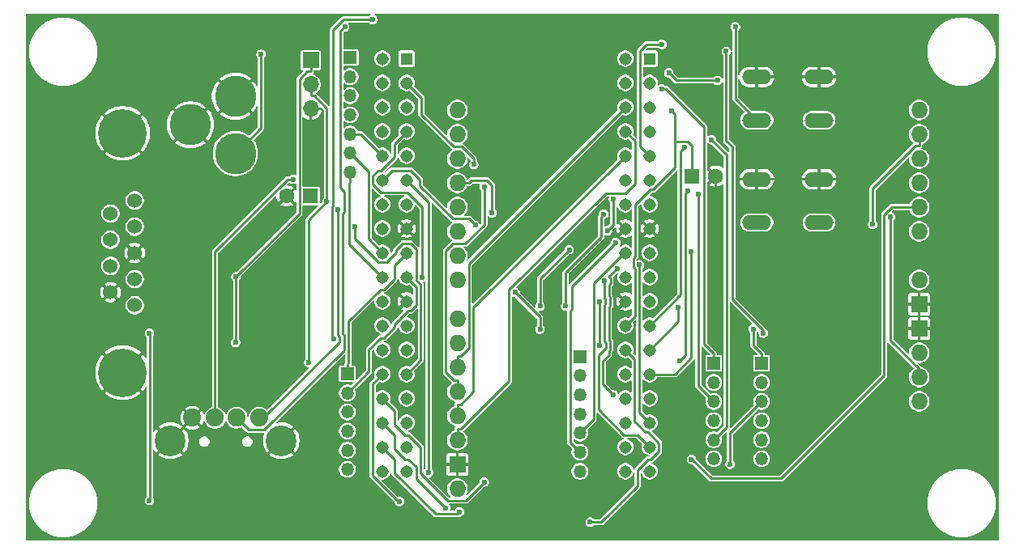
<source format=gbr>
%TF.GenerationSoftware,KiCad,Pcbnew,9.0.0*%
%TF.CreationDate,2025-04-09T14:41:31-04:00*%
%TF.ProjectId,PocketBeagle2_cape,506f636b-6574-4426-9561-676c65325f63,rev?*%
%TF.SameCoordinates,Original*%
%TF.FileFunction,Copper,L2,Bot*%
%TF.FilePolarity,Positive*%
%FSLAX46Y46*%
G04 Gerber Fmt 4.6, Leading zero omitted, Abs format (unit mm)*
G04 Created by KiCad (PCBNEW 9.0.0) date 2025-04-09 14:41:31*
%MOMM*%
%LPD*%
G01*
G04 APERTURE LIST*
%TA.AperFunction,ComponentPad*%
%ADD10R,1.700000X1.700000*%
%TD*%
%TA.AperFunction,ComponentPad*%
%ADD11O,1.700000X1.700000*%
%TD*%
%TA.AperFunction,ComponentPad*%
%ADD12C,1.524000*%
%TD*%
%TA.AperFunction,ComponentPad*%
%ADD13C,5.080000*%
%TD*%
%TA.AperFunction,ComponentPad*%
%ADD14R,1.350000X1.350000*%
%TD*%
%TA.AperFunction,ComponentPad*%
%ADD15O,1.350000X1.350000*%
%TD*%
%TA.AperFunction,ComponentPad*%
%ADD16C,1.879600*%
%TD*%
%TA.AperFunction,ComponentPad*%
%ADD17C,3.216000*%
%TD*%
%TA.AperFunction,ComponentPad*%
%ADD18O,3.048000X1.524000*%
%TD*%
%TA.AperFunction,ComponentPad*%
%ADD19R,1.600000X1.600000*%
%TD*%
%TA.AperFunction,ComponentPad*%
%ADD20C,1.600000*%
%TD*%
%TA.AperFunction,ComponentPad*%
%ADD21C,4.318000*%
%TD*%
%TA.AperFunction,ComponentPad*%
%ADD22O,1.727200X1.727200*%
%TD*%
%TA.AperFunction,ComponentPad*%
%ADD23R,1.727200X1.727200*%
%TD*%
%TA.AperFunction,ComponentPad*%
%ADD24R,1.308000X1.308000*%
%TD*%
%TA.AperFunction,ComponentPad*%
%ADD25C,1.308000*%
%TD*%
%TA.AperFunction,ViaPad*%
%ADD26C,0.600000*%
%TD*%
%TA.AperFunction,Conductor*%
%ADD27C,0.250000*%
%TD*%
G04 APERTURE END LIST*
D10*
%TO.P,P8,1,Pin_1*%
%TO.N,Net-(P14-5V)*%
X122875000Y-82275000D03*
D11*
%TO.P,P8,2,Pin_2*%
%TO.N,+3V3*%
X122875000Y-84815000D03*
%TO.P,P8,3,Pin_3*%
%TO.N,GND*%
X122875000Y-87355000D03*
%TD*%
D12*
%TO.P,P9,1,1*%
%TO.N,unconnected-(P9-Pad1)*%
X104491100Y-107936400D03*
%TO.P,P9,2,2*%
%TO.N,Net-(U2-CANL)*%
X104491100Y-105193200D03*
%TO.P,P9,3,3*%
%TO.N,GND*%
X104491100Y-102450000D03*
%TO.P,P9,4,4*%
%TO.N,Net-(U3-CANL)*%
X104491100Y-99706800D03*
%TO.P,P9,5,5*%
%TO.N,unconnected-(P9-Pad5)*%
X104491100Y-96963600D03*
%TO.P,P9,6,6*%
%TO.N,GND*%
X101951100Y-106564800D03*
%TO.P,P9,7,7*%
%TO.N,Net-(U2-CANH)*%
X101951100Y-103821600D03*
%TO.P,P9,8,8*%
%TO.N,Net-(U3-CANH)*%
X101951100Y-101078400D03*
%TO.P,P9,9,9*%
%TO.N,unconnected-(P9-Pad9)*%
X101951100Y-98335200D03*
D13*
%TO.P,P9,G1,G1*%
%TO.N,GND*%
X103221100Y-114972200D03*
%TO.P,P9,G2,G2*%
X103221100Y-89927800D03*
%TD*%
D14*
%TO.P,P3,1,Pin_1*%
%TO.N,Net-(P3-Pin_1)*%
X151000000Y-113300000D03*
D15*
%TO.P,P3,2,Pin_2*%
%TO.N,Net-(P3-Pin_2)*%
X151000000Y-115300000D03*
%TO.P,P3,3,Pin_3*%
%TO.N,Net-(P3-Pin_3)*%
X151000000Y-117300000D03*
%TO.P,P3,4,Pin_4*%
%TO.N,Net-(P3-Pin_4)*%
X151000000Y-119300000D03*
%TO.P,P3,5,Pin_5*%
%TO.N,/AIN.VREF+*%
X151000000Y-121300000D03*
%TO.P,P3,6,Pin_6*%
%TO.N,Net-(P3-Pin_6)*%
X151000000Y-123300000D03*
%TO.P,P3,7,Pin_7*%
%TO.N,Net-(P3-Pin_7)*%
X151000000Y-125300000D03*
%TD*%
D16*
%TO.P,P1,D+,D-*%
%TO.N,/USB1.D+*%
X112873000Y-119698700D03*
%TO.P,P1,D-,D+*%
%TO.N,/USB1.D-*%
X115127000Y-119698700D03*
D17*
%TO.P,P1,GND,VBUS*%
%TO.N,GND*%
X108200000Y-122098700D03*
X119800000Y-122098700D03*
D16*
X110500000Y-119698700D03*
%TO.P,P1,VBUS,GND*%
%TO.N,Net-(P1-GND)*%
X117500000Y-119698700D03*
%TD*%
D18*
%TO.P,S1,1,S*%
%TO.N,GND*%
X169498800Y-94739400D03*
%TO.P,S1,2,S1*%
X176001200Y-94739400D03*
%TO.P,S1,3,P*%
%TO.N,Net-(S1-P)*%
X169498800Y-99260600D03*
%TO.P,S1,4,P1*%
X176001200Y-99260600D03*
%TD*%
D14*
%TO.P,P7,1,Pin_1*%
%TO.N,Net-(P7-Pin_1)*%
X170000000Y-114000000D03*
D15*
%TO.P,P7,2,Pin_2*%
%TO.N,Net-(P7-Pin_2)*%
X170000000Y-116000000D03*
%TO.P,P7,3,Pin_3*%
%TO.N,Net-(P7-Pin_3)*%
X170000000Y-118000000D03*
%TO.P,P7,4,Pin_4*%
%TO.N,Net-(P7-Pin_4)*%
X170000000Y-120000000D03*
%TO.P,P7,5,Pin_5*%
%TO.N,Net-(P7-Pin_5)*%
X170000000Y-122000000D03*
%TO.P,P7,6,Pin_6*%
%TO.N,Net-(P7-Pin_6)*%
X170000000Y-124000000D03*
%TD*%
D19*
%TO.P,C5,1*%
%TO.N,Net-(U1A-VIN_5V)*%
X122850000Y-96500000D03*
D20*
%TO.P,C5,2*%
%TO.N,GND*%
X120350000Y-96500000D03*
%TD*%
D21*
%TO.P,P2,GND,GND*%
%TO.N,GND*%
X115000000Y-86048600D03*
%TO.P,P2,GNDBREAK,GNDBREAK*%
X110300000Y-89048600D03*
%TO.P,P2,PWR,PWR*%
%TO.N,Net-(U1A-VIN_5V)*%
X115000000Y-92048600D03*
%TD*%
D14*
%TO.P,P4,1,Pin_1*%
%TO.N,Net-(P4-Pin_1)*%
X126700000Y-115100000D03*
D15*
%TO.P,P4,2,Pin_2*%
%TO.N,Net-(P4-Pin_2)*%
X126700000Y-117100000D03*
%TO.P,P4,3,Pin_3*%
%TO.N,Net-(P4-Pin_3)*%
X126700000Y-119100000D03*
%TO.P,P4,4,Pin_4*%
%TO.N,Net-(P4-Pin_4)*%
X126700000Y-121100000D03*
%TO.P,P4,5,Pin_5*%
%TO.N,Net-(P4-Pin_5)*%
X126700000Y-123100000D03*
%TO.P,P4,6,Pin_6*%
%TO.N,Net-(P4-Pin_6)*%
X126700000Y-125100000D03*
%TD*%
D14*
%TO.P,P5,1,Pin_1*%
%TO.N,Net-(P5-Pin_1)*%
X165000000Y-114000000D03*
D15*
%TO.P,P5,2,Pin_2*%
%TO.N,Net-(P5-Pin_2)*%
X165000000Y-116000000D03*
%TO.P,P5,3,Pin_3*%
%TO.N,Net-(P5-Pin_3)*%
X165000000Y-118000000D03*
%TO.P,P5,4,Pin_4*%
%TO.N,Net-(P5-Pin_4)*%
X165000000Y-120000000D03*
%TO.P,P5,5,Pin_5*%
%TO.N,Net-(P5-Pin_5)*%
X165000000Y-122000000D03*
%TO.P,P5,6,Pin_6*%
%TO.N,Net-(P5-Pin_6)*%
X165000000Y-124000000D03*
%TD*%
D19*
%TO.P,C9,1*%
%TO.N,Net-(P14-5V)*%
X162700000Y-94400000D03*
D20*
%TO.P,C9,2*%
%TO.N,GND*%
X165200000Y-94400000D03*
%TD*%
D18*
%TO.P,S2,1,S*%
%TO.N,GND*%
X169498800Y-84039400D03*
%TO.P,S2,2,S1*%
X176001200Y-84039400D03*
%TO.P,S2,3,P*%
%TO.N,Net-(S2-P)*%
X169498800Y-88560600D03*
%TO.P,S2,4,P1*%
X176001200Y-88560600D03*
%TD*%
D14*
%TO.P,P6,1,Pin_1*%
%TO.N,Net-(P6-Pin_1)*%
X127000000Y-82000000D03*
D15*
%TO.P,P6,2,Pin_2*%
%TO.N,Net-(P6-Pin_2)*%
X127000000Y-84000000D03*
%TO.P,P6,3,Pin_3*%
%TO.N,Net-(P6-Pin_3)*%
X127000000Y-86000000D03*
%TO.P,P6,4,Pin_4*%
%TO.N,Net-(P6-Pin_4)*%
X127000000Y-88000000D03*
%TO.P,P6,5,Pin_5*%
%TO.N,Net-(P6-Pin_5)*%
X127000000Y-90000000D03*
%TO.P,P6,6,Pin_6*%
%TO.N,Net-(P6-Pin_6)*%
X127000000Y-92000000D03*
%TO.P,P6,7,Pin_7*%
%TO.N,Net-(P6-Pin_7)*%
X127000000Y-94000000D03*
%TD*%
D22*
%TO.P,P14,1,NC*%
%TO.N,unconnected-(P14-NC-Pad1)*%
X138200000Y-87500000D03*
%TO.P,P14,2,NC*%
%TO.N,unconnected-(P14-NC-Pad2)*%
X138200000Y-90040000D03*
%TO.P,P14,3,D2*%
%TO.N,Net-(P14-D2)*%
X138200000Y-92580000D03*
%TO.P,P14,4,D3*%
%TO.N,Net-(P14-D3)*%
X138200000Y-95120000D03*
%TO.P,P14,5,D4*%
%TO.N,Net-(P14-D4)*%
X138200000Y-97660000D03*
%TO.P,P14,6,D5*%
%TO.N,Net-(P14-D5)*%
X138200000Y-100200000D03*
%TO.P,P14,7,D6*%
%TO.N,Net-(P14-D6)*%
X138200000Y-102740000D03*
%TO.P,P14,8,D7*%
%TO.N,Net-(P14-D7)*%
X138200000Y-105280000D03*
%TO.P,P14,9,D0*%
%TO.N,Net-(P14-D0)*%
X138200000Y-109344000D03*
%TO.P,P14,10,D1*%
%TO.N,Net-(P14-D1)*%
X138200000Y-111884000D03*
%TO.P,P14,11,~{SD_CS}*%
%TO.N,/SPI2.CS*%
X138200000Y-114424000D03*
%TO.P,P14,12,SD_MOSI*%
%TO.N,/SPI2.MOSI*%
X138200000Y-116964000D03*
%TO.P,P14,13,SD_MISO*%
%TO.N,/SPI2.MISO*%
X138200000Y-119504000D03*
%TO.P,P14,14,SD_SCK*%
%TO.N,/SPI2.CLK*%
X138200000Y-122044000D03*
D23*
%TO.P,P14,15,GND*%
%TO.N,GND*%
X138200000Y-124584000D03*
D22*
%TO.P,P14,16,NC*%
%TO.N,unconnected-(P14-NC-Pad16)*%
X138200000Y-127124000D03*
%TO.P,P14,17,NC*%
%TO.N,unconnected-(P14-NC-Pad17)*%
X186460000Y-117980000D03*
%TO.P,P14,18,3.3V*%
%TO.N,+3V3*%
X186460000Y-115440000D03*
%TO.P,P14,19,5V*%
%TO.N,Net-(P14-5V)*%
X186460000Y-112900000D03*
D23*
%TO.P,P14,20,GND*%
%TO.N,GND*%
X186460000Y-110360000D03*
%TO.P,P14,21,GND*%
X186460000Y-107820000D03*
D22*
%TO.P,P14,22,NC*%
%TO.N,unconnected-(P14-NC-Pad22)*%
X186460000Y-105280000D03*
%TO.P,P14,23,~{LCD_RD}*%
%TO.N,/LCD_RD*%
X186460000Y-100200000D03*
%TO.P,P14,24,~{LCD_WR}*%
%TO.N,/LCD_WR*%
X186460000Y-97660000D03*
%TO.P,P14,25,LCD_RS*%
%TO.N,/LCD_RS*%
X186460000Y-95120000D03*
%TO.P,P14,26,~{LCD_CS}*%
%TO.N,/LCD_CS*%
X186460000Y-92580000D03*
%TO.P,P14,27,LCD_RST*%
%TO.N,/LCD_RST*%
X186460000Y-90040000D03*
%TO.P,P14,28,NC*%
%TO.N,unconnected-(P14-NC-Pad28)*%
X186460000Y-87500000D03*
%TD*%
D24*
%TO.P,U1,P1.1,VIN_5V*%
%TO.N,Net-(U1A-VIN_5V)*%
X158290000Y-82120000D03*
D25*
%TO.P,U1,P1.2,GPIO1_10/GPIO0_87*%
%TO.N,/LCD_CS*%
X155750000Y-82120000D03*
%TO.P,U1,P1.3,USB1.DRVVBUS*%
%TO.N,Net-(U1A-USB1.DRVVBUS)*%
X158290000Y-84660000D03*
%TO.P,U1,P1.4,GPIO1_12/GPIO0_89*%
%TO.N,/LCD_RS*%
X155750000Y-84660000D03*
%TO.P,U1,P1.5,USB1.VBUS*%
%TO.N,Net-(U1A-USB1.VBUS)*%
X158290000Y-87200000D03*
%TO.P,U1,P1.6,GPIO1_13/GPIO0_78*%
%TO.N,/SPI2.CS*%
X155750000Y-87200000D03*
%TO.P,U1,P1.7,VIN.USB*%
%TO.N,unconnected-(U1A-VIN.USB-PadP1.7)*%
X158290000Y-89740000D03*
%TO.P,U1,P1.8,GPIO1_14*%
%TO.N,/SPI2.CLK*%
X155750000Y-89740000D03*
%TO.P,U1,P1.9,USB1.D-*%
%TO.N,/USB1.D-*%
X158290000Y-92280000D03*
%TO.P,U1,P1.10,GPIO1_30/GPIO1_7*%
%TO.N,/SPI2.MISO*%
X155750000Y-92280000D03*
%TO.P,U1,P1.11,USB1.D+*%
%TO.N,/USB1.D+*%
X158290000Y-94820000D03*
%TO.P,U1,P1.12,GPIO1_8/GPIO0_77*%
%TO.N,/SPI2.MOSI*%
X155750000Y-94820000D03*
%TO.P,U1,P1.13,GPIO0_36*%
%TO.N,/LCD_RD*%
X158290000Y-97360000D03*
%TO.P,U1,P1.14,3.3V*%
%TO.N,+3V3*%
X155750000Y-97360000D03*
%TO.P,U1,P1.15,GND*%
%TO.N,GND*%
X158290000Y-99900000D03*
%TO.P,U1,P1.16,GND*%
X155750000Y-99900000D03*
%TO.P,U1,P1.17,AIN.VREF-*%
%TO.N,Net-(P3-Pin_6)*%
X158290000Y-102440000D03*
%TO.P,U1,P1.18,AIN.VREF+*%
%TO.N,/AIN.VREF+*%
X155750000Y-102440000D03*
%TO.P,U1,P1.19,GPIO1_1*%
%TO.N,Net-(P14-D0)*%
X158290000Y-104980000D03*
%TO.P,U1,P1.20,GPIO0_50*%
%TO.N,/LCD_RST*%
X155750000Y-104980000D03*
%TO.P,U1,P1.21,GPIO1_6*%
%TO.N,Net-(P14-D1)*%
X158290000Y-107520000D03*
%TO.P,U1,P1.22,GND*%
%TO.N,GND*%
X155750000Y-107520000D03*
%TO.P,U1,P1.23,GPIO1_5*%
%TO.N,Net-(P14-D2)*%
X158290000Y-110060000D03*
%TO.P,U1,P1.24,VOUT*%
%TO.N,Net-(P14-5V)*%
X155750000Y-110060000D03*
%TO.P,U1,P1.25,GPIO1_4*%
%TO.N,Net-(P14-D3)*%
X158290000Y-112600000D03*
%TO.P,U1,P1.26,CAN0.TX*%
%TO.N,Net-(U1A-CAN0.TX)*%
X155750000Y-112600000D03*
%TO.P,U1,P1.27,GPIO1_3*%
%TO.N,Net-(P14-D4)*%
X158290000Y-115140000D03*
%TO.P,U1,P1.28,CAN0.RX*%
%TO.N,Net-(U1A-CAN0.RX)*%
X155750000Y-115140000D03*
%TO.P,U1,P1.29,GPIO0_62*%
%TO.N,Net-(P14-D5)*%
X158290000Y-117680000D03*
%TO.P,U1,P1.30,GPIO1_21*%
%TO.N,Net-(P3-Pin_1)*%
X155750000Y-117680000D03*
%TO.P,U1,P1.31,GPIO0_59*%
%TO.N,Net-(P14-D6)*%
X158290000Y-120220000D03*
%TO.P,U1,P1.32,GPIO1_20*%
%TO.N,Net-(P3-Pin_2)*%
X155750000Y-120220000D03*
%TO.P,U1,P1.33,GPIO0_56/GPIO1_29*%
%TO.N,Net-(P14-D7)*%
X158290000Y-122760000D03*
%TO.P,U1,P1.34,GPIO1_2*%
%TO.N,Net-(P3-Pin_3)*%
X155750000Y-122760000D03*
%TO.P,U1,P1.35,GPIO0_88*%
%TO.N,/LCD_WR*%
X158290000Y-125300000D03*
%TO.P,U1,P1.36,GPIO0_55/GPIO1_28*%
%TO.N,Net-(P3-Pin_4)*%
X155750000Y-125300000D03*
D24*
%TO.P,U1,P2.1,GPIO0_86/GPIO1_11*%
%TO.N,Net-(P5-Pin_1)*%
X132890000Y-82120000D03*
D25*
%TO.P,U1,P2.2,GPIO0_45*%
%TO.N,Net-(P6-Pin_1)*%
X130350000Y-82120000D03*
%TO.P,U1,P2.3,GPIO0_85/GPIO1_9*%
%TO.N,Net-(P5-Pin_2)*%
X132890000Y-84660000D03*
%TO.P,U1,P2.4,GPIO0_46*%
%TO.N,Net-(P6-Pin_2)*%
X130350000Y-84660000D03*
%TO.P,U1,P2.5,MCU_GPIO0_5/GPIO01_24*%
%TO.N,Net-(P5-Pin_3)*%
X132890000Y-87200000D03*
%TO.P,U1,P2.6,GPIO0_47*%
%TO.N,Net-(P6-Pin_3)*%
X130350000Y-87200000D03*
%TO.P,U1,P2.7,MCU_GPIO0_6/GPIO1_25*%
%TO.N,Net-(P5-Pin_4)*%
X132890000Y-89740000D03*
%TO.P,U1,P2.8,GPIO0_48*%
%TO.N,Net-(P6-Pin_4)*%
X130350000Y-89740000D03*
%TO.P,U1,P2.9,MCU_GPIO0_16/GPIO1_22*%
%TO.N,Net-(P5-Pin_5)*%
X132890000Y-92280000D03*
%TO.P,U1,P2.10,GPIO0_91*%
%TO.N,Net-(P6-Pin_5)*%
X130350000Y-92280000D03*
%TO.P,U1,P2.11,MCU_GPIO0_15/GPIO1_23*%
%TO.N,Net-(P5-Pin_6)*%
X132890000Y-94820000D03*
%TO.P,U1,P2.12,PWR.BTN*%
%TO.N,Net-(S1-P)*%
X130350000Y-94820000D03*
%TO.P,U1,P2.13,VOUT_SYS*%
%TO.N,unconnected-(U1B-VOUT_SYS-PadP2.13)*%
X132890000Y-97360000D03*
%TO.P,U1,P2.14,VBAT*%
%TO.N,unconnected-(U1B-VBAT-PadP2.14)*%
X130350000Y-97360000D03*
%TO.P,U1,P2.15,GND*%
%TO.N,GND*%
X132890000Y-99900000D03*
%TO.P,U1,P2.16,BAT.TEMP*%
%TO.N,unconnected-(U1B-BAT.TEMP-PadP2.16)*%
X130350000Y-99900000D03*
%TO.P,U1,P2.17,GPIO0_64*%
%TO.N,Net-(P4-Pin_1)*%
X132890000Y-102440000D03*
%TO.P,U1,P2.18,GPIO0_53*%
%TO.N,Net-(P6-Pin_6)*%
X130350000Y-102440000D03*
%TO.P,U1,P2.19,GPIO1_0*%
%TO.N,Net-(P4-Pin_2)*%
X132890000Y-104980000D03*
%TO.P,U1,P2.20,GPIO0_49*%
%TO.N,Net-(P6-Pin_7)*%
X130350000Y-104980000D03*
%TO.P,U1,P2.21,GND*%
%TO.N,GND*%
X132890000Y-107520000D03*
%TO.P,U1,P2.22,GPIO0_63*%
%TO.N,Net-(P7-Pin_1)*%
X130350000Y-107520000D03*
%TO.P,U1,P2.23,3.3V*%
%TO.N,+3V3*%
X132890000Y-110060000D03*
%TO.P,U1,P2.24,GPIO0_51*%
%TO.N,Net-(P7-Pin_2)*%
X130350000Y-110060000D03*
%TO.P,U1,P2.25,CAN1.RX*%
%TO.N,Net-(U1B-CAN1.RX)*%
X132890000Y-112600000D03*
%TO.P,U1,P2.26,nRESET*%
%TO.N,Net-(S2-P)*%
X130350000Y-112600000D03*
%TO.P,U1,P2.27,CAN1.TX*%
%TO.N,Net-(U1B-CAN1.TX)*%
X132890000Y-115140000D03*
%TO.P,U1,P2.28,GPIO0_61*%
%TO.N,Net-(P7-Pin_3)*%
X130350000Y-115140000D03*
%TO.P,U1,P2.29,GPIO0_40/GPIO1_17*%
%TO.N,Net-(P4-Pin_3)*%
X132890000Y-117680000D03*
%TO.P,U1,P2.30,GPIO0_58*%
%TO.N,Net-(P7-Pin_4)*%
X130350000Y-117680000D03*
%TO.P,U1,P2.31,GPIO0_90/GPIO1_15*%
%TO.N,Net-(P4-Pin_4)*%
X132890000Y-120220000D03*
%TO.P,U1,P2.32,GPIO0_57*%
%TO.N,Net-(P7-Pin_5)*%
X130350000Y-120220000D03*
%TO.P,U1,P2.33,GPIO0_52*%
%TO.N,Net-(P4-Pin_5)*%
X132890000Y-122760000D03*
%TO.P,U1,P2.34,GPIO0_60*%
%TO.N,Net-(P7-Pin_6)*%
X130350000Y-122760000D03*
%TO.P,U1,P2.35,GPIO0_54*%
%TO.N,Net-(P4-Pin_6)*%
X132890000Y-125300000D03*
%TO.P,U1,P2.36,GPIO1_16*%
%TO.N,Net-(P3-Pin_7)*%
X130350000Y-125300000D03*
%TD*%
D26*
%TO.N,GND*%
X176950000Y-126900000D03*
%TO.N,/LCD_WR*%
X162650000Y-124050000D03*
%TO.N,GND*%
X159050000Y-116350000D03*
X154300000Y-115150000D03*
X135950000Y-107500000D03*
X135900000Y-98100000D03*
X133900000Y-98350000D03*
%TO.N,/LCD_RS*%
X165400000Y-84400000D03*
X160300000Y-83600000D03*
%TO.N,Net-(U1A-VIN_5V)*%
X166300000Y-81350000D03*
%TO.N,GND*%
X165300000Y-99900000D03*
%TO.N,Net-(P1-GND)*%
X125736300Y-97940700D03*
%TO.N,/USB1.D+*%
X121021800Y-94740200D03*
%TO.N,/USB1.D-*%
X159576700Y-80632600D03*
X126429400Y-78792300D03*
%TO.N,Net-(U1A-VIN_5V)*%
X170161900Y-110840200D03*
X117682900Y-81655200D03*
%TO.N,Net-(P3-Pin_6)*%
X154755000Y-101349400D03*
%TO.N,Net-(P7-Pin_6)*%
X138412600Y-129542600D03*
%TO.N,Net-(P7-Pin_1)*%
X169138300Y-110406500D03*
X144221900Y-106587400D03*
X146837900Y-110433900D03*
%TO.N,Net-(P7-Pin_4)*%
X141006900Y-126435500D03*
%TO.N,Net-(P7-Pin_3)*%
X132152800Y-128458800D03*
X166701500Y-124558200D03*
%TO.N,Net-(P7-Pin_5)*%
X136976700Y-129145000D03*
%TO.N,Net-(P14-5V)*%
X115027700Y-111824400D03*
X115070700Y-104941300D03*
X160628500Y-87611200D03*
%TO.N,Net-(P5-Pin_2)*%
X162273900Y-95997400D03*
X139913100Y-93198000D03*
X161415400Y-113758700D03*
%TO.N,Net-(P5-Pin_4)*%
X154490100Y-117306100D03*
X134550600Y-105003200D03*
X154887600Y-104071600D03*
%TO.N,Net-(P5-Pin_6)*%
X135175900Y-125432700D03*
%TO.N,Net-(P5-Pin_5)*%
X164760400Y-90606300D03*
%TO.N,Net-(P5-Pin_1)*%
X159550000Y-85285000D03*
%TO.N,Net-(P5-Pin_3)*%
X163373200Y-96284000D03*
%TO.N,+3V3*%
X124564700Y-97101300D03*
X122685000Y-113909700D03*
X183471900Y-98685500D03*
%TO.N,/LCD_RST*%
X181591700Y-99453200D03*
%TO.N,Net-(S1-P)*%
X140063700Y-99557900D03*
%TO.N,Net-(S2-P)*%
X129344900Y-78027900D03*
X125274600Y-111493700D03*
X167246400Y-78792300D03*
%TO.N,Net-(U1B-CAN1.TX)*%
X127506100Y-99690200D03*
%TO.N,Net-(U1A-CAN0.TX)*%
X106020900Y-110840200D03*
X106020900Y-128351200D03*
X152077100Y-130622900D03*
%TO.N,Net-(P14-D3)*%
X161258700Y-108119700D03*
X149528500Y-108023300D03*
X141798300Y-98255300D03*
X153495600Y-98392400D03*
%TO.N,Net-(P14-D4)*%
X153873600Y-100127600D03*
X154506200Y-96824300D03*
X162636000Y-102279100D03*
%TO.N,Net-(P14-D5)*%
X153093083Y-112124999D03*
X146837900Y-108021700D03*
X149882100Y-102101400D03*
X153058400Y-107541700D03*
%TO.N,Net-(P14-D6)*%
X157210300Y-103690500D03*
%TO.N,Net-(P14-D7)*%
X153578500Y-105366900D03*
%TO.N,Net-(P14-D2)*%
X161977500Y-91407400D03*
%TO.N,/SPI2.MOSI*%
X141006900Y-95505700D03*
%TD*%
D27*
%TO.N,Net-(U1A-CAN0.TX)*%
X159275700Y-123203600D02*
X159275700Y-122356300D01*
X158106300Y-124075000D02*
X158404300Y-124075000D01*
X158404300Y-124075000D02*
X159275700Y-123203600D01*
X153260700Y-130622900D02*
X157020000Y-126863600D01*
X157020000Y-125161300D02*
X158106300Y-124075000D01*
X152077100Y-130622900D02*
X153260700Y-130622900D01*
X159275700Y-122356300D02*
X158151400Y-121232000D01*
X156730700Y-113580700D02*
X155750000Y-112600000D01*
X157020000Y-126863600D02*
X157020000Y-125161300D01*
X158151400Y-121232000D02*
X157848000Y-121232000D01*
X157848000Y-121232000D02*
X156730700Y-120114700D01*
X156730700Y-120114700D02*
X156730700Y-113580700D01*
%TO.N,GND*%
X176950000Y-126900000D02*
X181750000Y-126900000D01*
X181750000Y-126900000D02*
X188650000Y-120000000D01*
X188650000Y-120000000D02*
X188650000Y-111400000D01*
X188650000Y-111400000D02*
X187610000Y-110360000D01*
X187610000Y-110360000D02*
X186460000Y-110360000D01*
%TO.N,+3V3*%
X186460000Y-115440000D02*
X186460000Y-114621700D01*
X186460000Y-114621700D02*
X183471900Y-111633600D01*
X183471900Y-111633600D02*
X183471900Y-98685500D01*
%TO.N,GND*%
X164614702Y-126900000D02*
X176950000Y-126900000D01*
X162024000Y-124309298D02*
X164614702Y-126900000D01*
X162024000Y-119324000D02*
X162024000Y-124309298D01*
X159050000Y-116350000D02*
X162024000Y-119324000D01*
%TO.N,/LCD_WR*%
X162650000Y-124050000D02*
X162700000Y-124050000D01*
X162700000Y-124050000D02*
X164700000Y-126050000D01*
X182807100Y-98463400D02*
X183610500Y-97660000D01*
X164700000Y-126050000D02*
X172050000Y-126050000D01*
X183610500Y-97660000D02*
X186460000Y-97660000D01*
X172050000Y-126050000D02*
X182807100Y-115292900D01*
X182807100Y-115292900D02*
X182807100Y-98463400D01*
%TO.N,GND*%
X154770000Y-114680000D02*
X154300000Y-115150000D01*
X154770000Y-108500000D02*
X154770000Y-114680000D01*
X155750000Y-107520000D02*
X154770000Y-108500000D01*
%TO.N,Net-(P5-Pin_4)*%
X154170083Y-112571107D02*
X154029500Y-112711690D01*
X154887600Y-104071600D02*
X154028049Y-104931151D01*
X154170083Y-111678891D02*
X154170083Y-112571107D01*
X154029500Y-113113608D02*
X153400000Y-113743108D01*
X154135400Y-107095592D02*
X154135400Y-107987808D01*
X154028049Y-104931151D02*
X154204500Y-105107602D01*
X153400000Y-113743108D02*
X153400000Y-116216000D01*
X154029500Y-105801198D02*
X154029500Y-106989692D01*
X154204500Y-105626198D02*
X154029500Y-105801198D01*
X153400000Y-116216000D02*
X154490100Y-117306100D01*
X154029500Y-108093708D02*
X154029500Y-111538308D01*
X154029500Y-106989692D02*
X154135400Y-107095592D01*
X154029500Y-111538308D02*
X154170083Y-111678891D01*
X154204500Y-105107602D02*
X154204500Y-105626198D01*
X154029500Y-112711690D02*
X154029500Y-113113608D01*
X154135400Y-107987808D02*
X154029500Y-108093708D01*
%TO.N,Net-(P14-D7)*%
X158290000Y-122760000D02*
X157020000Y-121490000D01*
X157020000Y-121490000D02*
X155614200Y-121490000D01*
X153578500Y-107176502D02*
X153578500Y-105366900D01*
X155614200Y-121490000D02*
X152950000Y-118825800D01*
X152950000Y-118825800D02*
X152950000Y-113153380D01*
X152950000Y-113153380D02*
X153719083Y-112384297D01*
X153719083Y-112384297D02*
X153719083Y-111865701D01*
X153719083Y-111865701D02*
X153578500Y-111725118D01*
X153578500Y-111725118D02*
X153578500Y-107906898D01*
X153578500Y-107906898D02*
X153684400Y-107800998D01*
X153684400Y-107800998D02*
X153684400Y-107282402D01*
X153684400Y-107282402D02*
X153578500Y-107176502D01*
%TO.N,Net-(P14-D5)*%
X153058400Y-112088000D02*
X153058400Y-107541700D01*
X153093083Y-112122683D02*
X153058400Y-112088000D01*
X153093083Y-112124999D02*
X153093083Y-112122683D01*
%TO.N,GND*%
X135900000Y-107450000D02*
X135950000Y-107500000D01*
X135900000Y-98100000D02*
X135900000Y-107450000D01*
X133900000Y-98890000D02*
X133900000Y-98350000D01*
X132890000Y-99900000D02*
X133900000Y-98890000D01*
%TO.N,/LCD_RS*%
X161100000Y-84400000D02*
X165400000Y-84400000D01*
X160300000Y-83600000D02*
X161100000Y-84400000D01*
%TO.N,Net-(U1A-VIN_5V)*%
X166300000Y-90673100D02*
X166300000Y-81350000D01*
X166957400Y-91330500D02*
X166300000Y-90673100D01*
%TO.N,Net-(P5-Pin_1)*%
X159550000Y-85285000D02*
X160025600Y-85285000D01*
X165000000Y-112998300D02*
X165000000Y-114000000D01*
X160025600Y-85285000D02*
X163999900Y-89259300D01*
X163999900Y-89259300D02*
X163999900Y-111998200D01*
X163999900Y-111998200D02*
X165000000Y-112998300D01*
%TO.N,Net-(U1A-VIN_5V)*%
X170161900Y-110840200D02*
X170161900Y-110543800D01*
X170161900Y-110543800D02*
X166957400Y-107339300D01*
X166957400Y-107339300D02*
X166957400Y-91330500D01*
%TO.N,GND*%
X165300000Y-99900000D02*
X165200000Y-99800000D01*
X165200000Y-99800000D02*
X165200000Y-94400000D01*
%TO.N,Net-(P1-GND)*%
X125702600Y-97974400D02*
X125736300Y-97940700D01*
X125901300Y-111753300D02*
X125901300Y-111234100D01*
X117500000Y-119698700D02*
X117955900Y-119698700D01*
X125702600Y-111035400D02*
X125702600Y-97974400D01*
X125901300Y-111234100D02*
X125702600Y-111035400D01*
X117955900Y-119698700D02*
X125901300Y-111753300D01*
%TO.N,/USB1.D+*%
X120477500Y-94740200D02*
X121021800Y-94740200D01*
X112873000Y-119698700D02*
X112873000Y-102344700D01*
X112873000Y-102344700D02*
X120477500Y-94740200D01*
%TO.N,/USB1.D-*%
X126390500Y-96031800D02*
X125998300Y-95639600D01*
X126353000Y-111047000D02*
X126218600Y-110912600D01*
X158290000Y-92280000D02*
X157309300Y-91299300D01*
X126218600Y-110912600D02*
X126218600Y-98344700D01*
X157309300Y-91299300D02*
X157309300Y-81286600D01*
X125998300Y-95639600D02*
X125998300Y-79223400D01*
X126390500Y-98172800D02*
X126390500Y-96031800D01*
X125998300Y-79223400D02*
X126429400Y-78792300D01*
X116396400Y-120968100D02*
X118025800Y-120968100D01*
X126353000Y-112640900D02*
X126353000Y-111047000D01*
X118025800Y-120968100D02*
X126353000Y-112640900D01*
X115127000Y-119698700D02*
X116396400Y-120968100D01*
X157963300Y-80632600D02*
X159576700Y-80632600D01*
X157309300Y-81286600D02*
X157963300Y-80632600D01*
X126218600Y-98344700D02*
X126390500Y-98172800D01*
%TO.N,Net-(U1A-VIN_5V)*%
X117682900Y-81655200D02*
X117682900Y-89365700D01*
X117682900Y-89365700D02*
X115000000Y-92048600D01*
%TO.N,/AIN.VREF+*%
X155616800Y-102440000D02*
X152431700Y-105625100D01*
X155750000Y-102440000D02*
X155616800Y-102440000D01*
X152431700Y-105625100D02*
X152431700Y-119868300D01*
X152431700Y-119868300D02*
X151000000Y-121300000D01*
%TO.N,Net-(P3-Pin_6)*%
X150155200Y-105949200D02*
X154755000Y-101349400D01*
X151000000Y-123300000D02*
X149981100Y-122281100D01*
X149981100Y-122281100D02*
X149981100Y-108457000D01*
X150155200Y-108282900D02*
X150155200Y-105949200D01*
X149981100Y-108457000D02*
X150155200Y-108282900D01*
%TO.N,Net-(P4-Pin_2)*%
X133923700Y-106013700D02*
X133923700Y-107875600D01*
X133298600Y-108500700D02*
X133055200Y-108500700D01*
X128962300Y-112595000D02*
X128962300Y-114837700D01*
X133055200Y-108500700D02*
X131620100Y-109935800D01*
X133923700Y-107875600D02*
X133298600Y-108500700D01*
X131620100Y-109935800D02*
X131620100Y-110211600D01*
X132890000Y-104980000D02*
X133923700Y-106013700D01*
X131620100Y-110211600D02*
X130501700Y-111330000D01*
X130501700Y-111330000D02*
X130227300Y-111330000D01*
X128962300Y-114837700D02*
X126700000Y-117100000D01*
X130227300Y-111330000D02*
X128962300Y-112595000D01*
%TO.N,Net-(P4-Pin_1)*%
X130167800Y-106250000D02*
X130530000Y-106250000D01*
X131620000Y-103710000D02*
X132890000Y-102440000D01*
X126804700Y-109613100D02*
X130167800Y-106250000D01*
X126700000Y-115100000D02*
X126700000Y-114098300D01*
X126700000Y-114098300D02*
X126804700Y-113993600D01*
X130530000Y-106250000D02*
X131620000Y-105160000D01*
X126804700Y-113993600D02*
X126804700Y-109613100D01*
X131620000Y-105160000D02*
X131620000Y-103710000D01*
%TO.N,Net-(P7-Pin_6)*%
X138183400Y-129771800D02*
X138412600Y-129542600D01*
X131620000Y-124030000D02*
X131620000Y-125477900D01*
X130350000Y-122760000D02*
X131620000Y-124030000D01*
X135913900Y-129771800D02*
X138183400Y-129771800D01*
X131620000Y-125477900D02*
X135913900Y-129771800D01*
%TO.N,Net-(P7-Pin_1)*%
X169138300Y-110406500D02*
X169138300Y-112136600D01*
X169138300Y-112136600D02*
X170000000Y-112998300D01*
X170000000Y-114000000D02*
X170000000Y-112998300D01*
X146837900Y-109203400D02*
X146837900Y-110433900D01*
X144221900Y-106587400D02*
X146837900Y-109203400D01*
%TO.N,Net-(P7-Pin_4)*%
X133072200Y-121490000D02*
X132710000Y-121490000D01*
X139084700Y-128357700D02*
X137194800Y-128357700D01*
X134369200Y-125532100D02*
X134369200Y-122787000D01*
X131620000Y-120400000D02*
X131620000Y-118950000D01*
X134369200Y-122787000D02*
X133072200Y-121490000D01*
X137194800Y-128357700D02*
X134369200Y-125532100D01*
X132710000Y-121490000D02*
X131620000Y-120400000D01*
X141006900Y-126435500D02*
X139084700Y-128357700D01*
X131620000Y-118950000D02*
X130350000Y-117680000D01*
%TO.N,Net-(P7-Pin_3)*%
X129335300Y-116154700D02*
X129335300Y-125737100D01*
X130350000Y-115140000D02*
X129335300Y-116154700D01*
X166701500Y-121298500D02*
X170000000Y-118000000D01*
X129335300Y-125737100D02*
X132057000Y-128458800D01*
X132057000Y-128458800D02*
X132152800Y-128458800D01*
X166701500Y-124558200D02*
X166701500Y-121298500D01*
%TO.N,Net-(P7-Pin_5)*%
X133894100Y-126062400D02*
X136976700Y-129145000D01*
X132734900Y-124054900D02*
X133097200Y-124054900D01*
X130350000Y-120220000D02*
X131620000Y-121490000D01*
X133097200Y-124054900D02*
X133894100Y-124851800D01*
X133894100Y-124851800D02*
X133894100Y-126062400D01*
X131620000Y-122940000D02*
X132734900Y-124054900D01*
X131620000Y-121490000D02*
X131620000Y-122940000D01*
%TO.N,Net-(P14-5V)*%
X155750000Y-110060000D02*
X156744500Y-109065500D01*
X156580500Y-103960800D02*
X156580500Y-103013000D01*
X122507200Y-83451700D02*
X121698300Y-84260600D01*
X158672500Y-95832000D02*
X160960000Y-93544500D01*
X122875000Y-83451700D02*
X122507200Y-83451700D01*
X160960000Y-90773800D02*
X162281400Y-90773800D01*
X156744500Y-109065500D02*
X156744500Y-104124800D01*
X121698300Y-84260600D02*
X121698300Y-98313700D01*
X156744500Y-104124800D02*
X156580500Y-103960800D01*
X160960000Y-87942700D02*
X160960000Y-90773800D01*
X160628500Y-87611200D02*
X160960000Y-87942700D01*
X121698300Y-98313700D02*
X115070700Y-104941300D01*
X158417200Y-95832000D02*
X158672500Y-95832000D01*
X160960000Y-93544500D02*
X160960000Y-90773800D01*
X162281400Y-90773800D02*
X162700000Y-91192400D01*
X122875000Y-82275000D02*
X122875000Y-83451700D01*
X156809900Y-97439300D02*
X158417200Y-95832000D01*
X156580500Y-103013000D02*
X156809900Y-102783600D01*
X162700000Y-91192400D02*
X162700000Y-94400000D01*
X115027700Y-111824400D02*
X115070700Y-111781400D01*
X115070700Y-111781400D02*
X115070700Y-104941300D01*
X156809900Y-102783600D02*
X156809900Y-97439300D01*
%TO.N,Net-(P5-Pin_2)*%
X162009300Y-96262000D02*
X162009300Y-113164800D01*
X162009300Y-113164800D02*
X161415400Y-113758700D01*
X139913100Y-92601300D02*
X138621800Y-91310000D01*
X134450800Y-86220800D02*
X132890000Y-84660000D01*
X137783800Y-91310000D02*
X134450800Y-87977000D01*
X138621800Y-91310000D02*
X137783800Y-91310000D01*
X162273900Y-95997400D02*
X162009300Y-96262000D01*
X139913100Y-93198000D02*
X139913100Y-92601300D01*
X134450800Y-87977000D02*
X134450800Y-86220800D01*
%TO.N,Net-(P5-Pin_4)*%
X130237600Y-93829700D02*
X131620000Y-92447300D01*
X134550600Y-97623100D02*
X133017500Y-96090000D01*
X129912500Y-93829700D02*
X130237600Y-93829700D01*
X131620000Y-91010000D02*
X132890000Y-89740000D01*
X131620000Y-92447300D02*
X131620000Y-91010000D01*
X129363700Y-95270900D02*
X129363700Y-94378500D01*
X130182800Y-96090000D02*
X129363700Y-95270900D01*
X134550600Y-105003200D02*
X134550600Y-97623100D01*
X129363700Y-94378500D02*
X129912500Y-93829700D01*
X133017500Y-96090000D02*
X130182800Y-96090000D01*
%TO.N,Net-(P5-Pin_6)*%
X135177300Y-97107300D02*
X132890000Y-94820000D01*
X135177300Y-125431300D02*
X135177300Y-97107300D01*
X135175900Y-125432700D02*
X135177300Y-125431300D01*
%TO.N,Net-(P5-Pin_5)*%
X166326700Y-120673300D02*
X166326700Y-92172600D01*
X166326700Y-92172600D02*
X164760400Y-90606300D01*
X165000000Y-122000000D02*
X166326700Y-120673300D01*
%TO.N,Net-(P5-Pin_3)*%
X165000000Y-118000000D02*
X163373200Y-116373200D01*
X163373200Y-116373200D02*
X163373200Y-96284000D01*
%TO.N,Net-(P6-Pin_6)*%
X128904900Y-100994900D02*
X130350000Y-102440000D01*
X128904900Y-93904900D02*
X128904900Y-100994900D01*
X127000000Y-92000000D02*
X128904900Y-93904900D01*
%TO.N,Net-(P6-Pin_5)*%
X128070000Y-90000000D02*
X127000000Y-90000000D01*
X130350000Y-92280000D02*
X128070000Y-90000000D01*
%TO.N,+3V3*%
X123242700Y-85991700D02*
X124564700Y-87313700D01*
X122685100Y-113909700D02*
X122685000Y-113909700D01*
X122875000Y-84815000D02*
X122875000Y-85991700D01*
X122875000Y-85991700D02*
X123242700Y-85991700D01*
X124564700Y-87313700D02*
X124564700Y-97101300D01*
X122685100Y-98980900D02*
X122685100Y-113909700D01*
X124564700Y-97101300D02*
X122685100Y-98980900D01*
%TO.N,/LCD_RST*%
X186460000Y-90040000D02*
X186460000Y-91230300D01*
X186088000Y-91230300D02*
X186460000Y-91230300D01*
X181591700Y-95726600D02*
X186088000Y-91230300D01*
X181591700Y-99453200D02*
X181591700Y-95726600D01*
%TO.N,Net-(S1-P)*%
X134256500Y-94744400D02*
X134256500Y-95418900D01*
X137720600Y-98883000D02*
X139388800Y-98883000D01*
X134256500Y-95418900D02*
X137720600Y-98883000D01*
X131340500Y-93829500D02*
X133341600Y-93829500D01*
X130350000Y-94820000D02*
X131340500Y-93829500D01*
X133341600Y-93829500D02*
X134256500Y-94744400D01*
X139388800Y-98883000D02*
X140063700Y-99557900D01*
%TO.N,Net-(S2-P)*%
X167246400Y-78792300D02*
X167246400Y-86308200D01*
X125218800Y-97506700D02*
X125218800Y-79095400D01*
X125218800Y-79095400D02*
X126286300Y-78027900D01*
X126286300Y-78027900D02*
X129344900Y-78027900D01*
X167246400Y-86308200D02*
X169498800Y-88560600D01*
X125099500Y-111318600D02*
X125099500Y-97626000D01*
X125099500Y-97626000D02*
X125218800Y-97506700D01*
X125274600Y-111493700D02*
X125099500Y-111318600D01*
%TO.N,Net-(U1B-CAN1.TX)*%
X133890900Y-102053800D02*
X133296400Y-101459300D01*
X131779300Y-102400600D02*
X130756500Y-103423400D01*
X132475700Y-101459300D02*
X131779300Y-102155700D01*
X127506100Y-100983000D02*
X127506100Y-99690200D01*
X134375400Y-105770500D02*
X133890900Y-105286000D01*
X130756500Y-103423400D02*
X129946500Y-103423400D01*
X131779300Y-102155700D02*
X131779300Y-102400600D01*
X129946500Y-103423400D02*
X127506100Y-100983000D01*
X133890900Y-105286000D02*
X133890900Y-102053800D01*
X134375400Y-113654600D02*
X134375400Y-105770500D01*
X133296400Y-101459300D02*
X132475700Y-101459300D01*
X132890000Y-115140000D02*
X134375400Y-113654600D01*
%TO.N,Net-(U1A-CAN0.TX)*%
X106087800Y-128284300D02*
X106087800Y-110907100D01*
X106087800Y-110907100D02*
X106020900Y-110840200D01*
X106020900Y-128351200D02*
X106087800Y-128284300D01*
%TO.N,Net-(P14-D3)*%
X139643800Y-94866500D02*
X141311300Y-94866500D01*
X153246900Y-100790700D02*
X153246900Y-98641100D01*
X141798300Y-95353500D02*
X141798300Y-98255300D01*
X141311300Y-94866500D02*
X141798300Y-95353500D01*
X161258700Y-109631300D02*
X158290000Y-112600000D01*
X153246900Y-98641100D02*
X153495600Y-98392400D01*
X138200000Y-95120000D02*
X139390300Y-95120000D01*
X149528500Y-104509100D02*
X153246900Y-100790700D01*
X149528500Y-108023300D02*
X149528500Y-104509100D01*
X139390300Y-95120000D02*
X139643800Y-94866500D01*
X161258700Y-108119700D02*
X161258700Y-109631300D01*
%TO.N,/SPI2.CS*%
X139390300Y-112415500D02*
X139390300Y-103559700D01*
X138572100Y-113233700D02*
X139390300Y-112415500D01*
X138200000Y-114424000D02*
X138200000Y-113233700D01*
X139390300Y-103559700D02*
X155750000Y-87200000D01*
X138200000Y-113233700D02*
X138572100Y-113233700D01*
%TO.N,/SPI2.MISO*%
X139889500Y-116996200D02*
X139889500Y-108140500D01*
X138200000Y-119504000D02*
X138200000Y-118313700D01*
X139889500Y-108140500D02*
X155750000Y-92280000D01*
X138200000Y-118313700D02*
X138572000Y-118313700D01*
X138572000Y-118313700D02*
X139889500Y-116996200D01*
%TO.N,/SPI2.CLK*%
X138572000Y-120853700D02*
X138200000Y-120853700D01*
X156756000Y-95210900D02*
X155769300Y-96197600D01*
X143595200Y-115830500D02*
X138572000Y-120853700D01*
X155769300Y-96197600D02*
X153725500Y-96197600D01*
X138200000Y-122044000D02*
X138200000Y-120853700D01*
X155750000Y-89740000D02*
X156756000Y-90746000D01*
X156756000Y-90746000D02*
X156756000Y-95210900D01*
X153725500Y-96197600D02*
X143595200Y-106327900D01*
X143595200Y-106327900D02*
X143595200Y-115830500D01*
%TO.N,Net-(P14-D4)*%
X162636000Y-113443200D02*
X162636000Y-102279100D01*
X160939200Y-115140000D02*
X162636000Y-113443200D01*
X154506200Y-99495000D02*
X154506200Y-96824300D01*
X158290000Y-115140000D02*
X160939200Y-115140000D01*
X153873600Y-100127600D02*
X154506200Y-99495000D01*
%TO.N,Net-(P14-D5)*%
X146837900Y-108021700D02*
X146837900Y-105145600D01*
X146837900Y-105145600D02*
X149882100Y-102101400D01*
%TO.N,Net-(P14-D6)*%
X157210300Y-119140300D02*
X157210300Y-103690500D01*
X158290000Y-120220000D02*
X157210300Y-119140300D01*
%TO.N,Net-(P14-D2)*%
X161549600Y-106800400D02*
X158290000Y-110060000D01*
X161977500Y-91407400D02*
X161549600Y-91835300D01*
X161549600Y-91835300D02*
X161549600Y-106800400D01*
%TO.N,/SPI2.MOSI*%
X138200000Y-115773700D02*
X137828000Y-115773700D01*
X137828000Y-115773700D02*
X137002700Y-114948400D01*
X137002700Y-114948400D02*
X137002700Y-102239700D01*
X139037900Y-101470000D02*
X141006900Y-99501000D01*
X141006900Y-99501000D02*
X141006900Y-95505700D01*
X137772400Y-101470000D02*
X139037900Y-101470000D01*
X138200000Y-116964000D02*
X138200000Y-115773700D01*
X137002700Y-102239700D02*
X137772400Y-101470000D01*
%TO.N,Net-(P6-Pin_7)*%
X127000000Y-95001700D02*
X126879400Y-95122300D01*
X127000000Y-94000000D02*
X127000000Y-95001700D01*
X126879400Y-101509400D02*
X130350000Y-104980000D01*
X126879400Y-95122300D02*
X126879400Y-101509400D01*
%TD*%
%TA.AperFunction,Conductor*%
%TO.N,GND*%
G36*
X129148691Y-77472406D02*
G01*
X129166997Y-77516600D01*
X129148691Y-77560794D01*
X129135749Y-77570725D01*
X129063794Y-77612268D01*
X129037584Y-77627401D01*
X129009238Y-77655747D01*
X128980891Y-77684094D01*
X128936699Y-77702400D01*
X126329153Y-77702400D01*
X126243447Y-77702400D01*
X126243446Y-77702400D01*
X126243440Y-77702401D01*
X126160664Y-77724580D01*
X126160655Y-77724584D01*
X126086441Y-77767432D01*
X126086432Y-77767439D01*
X124958339Y-78895532D01*
X124958332Y-78895541D01*
X124915483Y-78969757D01*
X124913353Y-78977708D01*
X124913352Y-78977712D01*
X124893300Y-79052542D01*
X124893300Y-87031084D01*
X124890584Y-87037641D01*
X124874995Y-87075277D01*
X124874994Y-87075277D01*
X124874994Y-87075278D01*
X124850321Y-87085498D01*
X124830801Y-87093584D01*
X124830800Y-87093583D01*
X124830800Y-87093584D01*
X124786607Y-87075279D01*
X124764563Y-87053236D01*
X124764562Y-87053235D01*
X123477205Y-85765877D01*
X123458899Y-85721683D01*
X123477205Y-85677489D01*
X123486677Y-85669716D01*
X123505472Y-85657158D01*
X123544655Y-85630977D01*
X123690977Y-85484655D01*
X123805941Y-85312598D01*
X123885130Y-85121420D01*
X123925500Y-84918465D01*
X123925500Y-84711535D01*
X123885130Y-84508580D01*
X123805941Y-84317402D01*
X123805939Y-84317400D01*
X123805939Y-84317398D01*
X123690977Y-84145345D01*
X123544654Y-83999022D01*
X123372601Y-83884060D01*
X123372598Y-83884059D01*
X123181419Y-83804869D01*
X123129899Y-83794621D01*
X123090126Y-83768044D01*
X123080794Y-83721128D01*
X123097897Y-83689129D01*
X123135465Y-83651562D01*
X123178318Y-83577338D01*
X123200500Y-83494553D01*
X123200500Y-83388000D01*
X123218806Y-83343806D01*
X123263000Y-83325500D01*
X123744748Y-83325500D01*
X123803231Y-83313867D01*
X123869552Y-83269552D01*
X123913867Y-83203231D01*
X123925500Y-83144748D01*
X123925500Y-81405252D01*
X123913867Y-81346769D01*
X123896948Y-81321448D01*
X123869552Y-81280447D01*
X123803232Y-81236133D01*
X123803230Y-81236132D01*
X123744748Y-81224500D01*
X122005252Y-81224500D01*
X121946769Y-81236132D01*
X121946767Y-81236133D01*
X121880447Y-81280447D01*
X121836133Y-81346767D01*
X121836132Y-81346769D01*
X121824500Y-81405251D01*
X121824500Y-83144748D01*
X121836132Y-83203230D01*
X121836133Y-83203232D01*
X121880447Y-83269552D01*
X121946767Y-83313866D01*
X121946769Y-83313867D01*
X122005252Y-83325500D01*
X122022185Y-83325500D01*
X122066379Y-83343806D01*
X122084685Y-83388000D01*
X122066379Y-83432194D01*
X121437839Y-84060732D01*
X121437832Y-84060741D01*
X121394984Y-84134955D01*
X121394983Y-84134957D01*
X121394982Y-84134961D01*
X121379103Y-84194225D01*
X121379103Y-84194226D01*
X121372800Y-84217744D01*
X121372800Y-94256668D01*
X121354494Y-94300862D01*
X121310300Y-94319168D01*
X121279050Y-94310795D01*
X121247394Y-94292519D01*
X121214986Y-94273808D01*
X121214984Y-94273807D01*
X121214982Y-94273806D01*
X121087698Y-94239701D01*
X121087693Y-94239700D01*
X121087692Y-94239700D01*
X120955908Y-94239700D01*
X120955907Y-94239700D01*
X120955901Y-94239701D01*
X120828617Y-94273806D01*
X120828614Y-94273807D01*
X120714484Y-94339701D01*
X120686458Y-94367728D01*
X120657791Y-94396394D01*
X120613599Y-94414700D01*
X120520353Y-94414700D01*
X120434647Y-94414700D01*
X120434646Y-94414700D01*
X120434640Y-94414701D01*
X120351864Y-94436880D01*
X120351855Y-94436884D01*
X120277641Y-94479732D01*
X120277632Y-94479739D01*
X112612539Y-102144832D01*
X112612532Y-102144841D01*
X112569684Y-102219055D01*
X112569682Y-102219059D01*
X112567768Y-102226201D01*
X112565154Y-102235960D01*
X112547501Y-102301840D01*
X112547500Y-102301848D01*
X112547500Y-118560070D01*
X112529194Y-118604264D01*
X112504314Y-118619511D01*
X112435279Y-118641942D01*
X112435270Y-118641946D01*
X112303122Y-118709279D01*
X112275353Y-118723428D01*
X112136430Y-118824361D01*
X112130136Y-118828934D01*
X112003234Y-118955836D01*
X112003228Y-118955843D01*
X112003228Y-118955844D01*
X111937139Y-119046809D01*
X111897727Y-119101055D01*
X111816246Y-119260970D01*
X111816242Y-119260979D01*
X111800354Y-119309877D01*
X111769287Y-119346251D01*
X111721599Y-119350004D01*
X111685225Y-119318937D01*
X111681472Y-119309876D01*
X111652676Y-119221252D01*
X111652671Y-119221240D01*
X111563794Y-119046809D01*
X111563791Y-119046804D01*
X111480917Y-118932740D01*
X110913373Y-119500284D01*
X110865851Y-119417973D01*
X110780727Y-119332849D01*
X110698412Y-119285325D01*
X111265958Y-118717780D01*
X111151895Y-118634908D01*
X111151890Y-118634905D01*
X110977459Y-118546028D01*
X110977447Y-118546023D01*
X110791259Y-118485527D01*
X110791256Y-118485526D01*
X110597900Y-118454901D01*
X110597887Y-118454900D01*
X110402113Y-118454900D01*
X110402099Y-118454901D01*
X110208743Y-118485526D01*
X110208740Y-118485527D01*
X110022552Y-118546023D01*
X110022545Y-118546025D01*
X109848106Y-118634907D01*
X109734041Y-118717781D01*
X110301585Y-119285325D01*
X110219273Y-119332849D01*
X110134149Y-119417973D01*
X110086625Y-119500285D01*
X109519081Y-118932741D01*
X109436207Y-119046806D01*
X109347325Y-119221245D01*
X109347323Y-119221252D01*
X109286827Y-119407440D01*
X109286826Y-119407443D01*
X109256201Y-119600799D01*
X109256200Y-119600813D01*
X109256200Y-119796586D01*
X109256201Y-119796600D01*
X109286826Y-119989956D01*
X109286827Y-119989959D01*
X109347323Y-120176147D01*
X109347328Y-120176159D01*
X109436205Y-120350590D01*
X109436208Y-120350595D01*
X109519080Y-120464658D01*
X110086625Y-119897112D01*
X110134149Y-119979427D01*
X110219273Y-120064551D01*
X110301585Y-120112073D01*
X109734040Y-120679617D01*
X109848104Y-120762491D01*
X109848109Y-120762494D01*
X110022540Y-120851371D01*
X110022552Y-120851376D01*
X110208740Y-120911872D01*
X110208743Y-120911873D01*
X110402099Y-120942498D01*
X110402113Y-120942500D01*
X110597887Y-120942500D01*
X110597900Y-120942498D01*
X110791256Y-120911873D01*
X110791259Y-120911872D01*
X110977447Y-120851376D01*
X110977459Y-120851371D01*
X111151890Y-120762494D01*
X111151895Y-120762491D01*
X111265958Y-120679617D01*
X110698414Y-120112074D01*
X110780727Y-120064551D01*
X110865851Y-119979427D01*
X110913374Y-119897114D01*
X111480917Y-120464658D01*
X111563791Y-120350595D01*
X111563794Y-120350590D01*
X111652671Y-120176159D01*
X111652676Y-120176147D01*
X111681472Y-120087523D01*
X111712538Y-120051148D01*
X111760226Y-120047395D01*
X111796601Y-120078461D01*
X111800354Y-120087522D01*
X111815427Y-120133914D01*
X111816243Y-120136423D01*
X111897728Y-120296347D01*
X112003228Y-120441556D01*
X112003231Y-120441559D01*
X112003234Y-120441563D01*
X112130136Y-120568465D01*
X112130139Y-120568467D01*
X112130144Y-120568472D01*
X112275353Y-120673972D01*
X112435277Y-120755457D01*
X112605979Y-120810922D01*
X112680694Y-120822755D01*
X112783242Y-120838998D01*
X112783248Y-120838998D01*
X112783256Y-120839000D01*
X112783258Y-120839000D01*
X112962742Y-120839000D01*
X112962744Y-120839000D01*
X113140021Y-120810922D01*
X113310723Y-120755457D01*
X113470647Y-120673972D01*
X113615856Y-120568472D01*
X113742772Y-120441556D01*
X113848272Y-120296347D01*
X113929757Y-120136423D01*
X113940559Y-120103176D01*
X113971626Y-120066803D01*
X114019314Y-120063050D01*
X114055688Y-120094117D01*
X114059441Y-120103177D01*
X114069427Y-120133914D01*
X114070243Y-120136423D01*
X114151728Y-120296347D01*
X114257228Y-120441556D01*
X114257231Y-120441559D01*
X114257234Y-120441563D01*
X114384136Y-120568465D01*
X114384139Y-120568467D01*
X114384144Y-120568472D01*
X114529353Y-120673972D01*
X114689277Y-120755457D01*
X114859979Y-120810922D01*
X114934694Y-120822755D01*
X115037242Y-120838998D01*
X115037248Y-120838998D01*
X115037256Y-120839000D01*
X115037258Y-120839000D01*
X115216742Y-120839000D01*
X115216744Y-120839000D01*
X115394021Y-120810922D01*
X115564723Y-120755457D01*
X115564729Y-120755453D01*
X115564736Y-120755451D01*
X115629400Y-120722502D01*
X115677087Y-120718748D01*
X115701969Y-120733995D01*
X116133747Y-121165773D01*
X116133752Y-121165779D01*
X116135935Y-121167962D01*
X116196538Y-121228565D01*
X116233648Y-121249990D01*
X116233649Y-121249991D01*
X116233650Y-121249991D01*
X116270763Y-121271419D01*
X116353541Y-121293600D01*
X116353547Y-121293601D01*
X116443078Y-121293601D01*
X116443094Y-121293600D01*
X117970410Y-121293600D01*
X118014604Y-121311906D01*
X118032910Y-121356100D01*
X118028153Y-121380018D01*
X117985582Y-121482792D01*
X117985581Y-121482795D01*
X117920714Y-121724882D01*
X117920714Y-121724883D01*
X117888000Y-121973376D01*
X117888000Y-122224023D01*
X117920714Y-122472516D01*
X117920714Y-122472517D01*
X117985578Y-122714594D01*
X117985580Y-122714599D01*
X118081503Y-122946178D01*
X118081508Y-122946188D01*
X118206813Y-123163219D01*
X118206817Y-123163226D01*
X118343015Y-123340723D01*
X118922029Y-122761709D01*
X118960967Y-122815302D01*
X119083398Y-122937733D01*
X119136989Y-122976669D01*
X118557975Y-123555683D01*
X118735473Y-123691882D01*
X118735480Y-123691886D01*
X118952511Y-123817191D01*
X118952521Y-123817196D01*
X119184100Y-123913119D01*
X119184105Y-123913121D01*
X119426182Y-123977985D01*
X119674676Y-124010699D01*
X119674687Y-124010700D01*
X119925313Y-124010700D01*
X119925323Y-124010699D01*
X120173816Y-123977985D01*
X120173817Y-123977985D01*
X120415894Y-123913121D01*
X120415899Y-123913119D01*
X120647478Y-123817196D01*
X120647488Y-123817191D01*
X120864520Y-123691886D01*
X120864544Y-123691870D01*
X121042023Y-123555683D01*
X120463009Y-122976669D01*
X120516602Y-122937733D01*
X120639033Y-122815302D01*
X120677969Y-122761709D01*
X121256983Y-123340723D01*
X121393170Y-123163244D01*
X121393186Y-123163220D01*
X121479473Y-123013770D01*
X125824500Y-123013770D01*
X125824500Y-123186229D01*
X125858144Y-123355372D01*
X125858144Y-123355373D01*
X125924142Y-123514705D01*
X125924143Y-123514707D01*
X126014272Y-123649594D01*
X126019955Y-123658099D01*
X126141901Y-123780045D01*
X126285295Y-123875858D01*
X126444626Y-123941855D01*
X126613771Y-123975500D01*
X126786229Y-123975500D01*
X126955374Y-123941855D01*
X127114705Y-123875858D01*
X127258099Y-123780045D01*
X127380045Y-123658099D01*
X127475858Y-123514705D01*
X127541855Y-123355374D01*
X127575500Y-123186229D01*
X127575500Y-123013771D01*
X127541855Y-122844626D01*
X127475858Y-122685295D01*
X127380045Y-122541901D01*
X127258099Y-122419955D01*
X127244974Y-122411185D01*
X127114707Y-122324143D01*
X127114705Y-122324142D01*
X126955372Y-122258144D01*
X126786229Y-122224500D01*
X126613771Y-122224500D01*
X126444627Y-122258144D01*
X126444626Y-122258144D01*
X126285294Y-122324142D01*
X126285292Y-122324143D01*
X126141901Y-122419954D01*
X126019954Y-122541901D01*
X125924143Y-122685292D01*
X125924142Y-122685294D01*
X125858144Y-122844626D01*
X125858144Y-122844627D01*
X125824500Y-123013770D01*
X121479473Y-123013770D01*
X121499287Y-122979451D01*
X121499287Y-122979450D01*
X121518495Y-122946181D01*
X121518496Y-122946178D01*
X121614419Y-122714599D01*
X121614421Y-122714594D01*
X121679285Y-122472517D01*
X121679285Y-122472516D01*
X121711999Y-122224023D01*
X121712000Y-122224012D01*
X121712000Y-121973387D01*
X121711999Y-121973376D01*
X121679285Y-121724883D01*
X121679285Y-121724882D01*
X121614421Y-121482805D01*
X121614419Y-121482800D01*
X121518496Y-121251221D01*
X121518491Y-121251211D01*
X121397674Y-121041951D01*
X121393186Y-121034179D01*
X121393182Y-121034173D01*
X121377526Y-121013770D01*
X125824500Y-121013770D01*
X125824500Y-121186229D01*
X125858144Y-121355372D01*
X125858144Y-121355373D01*
X125924142Y-121514705D01*
X125924143Y-121514707D01*
X126019954Y-121658098D01*
X126019955Y-121658099D01*
X126141901Y-121780045D01*
X126285295Y-121875858D01*
X126444626Y-121941855D01*
X126613771Y-121975500D01*
X126786229Y-121975500D01*
X126955374Y-121941855D01*
X127114705Y-121875858D01*
X127258099Y-121780045D01*
X127380045Y-121658099D01*
X127475858Y-121514705D01*
X127541855Y-121355374D01*
X127575500Y-121186229D01*
X127575500Y-121013771D01*
X127541855Y-120844626D01*
X127475858Y-120685295D01*
X127380045Y-120541901D01*
X127258099Y-120419955D01*
X127250242Y-120414705D01*
X127114707Y-120324143D01*
X127114705Y-120324142D01*
X126955372Y-120258144D01*
X126786229Y-120224500D01*
X126613771Y-120224500D01*
X126444627Y-120258144D01*
X126444626Y-120258144D01*
X126285294Y-120324142D01*
X126285292Y-120324143D01*
X126141901Y-120419954D01*
X126019954Y-120541901D01*
X125924143Y-120685292D01*
X125924142Y-120685294D01*
X125858144Y-120844626D01*
X125858144Y-120844627D01*
X125824500Y-121013770D01*
X121377526Y-121013770D01*
X121256983Y-120856675D01*
X120677969Y-121435689D01*
X120639033Y-121382098D01*
X120516602Y-121259667D01*
X120463009Y-121220729D01*
X121042023Y-120641715D01*
X120864526Y-120505517D01*
X120864519Y-120505513D01*
X120647488Y-120380208D01*
X120647478Y-120380203D01*
X120415899Y-120284280D01*
X120415894Y-120284278D01*
X120173817Y-120219414D01*
X119925323Y-120186700D01*
X119674676Y-120186700D01*
X119426188Y-120219413D01*
X119390067Y-120229092D01*
X119342641Y-120222847D01*
X119313521Y-120184896D01*
X119319766Y-120137470D01*
X119329691Y-120124535D01*
X120440456Y-119013770D01*
X125824500Y-119013770D01*
X125824500Y-119186229D01*
X125858144Y-119355372D01*
X125858144Y-119355373D01*
X125924142Y-119514705D01*
X125924143Y-119514707D01*
X126019954Y-119658098D01*
X126019955Y-119658099D01*
X126141901Y-119780045D01*
X126285295Y-119875858D01*
X126444626Y-119941855D01*
X126613771Y-119975500D01*
X126786229Y-119975500D01*
X126955374Y-119941855D01*
X127114705Y-119875858D01*
X127258099Y-119780045D01*
X127380045Y-119658099D01*
X127475858Y-119514705D01*
X127541855Y-119355374D01*
X127575500Y-119186229D01*
X127575500Y-119013771D01*
X127541855Y-118844626D01*
X127475858Y-118685295D01*
X127380045Y-118541901D01*
X127258099Y-118419955D01*
X127250242Y-118414705D01*
X127114707Y-118324143D01*
X127114705Y-118324142D01*
X126955372Y-118258144D01*
X126786229Y-118224500D01*
X126613771Y-118224500D01*
X126444627Y-118258144D01*
X126444626Y-118258144D01*
X126285294Y-118324142D01*
X126285292Y-118324143D01*
X126141901Y-118419954D01*
X126019954Y-118541901D01*
X125924143Y-118685292D01*
X125924142Y-118685294D01*
X125858144Y-118844626D01*
X125858144Y-118844627D01*
X125824500Y-119013770D01*
X120440456Y-119013770D01*
X126372507Y-113081719D01*
X126416700Y-113063414D01*
X126460894Y-113081720D01*
X126479200Y-113125914D01*
X126479200Y-113832884D01*
X126460894Y-113877078D01*
X126439539Y-113898432D01*
X126439532Y-113898441D01*
X126396684Y-113972655D01*
X126396681Y-113972663D01*
X126376916Y-114046427D01*
X126374501Y-114055440D01*
X126374500Y-114055449D01*
X126374500Y-114162000D01*
X126356194Y-114206194D01*
X126312000Y-114224500D01*
X126005252Y-114224500D01*
X125946769Y-114236132D01*
X125946767Y-114236133D01*
X125880447Y-114280447D01*
X125836133Y-114346767D01*
X125836132Y-114346769D01*
X125824500Y-114405251D01*
X125824500Y-115794748D01*
X125836132Y-115853230D01*
X125836133Y-115853232D01*
X125880447Y-115919552D01*
X125946767Y-115963866D01*
X125946769Y-115963867D01*
X126005252Y-115975500D01*
X127213285Y-115975500D01*
X127257479Y-115993806D01*
X127275785Y-116038000D01*
X127257479Y-116082194D01*
X127074107Y-116265564D01*
X127029913Y-116283870D01*
X127005995Y-116279112D01*
X126955382Y-116258147D01*
X126955374Y-116258145D01*
X126786229Y-116224500D01*
X126613771Y-116224500D01*
X126444627Y-116258144D01*
X126444626Y-116258144D01*
X126285294Y-116324142D01*
X126285292Y-116324143D01*
X126141901Y-116419954D01*
X126019954Y-116541901D01*
X125924143Y-116685292D01*
X125924142Y-116685294D01*
X125858144Y-116844626D01*
X125858144Y-116844627D01*
X125824500Y-117013770D01*
X125824500Y-117186229D01*
X125858144Y-117355372D01*
X125858144Y-117355373D01*
X125924142Y-117514705D01*
X125924143Y-117514707D01*
X126019954Y-117658098D01*
X126019955Y-117658099D01*
X126141901Y-117780045D01*
X126285295Y-117875858D01*
X126444626Y-117941855D01*
X126613771Y-117975500D01*
X126786229Y-117975500D01*
X126955374Y-117941855D01*
X127114705Y-117875858D01*
X127258099Y-117780045D01*
X127380045Y-117658099D01*
X127475858Y-117514705D01*
X127541855Y-117355374D01*
X127575500Y-117186229D01*
X127575500Y-117013771D01*
X127541855Y-116844626D01*
X127520885Y-116794002D01*
X127520885Y-116746167D01*
X127534431Y-116725894D01*
X129222765Y-115037562D01*
X129249498Y-114991259D01*
X129250467Y-114989581D01*
X129255516Y-114980834D01*
X129265618Y-114963338D01*
X129287800Y-114880553D01*
X129287800Y-112755715D01*
X129306106Y-112711521D01*
X129388806Y-112628821D01*
X129433000Y-112610515D01*
X129477194Y-112628821D01*
X129495500Y-112673015D01*
X129495500Y-112684161D01*
X129528337Y-112849247D01*
X129528337Y-112849248D01*
X129592752Y-113004758D01*
X129592753Y-113004760D01*
X129686265Y-113144711D01*
X129686266Y-113144712D01*
X129805288Y-113263734D01*
X129945242Y-113357248D01*
X130100751Y-113421662D01*
X130265839Y-113454500D01*
X130434161Y-113454500D01*
X130599249Y-113421662D01*
X130754758Y-113357248D01*
X130894712Y-113263734D01*
X131013734Y-113144712D01*
X131107248Y-113004758D01*
X131171662Y-112849249D01*
X131204500Y-112684161D01*
X131204500Y-112515839D01*
X131204500Y-112515838D01*
X132035500Y-112515838D01*
X132035500Y-112684161D01*
X132068337Y-112849247D01*
X132068337Y-112849248D01*
X132132752Y-113004758D01*
X132132753Y-113004760D01*
X132226265Y-113144711D01*
X132226266Y-113144712D01*
X132345288Y-113263734D01*
X132485242Y-113357248D01*
X132640751Y-113421662D01*
X132805839Y-113454500D01*
X132974161Y-113454500D01*
X133139249Y-113421662D01*
X133294758Y-113357248D01*
X133434712Y-113263734D01*
X133553734Y-113144712D01*
X133647248Y-113004758D01*
X133711662Y-112849249D01*
X133744500Y-112684161D01*
X133744500Y-112515839D01*
X133711662Y-112350751D01*
X133647248Y-112195242D01*
X133553734Y-112055288D01*
X133434712Y-111936266D01*
X133371753Y-111894198D01*
X133294760Y-111842753D01*
X133294758Y-111842752D01*
X133139247Y-111778337D01*
X132974161Y-111745500D01*
X132805839Y-111745500D01*
X132640752Y-111778337D01*
X132640751Y-111778337D01*
X132485241Y-111842752D01*
X132485239Y-111842753D01*
X132345288Y-111936265D01*
X132226265Y-112055288D01*
X132132753Y-112195239D01*
X132132752Y-112195241D01*
X132068337Y-112350751D01*
X132068337Y-112350752D01*
X132035500Y-112515838D01*
X131204500Y-112515838D01*
X131171662Y-112350751D01*
X131107248Y-112195242D01*
X131013734Y-112055288D01*
X130894712Y-111936266D01*
X130831753Y-111894198D01*
X130754760Y-111842753D01*
X130754758Y-111842752D01*
X130599248Y-111778337D01*
X130567639Y-111772050D01*
X130527866Y-111745473D01*
X130518534Y-111698557D01*
X130545111Y-111658784D01*
X130563650Y-111650382D01*
X130627339Y-111633318D01*
X130701562Y-111590465D01*
X131880565Y-110411462D01*
X131902305Y-110373808D01*
X131908362Y-110363318D01*
X131921996Y-110339701D01*
X131923418Y-110337238D01*
X131940412Y-110273811D01*
X131969531Y-110235864D01*
X132016958Y-110229619D01*
X132054908Y-110258739D01*
X132062081Y-110277796D01*
X132068338Y-110309248D01*
X132068337Y-110309248D01*
X132132752Y-110464758D01*
X132132753Y-110464760D01*
X132226265Y-110604711D01*
X132226266Y-110604712D01*
X132345288Y-110723734D01*
X132485242Y-110817248D01*
X132640751Y-110881662D01*
X132805839Y-110914500D01*
X132974161Y-110914500D01*
X133139249Y-110881662D01*
X133294758Y-110817248D01*
X133434712Y-110723734D01*
X133553734Y-110604712D01*
X133647248Y-110464758D01*
X133711662Y-110309249D01*
X133744500Y-110144161D01*
X133744500Y-109975839D01*
X133711662Y-109810751D01*
X133647248Y-109655242D01*
X133553734Y-109515288D01*
X133434712Y-109396266D01*
X133300634Y-109306678D01*
X133294760Y-109302753D01*
X133294758Y-109302752D01*
X133139247Y-109238337D01*
X132974161Y-109205500D01*
X132961615Y-109205500D01*
X132917421Y-109187194D01*
X132899115Y-109143000D01*
X132917421Y-109098806D01*
X133171721Y-108844506D01*
X133215915Y-108826200D01*
X133341452Y-108826200D01*
X133341453Y-108826200D01*
X133424239Y-108804018D01*
X133498462Y-108761165D01*
X133943206Y-108316421D01*
X133987400Y-108298115D01*
X134031594Y-108316421D01*
X134049900Y-108360615D01*
X134049900Y-113493885D01*
X134031594Y-113538079D01*
X133248035Y-114321637D01*
X133203841Y-114339943D01*
X133179923Y-114335185D01*
X133139252Y-114318338D01*
X132974161Y-114285500D01*
X132805839Y-114285500D01*
X132640752Y-114318337D01*
X132640751Y-114318337D01*
X132485241Y-114382752D01*
X132485239Y-114382753D01*
X132345288Y-114476265D01*
X132226265Y-114595288D01*
X132132753Y-114735239D01*
X132132752Y-114735241D01*
X132068337Y-114890751D01*
X132068337Y-114890752D01*
X132035500Y-115055838D01*
X132035500Y-115224161D01*
X132068337Y-115389247D01*
X132068337Y-115389248D01*
X132132752Y-115544758D01*
X132132753Y-115544760D01*
X132226265Y-115684711D01*
X132226266Y-115684712D01*
X132345288Y-115803734D01*
X132485242Y-115897248D01*
X132640751Y-115961662D01*
X132805839Y-115994500D01*
X132974161Y-115994500D01*
X133139249Y-115961662D01*
X133294758Y-115897248D01*
X133434712Y-115803734D01*
X133553734Y-115684712D01*
X133647248Y-115544758D01*
X133711662Y-115389249D01*
X133744500Y-115224161D01*
X133744500Y-115055839D01*
X133711662Y-114890751D01*
X133694812Y-114850074D01*
X133694812Y-114802240D01*
X133708358Y-114781966D01*
X134570115Y-113920210D01*
X134570120Y-113920206D01*
X134575260Y-113915065D01*
X134575262Y-113915065D01*
X134635865Y-113854462D01*
X134666412Y-113801553D01*
X134678718Y-113780239D01*
X134700900Y-113697453D01*
X134700900Y-113611747D01*
X134700900Y-105727647D01*
X134678718Y-105644862D01*
X134642567Y-105582247D01*
X134640526Y-105578711D01*
X134639684Y-105572319D01*
X134635440Y-105567466D01*
X134636655Y-105549315D01*
X134634282Y-105531285D01*
X134638206Y-105526171D01*
X134638637Y-105519738D01*
X134650774Y-105509791D01*
X134663402Y-105493335D01*
X134674647Y-105488249D01*
X134676526Y-105487613D01*
X134743786Y-105469592D01*
X134763420Y-105458255D01*
X134769295Y-105456271D01*
X134787441Y-105457486D01*
X134805474Y-105455112D01*
X134810589Y-105459037D01*
X134817023Y-105459468D01*
X134828994Y-105473158D01*
X134843426Y-105484231D01*
X134845524Y-105492061D01*
X134848512Y-105495478D01*
X134848097Y-105501665D01*
X134851800Y-105515483D01*
X134851800Y-125023097D01*
X134833494Y-125067291D01*
X134801394Y-125099391D01*
X134757200Y-125117697D01*
X134713006Y-125099391D01*
X134694700Y-125055197D01*
X134694700Y-122744149D01*
X134694699Y-122744143D01*
X134688853Y-122722322D01*
X134688853Y-122722321D01*
X134676397Y-122675838D01*
X134672518Y-122661361D01*
X134672517Y-122661359D01*
X134672517Y-122661358D01*
X134629665Y-122587138D01*
X134629660Y-122587132D01*
X133272067Y-121229539D01*
X133272058Y-121229532D01*
X133197844Y-121186684D01*
X133197835Y-121186680D01*
X133121162Y-121166136D01*
X133083211Y-121137016D01*
X133076968Y-121089590D01*
X133106088Y-121051639D01*
X133125147Y-121044467D01*
X133139244Y-121041663D01*
X133139244Y-121041662D01*
X133139249Y-121041662D01*
X133294758Y-120977248D01*
X133434712Y-120883734D01*
X133553734Y-120764712D01*
X133647248Y-120624758D01*
X133711662Y-120469249D01*
X133744500Y-120304161D01*
X133744500Y-120135839D01*
X133711662Y-119970751D01*
X133647248Y-119815242D01*
X133553734Y-119675288D01*
X133434712Y-119556266D01*
X133434711Y-119556265D01*
X133294760Y-119462753D01*
X133294758Y-119462752D01*
X133139247Y-119398337D01*
X132974161Y-119365500D01*
X132805839Y-119365500D01*
X132640752Y-119398337D01*
X132640751Y-119398337D01*
X132485241Y-119462752D01*
X132485239Y-119462753D01*
X132345288Y-119556265D01*
X132226265Y-119675288D01*
X132132753Y-119815239D01*
X132132752Y-119815241D01*
X132068337Y-119970752D01*
X132067807Y-119972501D01*
X132067415Y-119972977D01*
X132067163Y-119973588D01*
X132066977Y-119973511D01*
X132037458Y-120009476D01*
X131989852Y-120014160D01*
X131952877Y-119983811D01*
X131945500Y-119954353D01*
X131945500Y-118907148D01*
X131945499Y-118907142D01*
X131937020Y-118875499D01*
X131928005Y-118841855D01*
X131923671Y-118825676D01*
X131923318Y-118824360D01*
X131880467Y-118750141D01*
X131880460Y-118750132D01*
X131168361Y-118038034D01*
X131150055Y-117993840D01*
X131154811Y-117969929D01*
X131171662Y-117929249D01*
X131204500Y-117764161D01*
X131204500Y-117595839D01*
X131204500Y-117595838D01*
X132035500Y-117595838D01*
X132035500Y-117764161D01*
X132068337Y-117929247D01*
X132068337Y-117929248D01*
X132132752Y-118084758D01*
X132132753Y-118084760D01*
X132226124Y-118224500D01*
X132226266Y-118224712D01*
X132345288Y-118343734D01*
X132485242Y-118437248D01*
X132640751Y-118501662D01*
X132805839Y-118534500D01*
X132974161Y-118534500D01*
X133139249Y-118501662D01*
X133294758Y-118437248D01*
X133434712Y-118343734D01*
X133553734Y-118224712D01*
X133647248Y-118084758D01*
X133711662Y-117929249D01*
X133744500Y-117764161D01*
X133744500Y-117595839D01*
X133711662Y-117430751D01*
X133647248Y-117275242D01*
X133553734Y-117135288D01*
X133434712Y-117016266D01*
X133430978Y-117013771D01*
X133294760Y-116922753D01*
X133294758Y-116922752D01*
X133139247Y-116858337D01*
X132974161Y-116825500D01*
X132805839Y-116825500D01*
X132640752Y-116858337D01*
X132640751Y-116858337D01*
X132485241Y-116922752D01*
X132485239Y-116922753D01*
X132345288Y-117016265D01*
X132226265Y-117135288D01*
X132132753Y-117275239D01*
X132132752Y-117275241D01*
X132068337Y-117430751D01*
X132068337Y-117430752D01*
X132035500Y-117595838D01*
X131204500Y-117595838D01*
X131171662Y-117430751D01*
X131107248Y-117275242D01*
X131013734Y-117135288D01*
X130894712Y-117016266D01*
X130890978Y-117013771D01*
X130754760Y-116922753D01*
X130754758Y-116922752D01*
X130599247Y-116858337D01*
X130434161Y-116825500D01*
X130265839Y-116825500D01*
X130100752Y-116858337D01*
X130100751Y-116858337D01*
X129945241Y-116922752D01*
X129945239Y-116922753D01*
X129805288Y-117016265D01*
X129805286Y-117016267D01*
X129767494Y-117054060D01*
X129723300Y-117072366D01*
X129679106Y-117054060D01*
X129660800Y-117009866D01*
X129660800Y-116315413D01*
X129679105Y-116271220D01*
X129991964Y-115958360D01*
X130036157Y-115940055D01*
X130060073Y-115944812D01*
X130100751Y-115961662D01*
X130265839Y-115994500D01*
X130434161Y-115994500D01*
X130599249Y-115961662D01*
X130754758Y-115897248D01*
X130894712Y-115803734D01*
X131013734Y-115684712D01*
X131107248Y-115544758D01*
X131171662Y-115389249D01*
X131204500Y-115224161D01*
X131204500Y-115055839D01*
X131171662Y-114890751D01*
X131107248Y-114735242D01*
X131013734Y-114595288D01*
X130894712Y-114476266D01*
X130893702Y-114475591D01*
X130754760Y-114382753D01*
X130754758Y-114382752D01*
X130599247Y-114318337D01*
X130434161Y-114285500D01*
X130265839Y-114285500D01*
X130100752Y-114318337D01*
X130100751Y-114318337D01*
X129945241Y-114382752D01*
X129945239Y-114382753D01*
X129805288Y-114476265D01*
X129686265Y-114595288D01*
X129592753Y-114735239D01*
X129592752Y-114735241D01*
X129528337Y-114890751D01*
X129528337Y-114890752D01*
X129495500Y-115055838D01*
X129495500Y-115224161D01*
X129528338Y-115389250D01*
X129545185Y-115429924D01*
X129545184Y-115477760D01*
X129531636Y-115498035D01*
X129074839Y-115954832D01*
X129074832Y-115954841D01*
X129031984Y-116029055D01*
X129031980Y-116029064D01*
X129019132Y-116077018D01*
X129019132Y-116077019D01*
X129009800Y-116111842D01*
X129009800Y-125779951D01*
X129009801Y-125779959D01*
X129031980Y-125862735D01*
X129031984Y-125862744D01*
X129074832Y-125936958D01*
X129074839Y-125936967D01*
X131636700Y-128498827D01*
X131652876Y-128526845D01*
X131686406Y-128651982D01*
X131686407Y-128651985D01*
X131752301Y-128766115D01*
X131752304Y-128766119D01*
X131845480Y-128859295D01*
X131845484Y-128859298D01*
X131845486Y-128859300D01*
X131959614Y-128925192D01*
X131959617Y-128925193D01*
X132037512Y-128946064D01*
X132086908Y-128959300D01*
X132086909Y-128959300D01*
X132218691Y-128959300D01*
X132218692Y-128959300D01*
X132345986Y-128925192D01*
X132460114Y-128859300D01*
X132553300Y-128766114D01*
X132619192Y-128651986D01*
X132653300Y-128524692D01*
X132653300Y-128392908D01*
X132619192Y-128265614D01*
X132553300Y-128151486D01*
X132553298Y-128151484D01*
X132553295Y-128151480D01*
X132460119Y-128058304D01*
X132460115Y-128058301D01*
X132460114Y-128058300D01*
X132381841Y-128013109D01*
X132345985Y-127992407D01*
X132345982Y-127992406D01*
X132218698Y-127958301D01*
X132218693Y-127958300D01*
X132218692Y-127958300D01*
X132086908Y-127958300D01*
X132086906Y-127958300D01*
X132086901Y-127958301D01*
X132066487Y-127963770D01*
X132019061Y-127957524D01*
X132006120Y-127947593D01*
X130319721Y-126261194D01*
X130301415Y-126217000D01*
X130319721Y-126172806D01*
X130363915Y-126154500D01*
X130434161Y-126154500D01*
X130599249Y-126121662D01*
X130754758Y-126057248D01*
X130894712Y-125963734D01*
X131013734Y-125844712D01*
X131107248Y-125704758D01*
X131171662Y-125549249D01*
X131174958Y-125532677D01*
X131201533Y-125492904D01*
X131248449Y-125483571D01*
X131288223Y-125510146D01*
X131296627Y-125528694D01*
X131316680Y-125603535D01*
X131316684Y-125603544D01*
X131359532Y-125677758D01*
X131359539Y-125677767D01*
X135651247Y-129969473D01*
X135651252Y-129969479D01*
X135651253Y-129969479D01*
X135653433Y-129971659D01*
X135653435Y-129971662D01*
X135714038Y-130032265D01*
X135788262Y-130075118D01*
X135813592Y-130081905D01*
X135871041Y-130097300D01*
X135871047Y-130097301D01*
X135960578Y-130097301D01*
X135960594Y-130097300D01*
X138226252Y-130097300D01*
X138226253Y-130097300D01*
X138309039Y-130075118D01*
X138349991Y-130051473D01*
X138381241Y-130043100D01*
X138478491Y-130043100D01*
X138478492Y-130043100D01*
X138605786Y-130008992D01*
X138719914Y-129943100D01*
X138813100Y-129849914D01*
X138878992Y-129735786D01*
X138913100Y-129608492D01*
X138913100Y-129476708D01*
X138878992Y-129349414D01*
X138813100Y-129235286D01*
X138813098Y-129235284D01*
X138813095Y-129235280D01*
X138719919Y-129142104D01*
X138719915Y-129142101D01*
X138719914Y-129142100D01*
X138610811Y-129079109D01*
X138605785Y-129076207D01*
X138605782Y-129076206D01*
X138478498Y-129042101D01*
X138478493Y-129042100D01*
X138478492Y-129042100D01*
X138346708Y-129042100D01*
X138346707Y-129042100D01*
X138346701Y-129042101D01*
X138219417Y-129076206D01*
X138219414Y-129076207D01*
X138105284Y-129142101D01*
X138105280Y-129142104D01*
X138012104Y-129235280D01*
X138012101Y-129235284D01*
X137946207Y-129349414D01*
X137946206Y-129349417D01*
X137932660Y-129399976D01*
X137903540Y-129437926D01*
X137872290Y-129446300D01*
X137488926Y-129446300D01*
X137444732Y-129427994D01*
X137426426Y-129383800D01*
X137434799Y-129352551D01*
X137443090Y-129338189D01*
X137443092Y-129338186D01*
X137477200Y-129210892D01*
X137477200Y-129079108D01*
X137443092Y-128951814D01*
X137377200Y-128837686D01*
X137377198Y-128837684D01*
X137377195Y-128837680D01*
X137329409Y-128789894D01*
X137311103Y-128745700D01*
X137329409Y-128701506D01*
X137373603Y-128683200D01*
X139127552Y-128683200D01*
X139127553Y-128683200D01*
X139210339Y-128661018D01*
X139284562Y-128618165D01*
X140948421Y-126954306D01*
X140992615Y-126936000D01*
X141072791Y-126936000D01*
X141072792Y-126936000D01*
X141200086Y-126901892D01*
X141314214Y-126836000D01*
X141407400Y-126742814D01*
X141473292Y-126628686D01*
X141507400Y-126501392D01*
X141507400Y-126369608D01*
X141491553Y-126310465D01*
X141473293Y-126242317D01*
X141473292Y-126242314D01*
X141441954Y-126188035D01*
X141407400Y-126128186D01*
X141407398Y-126128184D01*
X141407395Y-126128180D01*
X141314219Y-126035004D01*
X141314215Y-126035001D01*
X141314214Y-126035000D01*
X141220223Y-125980734D01*
X141200085Y-125969107D01*
X141200082Y-125969106D01*
X141072798Y-125935001D01*
X141072793Y-125935000D01*
X141072792Y-125935000D01*
X140941008Y-125935000D01*
X140941007Y-125935000D01*
X140941001Y-125935001D01*
X140813717Y-125969106D01*
X140813714Y-125969107D01*
X140699584Y-126035001D01*
X140699580Y-126035004D01*
X140606404Y-126128180D01*
X140606401Y-126128184D01*
X140540507Y-126242314D01*
X140540506Y-126242317D01*
X140506401Y-126369601D01*
X140506400Y-126369609D01*
X140506400Y-126449785D01*
X140488094Y-126493979D01*
X139166739Y-127815333D01*
X139122545Y-127833639D01*
X139078351Y-127815333D01*
X139060045Y-127771139D01*
X139070577Y-127736418D01*
X139142993Y-127628040D01*
X139223207Y-127434387D01*
X139264100Y-127228805D01*
X139264100Y-127019195D01*
X139223207Y-126813613D01*
X139142993Y-126619960D01*
X139142991Y-126619958D01*
X139142991Y-126619956D01*
X139026541Y-126445676D01*
X138878323Y-126297458D01*
X138704043Y-126181008D01*
X138704040Y-126181007D01*
X138510385Y-126100792D01*
X138304805Y-126059900D01*
X138095195Y-126059900D01*
X137889614Y-126100792D01*
X137695959Y-126181007D01*
X137695956Y-126181008D01*
X137521676Y-126297458D01*
X137373458Y-126445676D01*
X137257008Y-126619956D01*
X137257007Y-126619959D01*
X137176792Y-126813614D01*
X137135900Y-127019194D01*
X137135900Y-127228805D01*
X137176792Y-127434385D01*
X137257007Y-127628040D01*
X137257008Y-127628043D01*
X137373458Y-127802323D01*
X137496641Y-127925506D01*
X137514947Y-127969700D01*
X137496641Y-128013894D01*
X137452447Y-128032200D01*
X137355514Y-128032200D01*
X137311320Y-128013894D01*
X135309533Y-126012106D01*
X135291227Y-125967912D01*
X135309533Y-125923718D01*
X135337551Y-125907542D01*
X135369082Y-125899093D01*
X135369080Y-125899093D01*
X135369086Y-125899092D01*
X135483214Y-125833200D01*
X135576400Y-125740014D01*
X135642292Y-125625886D01*
X135676400Y-125498592D01*
X135676400Y-125366808D01*
X135657100Y-125294778D01*
X135642293Y-125239517D01*
X135642292Y-125239514D01*
X135628623Y-125215839D01*
X135576400Y-125125386D01*
X135576398Y-125125384D01*
X135576395Y-125125380D01*
X135521106Y-125070091D01*
X135502800Y-125025897D01*
X135502800Y-123675011D01*
X137032400Y-123675011D01*
X137032400Y-124432000D01*
X137714808Y-124432000D01*
X137692000Y-124517120D01*
X137692000Y-124650880D01*
X137714808Y-124736000D01*
X137032401Y-124736000D01*
X137032401Y-125492988D01*
X137035349Y-125518407D01*
X137035349Y-125518408D01*
X137081257Y-125622378D01*
X137161621Y-125702742D01*
X137265594Y-125748651D01*
X137291011Y-125751599D01*
X138048000Y-125751599D01*
X138048000Y-125069192D01*
X138133120Y-125092000D01*
X138266880Y-125092000D01*
X138352000Y-125069192D01*
X138352000Y-125751599D01*
X139108988Y-125751599D01*
X139134407Y-125748650D01*
X139134408Y-125748650D01*
X139238378Y-125702742D01*
X139318742Y-125622378D01*
X139364651Y-125518405D01*
X139367600Y-125492988D01*
X139367600Y-125213770D01*
X150124500Y-125213770D01*
X150124500Y-125386229D01*
X150158144Y-125555372D01*
X150158144Y-125555373D01*
X150224142Y-125714705D01*
X150224143Y-125714707D01*
X150303318Y-125833200D01*
X150319955Y-125858099D01*
X150441901Y-125980045D01*
X150585295Y-126075858D01*
X150744626Y-126141855D01*
X150913771Y-126175500D01*
X151086229Y-126175500D01*
X151255374Y-126141855D01*
X151414705Y-126075858D01*
X151558099Y-125980045D01*
X151680045Y-125858099D01*
X151775858Y-125714705D01*
X151841855Y-125555374D01*
X151875500Y-125386229D01*
X151875500Y-125213771D01*
X151841855Y-125044626D01*
X151775858Y-124885295D01*
X151680045Y-124741901D01*
X151558099Y-124619955D01*
X151558098Y-124619954D01*
X151414707Y-124524143D01*
X151414705Y-124524142D01*
X151255372Y-124458144D01*
X151086229Y-124424500D01*
X150913771Y-124424500D01*
X150744627Y-124458144D01*
X150744626Y-124458144D01*
X150585294Y-124524142D01*
X150585292Y-124524143D01*
X150441901Y-124619954D01*
X150319954Y-124741901D01*
X150224143Y-124885292D01*
X150224142Y-124885294D01*
X150158144Y-125044626D01*
X150158144Y-125044627D01*
X150124500Y-125213770D01*
X139367600Y-125213770D01*
X139367600Y-124736000D01*
X138685192Y-124736000D01*
X138708000Y-124650880D01*
X138708000Y-124517120D01*
X138685192Y-124432000D01*
X139367599Y-124432000D01*
X139367599Y-123675011D01*
X139364650Y-123649592D01*
X139364650Y-123649591D01*
X139318742Y-123545621D01*
X139238378Y-123465257D01*
X139134405Y-123419348D01*
X139108989Y-123416400D01*
X138352000Y-123416400D01*
X138352000Y-124098807D01*
X138266880Y-124076000D01*
X138133120Y-124076000D01*
X138048000Y-124098807D01*
X138048000Y-123416400D01*
X137291011Y-123416400D01*
X137265592Y-123419349D01*
X137265591Y-123419349D01*
X137161621Y-123465257D01*
X137081257Y-123545621D01*
X137035348Y-123649594D01*
X137032400Y-123675011D01*
X135502800Y-123675011D01*
X135502800Y-97276415D01*
X135521106Y-97232221D01*
X135565300Y-97213915D01*
X135609494Y-97232221D01*
X137520732Y-99143460D01*
X137520741Y-99143467D01*
X137594955Y-99186315D01*
X137594959Y-99186317D01*
X137594961Y-99186318D01*
X137609322Y-99190166D01*
X137647272Y-99219285D01*
X137653517Y-99266711D01*
X137627869Y-99302503D01*
X137521676Y-99373458D01*
X137373458Y-99521676D01*
X137257008Y-99695956D01*
X137257007Y-99695959D01*
X137176792Y-99889614D01*
X137135900Y-100095194D01*
X137135900Y-100304805D01*
X137176792Y-100510385D01*
X137257007Y-100704040D01*
X137257008Y-100704043D01*
X137361264Y-100860073D01*
X137373459Y-100878324D01*
X137521676Y-101026541D01*
X137608603Y-101084623D01*
X137635179Y-101124397D01*
X137625847Y-101171313D01*
X137605132Y-101190716D01*
X137572536Y-101209536D01*
X137572532Y-101209539D01*
X136742239Y-102039832D01*
X136742232Y-102039841D01*
X136699384Y-102114055D01*
X136699380Y-102114064D01*
X136678833Y-102190747D01*
X136678834Y-102190748D01*
X136677200Y-102196848D01*
X136677200Y-114991251D01*
X136677201Y-114991259D01*
X136699380Y-115074035D01*
X136699384Y-115074044D01*
X136742232Y-115148258D01*
X136742239Y-115148267D01*
X137567534Y-115973561D01*
X137593564Y-115999591D01*
X137611870Y-116043785D01*
X137593564Y-116087979D01*
X137584094Y-116095751D01*
X137521679Y-116137456D01*
X137521674Y-116137460D01*
X137373458Y-116285676D01*
X137257008Y-116459956D01*
X137257007Y-116459959D01*
X137176792Y-116653614D01*
X137135900Y-116859194D01*
X137135900Y-117068805D01*
X137176792Y-117274385D01*
X137257007Y-117468040D01*
X137257008Y-117468043D01*
X137373458Y-117642323D01*
X137521676Y-117790541D01*
X137695956Y-117906991D01*
X137695958Y-117906991D01*
X137695960Y-117906993D01*
X137889613Y-117987207D01*
X137909595Y-117991181D01*
X137922190Y-117993687D01*
X137961964Y-118020263D01*
X137971296Y-118067179D01*
X137954192Y-118099179D01*
X137939539Y-118113832D01*
X137939536Y-118113836D01*
X137896681Y-118188062D01*
X137896680Y-118188065D01*
X137874501Y-118270840D01*
X137874500Y-118270848D01*
X137874500Y-118445292D01*
X137856194Y-118489486D01*
X137835918Y-118503034D01*
X137695959Y-118561007D01*
X137695956Y-118561008D01*
X137521676Y-118677458D01*
X137373458Y-118825676D01*
X137257008Y-118999956D01*
X137257007Y-118999959D01*
X137176792Y-119193614D01*
X137135900Y-119399194D01*
X137135900Y-119608805D01*
X137176792Y-119814385D01*
X137257007Y-120008040D01*
X137257008Y-120008043D01*
X137373458Y-120182323D01*
X137521676Y-120330541D01*
X137695956Y-120446991D01*
X137695958Y-120446991D01*
X137695960Y-120446993D01*
X137889613Y-120527207D01*
X137909595Y-120531181D01*
X137922190Y-120533687D01*
X137961964Y-120560263D01*
X137971296Y-120607179D01*
X137954192Y-120639179D01*
X137939539Y-120653832D01*
X137939536Y-120653836D01*
X137896681Y-120728062D01*
X137896680Y-120728065D01*
X137874501Y-120810840D01*
X137874500Y-120810848D01*
X137874500Y-120985292D01*
X137856194Y-121029486D01*
X137835918Y-121043034D01*
X137695959Y-121101007D01*
X137695956Y-121101008D01*
X137521676Y-121217458D01*
X137373458Y-121365676D01*
X137257008Y-121539956D01*
X137257007Y-121539959D01*
X137176792Y-121733614D01*
X137135900Y-121939194D01*
X137135900Y-122148805D01*
X137176792Y-122354385D01*
X137257007Y-122548040D01*
X137257008Y-122548043D01*
X137332723Y-122661358D01*
X137368297Y-122714599D01*
X137373458Y-122722322D01*
X137373460Y-122722325D01*
X137521676Y-122870541D01*
X137695956Y-122986991D01*
X137695958Y-122986991D01*
X137695960Y-122986993D01*
X137889613Y-123067207D01*
X138095195Y-123108100D01*
X138304805Y-123108100D01*
X138510387Y-123067207D01*
X138704040Y-122986993D01*
X138878324Y-122870541D01*
X139026541Y-122722324D01*
X139142993Y-122548040D01*
X139223207Y-122354387D01*
X139264100Y-122148805D01*
X139264100Y-121939195D01*
X139223207Y-121733613D01*
X139142993Y-121539960D01*
X139142991Y-121539958D01*
X139142991Y-121539956D01*
X139026541Y-121365676D01*
X138878326Y-121217461D01*
X138878324Y-121217459D01*
X138815904Y-121175751D01*
X138789330Y-121135978D01*
X138798662Y-121089061D01*
X138806430Y-121079596D01*
X143789915Y-116096109D01*
X143789920Y-116096106D01*
X143795060Y-116090965D01*
X143795062Y-116090965D01*
X143855665Y-116030362D01*
X143876370Y-115994499D01*
X143898515Y-115956144D01*
X143898519Y-115956135D01*
X143902630Y-115940794D01*
X143902630Y-115940793D01*
X143920700Y-115873356D01*
X143920701Y-115873350D01*
X143920701Y-115783823D01*
X143920700Y-115783805D01*
X143920700Y-107099683D01*
X143939006Y-107055489D01*
X143983200Y-107037183D01*
X144014449Y-107045556D01*
X144028714Y-107053792D01*
X144156008Y-107087900D01*
X144236185Y-107087900D01*
X144280379Y-107106206D01*
X146494094Y-109319920D01*
X146512400Y-109364114D01*
X146512400Y-110025697D01*
X146494094Y-110069891D01*
X146437404Y-110126580D01*
X146437401Y-110126584D01*
X146371507Y-110240714D01*
X146371506Y-110240717D01*
X146337401Y-110368001D01*
X146337400Y-110368009D01*
X146337400Y-110499790D01*
X146337401Y-110499798D01*
X146371506Y-110627082D01*
X146371507Y-110627085D01*
X146437401Y-110741215D01*
X146437404Y-110741219D01*
X146530580Y-110834395D01*
X146530584Y-110834398D01*
X146530586Y-110834400D01*
X146588783Y-110868000D01*
X146644714Y-110900292D01*
X146644717Y-110900293D01*
X146697736Y-110914499D01*
X146772008Y-110934400D01*
X146772009Y-110934400D01*
X146903791Y-110934400D01*
X146903792Y-110934400D01*
X147031086Y-110900292D01*
X147145214Y-110834400D01*
X147238400Y-110741214D01*
X147304292Y-110627086D01*
X147338400Y-110499792D01*
X147338400Y-110368008D01*
X147316692Y-110286991D01*
X147304293Y-110240717D01*
X147304292Y-110240714D01*
X147288474Y-110213317D01*
X147238400Y-110126586D01*
X147238398Y-110126584D01*
X147238395Y-110126580D01*
X147181706Y-110069891D01*
X147163400Y-110025697D01*
X147163400Y-109251297D01*
X147163401Y-109251284D01*
X147163401Y-109160547D01*
X147163400Y-109160541D01*
X147146857Y-109098806D01*
X147141218Y-109077761D01*
X147115729Y-109033613D01*
X147098365Y-109003538D01*
X147037762Y-108942935D01*
X147037759Y-108942933D01*
X147035579Y-108940752D01*
X147035573Y-108940747D01*
X146723720Y-108628894D01*
X146705414Y-108584700D01*
X146723720Y-108540506D01*
X146767914Y-108522200D01*
X146903791Y-108522200D01*
X146903792Y-108522200D01*
X147031086Y-108488092D01*
X147145214Y-108422200D01*
X147238400Y-108329014D01*
X147304292Y-108214886D01*
X147338400Y-108087592D01*
X147338400Y-107955808D01*
X147304292Y-107828514D01*
X147238400Y-107714386D01*
X147238398Y-107714384D01*
X147238395Y-107714380D01*
X147181706Y-107657691D01*
X147163400Y-107613497D01*
X147163400Y-105306315D01*
X147181706Y-105262121D01*
X149823621Y-102620206D01*
X149867815Y-102601900D01*
X149947991Y-102601900D01*
X149947992Y-102601900D01*
X150075286Y-102567792D01*
X150189414Y-102501900D01*
X150282600Y-102408714D01*
X150348492Y-102294586D01*
X150382600Y-102167292D01*
X150382600Y-102035508D01*
X150365526Y-101971786D01*
X150348493Y-101908217D01*
X150348492Y-101908214D01*
X150320228Y-101859260D01*
X150282600Y-101794086D01*
X150282598Y-101794084D01*
X150282595Y-101794080D01*
X150189419Y-101700904D01*
X150189415Y-101700901D01*
X150189414Y-101700900D01*
X150112882Y-101656714D01*
X150075285Y-101635007D01*
X150075282Y-101635006D01*
X149947998Y-101600901D01*
X149947993Y-101600900D01*
X149947992Y-101600900D01*
X149816208Y-101600900D01*
X149816207Y-101600900D01*
X149816201Y-101600901D01*
X149688917Y-101635006D01*
X149688914Y-101635007D01*
X149574784Y-101700901D01*
X149574780Y-101700904D01*
X149481604Y-101794080D01*
X149481601Y-101794084D01*
X149415707Y-101908214D01*
X149415706Y-101908217D01*
X149381601Y-102035501D01*
X149381600Y-102035509D01*
X149381600Y-102115684D01*
X149363294Y-102159878D01*
X146577439Y-104945732D01*
X146577432Y-104945741D01*
X146534584Y-105019955D01*
X146534580Y-105019964D01*
X146523964Y-105059587D01*
X146512401Y-105102740D01*
X146512400Y-105102748D01*
X146512400Y-107613497D01*
X146494094Y-107657691D01*
X146437404Y-107714380D01*
X146437401Y-107714384D01*
X146371507Y-107828514D01*
X146371506Y-107828517D01*
X146337401Y-107955801D01*
X146337400Y-107955809D01*
X146337400Y-108091685D01*
X146319094Y-108135879D01*
X146274900Y-108154185D01*
X146230706Y-108135879D01*
X144740706Y-106645879D01*
X144722400Y-106601685D01*
X144722400Y-106521509D01*
X144722398Y-106521501D01*
X144688293Y-106394217D01*
X144688292Y-106394214D01*
X144662672Y-106349839D01*
X144622400Y-106280086D01*
X144622398Y-106280084D01*
X144622395Y-106280080D01*
X144529219Y-106186904D01*
X144529215Y-106186901D01*
X144529214Y-106186900D01*
X144472150Y-106153954D01*
X144415085Y-106121007D01*
X144415082Y-106121006D01*
X144399244Y-106116763D01*
X144361294Y-106087643D01*
X144355050Y-106040217D01*
X144371224Y-106012201D01*
X153842020Y-96541406D01*
X153886214Y-96523100D01*
X153993917Y-96523100D01*
X154038111Y-96541406D01*
X154056417Y-96585600D01*
X154048043Y-96616851D01*
X154039808Y-96631112D01*
X154039806Y-96631117D01*
X154005701Y-96758401D01*
X154005700Y-96758409D01*
X154005700Y-96890190D01*
X154005701Y-96890198D01*
X154039806Y-97017482D01*
X154039807Y-97017485D01*
X154072754Y-97074550D01*
X154105700Y-97131614D01*
X154162394Y-97188308D01*
X154180700Y-97232501D01*
X154180700Y-99334285D01*
X154162394Y-99378479D01*
X153932079Y-99608794D01*
X153887885Y-99627100D01*
X153807708Y-99627100D01*
X153807707Y-99627100D01*
X153807701Y-99627101D01*
X153680417Y-99661206D01*
X153680413Y-99661208D01*
X153666148Y-99669444D01*
X153618722Y-99675686D01*
X153580772Y-99646564D01*
X153572400Y-99615316D01*
X153572400Y-98937934D01*
X153590706Y-98893740D01*
X153618720Y-98877565D01*
X153688786Y-98858792D01*
X153802914Y-98792900D01*
X153896100Y-98699714D01*
X153961992Y-98585586D01*
X153996100Y-98458292D01*
X153996100Y-98326508D01*
X153967322Y-98219107D01*
X153961993Y-98199217D01*
X153961992Y-98199214D01*
X153941684Y-98164040D01*
X153896100Y-98085086D01*
X153896098Y-98085084D01*
X153896095Y-98085080D01*
X153802919Y-97991904D01*
X153802915Y-97991901D01*
X153802914Y-97991900D01*
X153726853Y-97947986D01*
X153688785Y-97926007D01*
X153688782Y-97926006D01*
X153561498Y-97891901D01*
X153561493Y-97891900D01*
X153561492Y-97891900D01*
X153429708Y-97891900D01*
X153429707Y-97891900D01*
X153429701Y-97891901D01*
X153302417Y-97926006D01*
X153302414Y-97926007D01*
X153188284Y-97991901D01*
X153188280Y-97991904D01*
X153095104Y-98085080D01*
X153095101Y-98085084D01*
X153029207Y-98199214D01*
X153029206Y-98199217D01*
X152995101Y-98326501D01*
X152995100Y-98326509D01*
X152995100Y-98409483D01*
X152986726Y-98440733D01*
X152943584Y-98515455D01*
X152943582Y-98515460D01*
X152926373Y-98579680D01*
X152926374Y-98579681D01*
X152921400Y-98598243D01*
X152921400Y-100629984D01*
X152903094Y-100674178D01*
X149268039Y-104309232D01*
X149268032Y-104309241D01*
X149225184Y-104383455D01*
X149225180Y-104383464D01*
X149203001Y-104466240D01*
X149203000Y-104466248D01*
X149203000Y-107615097D01*
X149184694Y-107659291D01*
X149128004Y-107715980D01*
X149128001Y-107715984D01*
X149062107Y-107830114D01*
X149062106Y-107830117D01*
X149028001Y-107957401D01*
X149028000Y-107957409D01*
X149028000Y-108089190D01*
X149028001Y-108089198D01*
X149062106Y-108216482D01*
X149062107Y-108216485D01*
X149084011Y-108254423D01*
X149127079Y-108329019D01*
X149128001Y-108330615D01*
X149128004Y-108330619D01*
X149221180Y-108423795D01*
X149221184Y-108423798D01*
X149221186Y-108423800D01*
X149270115Y-108452049D01*
X149335314Y-108489692D01*
X149335317Y-108489693D01*
X149401398Y-108507399D01*
X149462608Y-108523800D01*
X149462609Y-108523800D01*
X149593100Y-108523800D01*
X149637294Y-108542106D01*
X149655600Y-108586300D01*
X149655600Y-122323951D01*
X149655601Y-122323959D01*
X149677780Y-122406735D01*
X149677784Y-122406744D01*
X149720632Y-122480958D01*
X149720639Y-122480967D01*
X150165564Y-122925891D01*
X150183870Y-122970085D01*
X150179113Y-122994002D01*
X150158146Y-123044622D01*
X150158145Y-123044625D01*
X150124500Y-123213770D01*
X150124500Y-123386229D01*
X150158144Y-123555372D01*
X150158144Y-123555373D01*
X150224142Y-123714705D01*
X150224143Y-123714707D01*
X150290844Y-123814532D01*
X150319955Y-123858099D01*
X150441901Y-123980045D01*
X150585295Y-124075858D01*
X150744626Y-124141855D01*
X150913771Y-124175500D01*
X151086229Y-124175500D01*
X151255374Y-124141855D01*
X151414705Y-124075858D01*
X151558099Y-123980045D01*
X151680045Y-123858099D01*
X151775858Y-123714705D01*
X151841855Y-123555374D01*
X151875500Y-123386229D01*
X151875500Y-123213771D01*
X151841855Y-123044626D01*
X151775858Y-122885295D01*
X151680045Y-122741901D01*
X151558099Y-122619955D01*
X151558098Y-122619954D01*
X151414707Y-122524143D01*
X151414705Y-122524142D01*
X151255372Y-122458144D01*
X151086229Y-122424500D01*
X150913771Y-122424500D01*
X150744625Y-122458145D01*
X150744622Y-122458146D01*
X150694002Y-122479113D01*
X150646166Y-122479112D01*
X150625891Y-122465564D01*
X150324906Y-122164579D01*
X150306600Y-122120385D01*
X150306600Y-121995632D01*
X150324906Y-121951438D01*
X150369100Y-121933132D01*
X150413294Y-121951438D01*
X150441901Y-121980045D01*
X150585295Y-122075858D01*
X150744626Y-122141855D01*
X150913771Y-122175500D01*
X151086229Y-122175500D01*
X151255374Y-122141855D01*
X151414705Y-122075858D01*
X151558099Y-121980045D01*
X151680045Y-121858099D01*
X151775858Y-121714705D01*
X151841855Y-121555374D01*
X151875500Y-121386229D01*
X151875500Y-121213771D01*
X151841855Y-121044626D01*
X151820885Y-120994002D01*
X151820885Y-120946167D01*
X151834432Y-120925893D01*
X152626415Y-120133909D01*
X152626420Y-120133906D01*
X152631560Y-120128765D01*
X152631562Y-120128765D01*
X152692165Y-120068162D01*
X152726875Y-120008043D01*
X152735015Y-119993944D01*
X152735015Y-119993941D01*
X152735018Y-119993938D01*
X152738741Y-119980045D01*
X152757201Y-119911152D01*
X152757201Y-119825447D01*
X152757201Y-119821623D01*
X152757200Y-119821605D01*
X152757200Y-119244214D01*
X152775506Y-119200020D01*
X152819700Y-119181714D01*
X152863894Y-119200020D01*
X155351547Y-121687673D01*
X155351552Y-121687679D01*
X155353735Y-121689862D01*
X155414338Y-121750465D01*
X155445084Y-121768216D01*
X155488561Y-121793318D01*
X155549148Y-121809552D01*
X155552680Y-121810978D01*
X155567235Y-121825269D01*
X155583417Y-121837686D01*
X155583941Y-121841673D01*
X155586812Y-121844492D01*
X155586997Y-121864889D01*
X155589660Y-121885112D01*
X155587211Y-121888303D01*
X155587248Y-121892326D01*
X155572956Y-121906881D01*
X155560540Y-121923063D01*
X155555032Y-121925135D01*
X155553734Y-121926458D01*
X155551464Y-121926478D01*
X155541484Y-121930235D01*
X155500751Y-121938337D01*
X155345241Y-122002752D01*
X155345239Y-122002753D01*
X155205288Y-122096265D01*
X155086265Y-122215288D01*
X154992753Y-122355239D01*
X154992752Y-122355241D01*
X154928337Y-122510751D01*
X154928337Y-122510752D01*
X154895500Y-122675838D01*
X154895500Y-122844161D01*
X154928337Y-123009247D01*
X154928337Y-123009248D01*
X154992752Y-123164758D01*
X154992753Y-123164760D01*
X155086265Y-123304711D01*
X155086266Y-123304712D01*
X155205288Y-123423734D01*
X155345242Y-123517248D01*
X155500751Y-123581662D01*
X155665839Y-123614500D01*
X155834161Y-123614500D01*
X155999249Y-123581662D01*
X156154758Y-123517248D01*
X156294712Y-123423734D01*
X156413734Y-123304712D01*
X156507248Y-123164758D01*
X156571662Y-123009249D01*
X156604500Y-122844161D01*
X156604500Y-122675839D01*
X156571662Y-122510751D01*
X156507248Y-122355242D01*
X156413734Y-122215288D01*
X156294712Y-122096266D01*
X156294711Y-122096265D01*
X156154760Y-122002753D01*
X156154758Y-122002752D01*
X155999247Y-121938337D01*
X155997499Y-121937807D01*
X155997022Y-121937415D01*
X155996412Y-121937163D01*
X155996488Y-121936977D01*
X155960524Y-121907458D01*
X155955840Y-121859852D01*
X155986189Y-121822877D01*
X156015647Y-121815500D01*
X156859285Y-121815500D01*
X156903479Y-121833806D01*
X157471637Y-122401964D01*
X157489943Y-122446158D01*
X157485186Y-122470075D01*
X157468338Y-122510750D01*
X157435500Y-122675838D01*
X157435500Y-122844161D01*
X157468337Y-123009247D01*
X157468337Y-123009248D01*
X157532752Y-123164758D01*
X157532753Y-123164760D01*
X157626265Y-123304711D01*
X157626266Y-123304712D01*
X157745288Y-123423734D01*
X157885242Y-123517248D01*
X158040751Y-123581662D01*
X158205839Y-123614500D01*
X158253585Y-123614500D01*
X158297779Y-123632806D01*
X158316085Y-123677000D01*
X158297779Y-123721194D01*
X158287779Y-123731194D01*
X158243585Y-123749500D01*
X158149153Y-123749500D01*
X158063447Y-123749500D01*
X158063446Y-123749500D01*
X158063440Y-123749501D01*
X157980664Y-123771680D01*
X157980655Y-123771684D01*
X157906441Y-123814532D01*
X157906432Y-123814539D01*
X156759539Y-124961432D01*
X156759534Y-124961438D01*
X156716682Y-125035658D01*
X156716682Y-125035660D01*
X156701102Y-125093804D01*
X156671981Y-125131754D01*
X156624555Y-125137997D01*
X156586605Y-125108876D01*
X156579433Y-125089820D01*
X156578978Y-125087534D01*
X156571662Y-125050751D01*
X156507248Y-124895242D01*
X156413734Y-124755288D01*
X156294712Y-124636266D01*
X156285134Y-124629866D01*
X156154760Y-124542753D01*
X156154758Y-124542752D01*
X155999247Y-124478337D01*
X155834161Y-124445500D01*
X155665839Y-124445500D01*
X155500752Y-124478337D01*
X155500751Y-124478337D01*
X155345241Y-124542752D01*
X155345239Y-124542753D01*
X155205288Y-124636265D01*
X155086265Y-124755288D01*
X154992753Y-124895239D01*
X154992752Y-124895241D01*
X154928337Y-125050751D01*
X154928337Y-125050752D01*
X154895500Y-125215838D01*
X154895500Y-125384161D01*
X154928337Y-125549247D01*
X154928337Y-125549248D01*
X154992752Y-125704758D01*
X154992753Y-125704760D01*
X155086265Y-125844711D01*
X155086266Y-125844712D01*
X155205288Y-125963734D01*
X155345242Y-126057248D01*
X155500751Y-126121662D01*
X155665839Y-126154500D01*
X155834161Y-126154500D01*
X155999249Y-126121662D01*
X156154758Y-126057248D01*
X156294712Y-125963734D01*
X156413734Y-125844712D01*
X156507248Y-125704758D01*
X156571662Y-125549249D01*
X156571663Y-125549243D01*
X156572192Y-125547502D01*
X156572582Y-125547025D01*
X156572837Y-125546412D01*
X156573023Y-125546489D01*
X156602539Y-125510525D01*
X156650144Y-125505838D01*
X156687121Y-125536185D01*
X156694500Y-125565646D01*
X156694500Y-126702885D01*
X156676194Y-126747079D01*
X153144179Y-130279094D01*
X153099985Y-130297400D01*
X152485302Y-130297400D01*
X152441108Y-130279094D01*
X152384414Y-130222400D01*
X152274892Y-130159167D01*
X152270285Y-130156507D01*
X152270282Y-130156506D01*
X152142998Y-130122401D01*
X152142993Y-130122400D01*
X152142992Y-130122400D01*
X152011208Y-130122400D01*
X152011207Y-130122400D01*
X152011201Y-130122401D01*
X151883917Y-130156506D01*
X151883914Y-130156507D01*
X151769784Y-130222401D01*
X151769780Y-130222404D01*
X151676604Y-130315580D01*
X151676601Y-130315584D01*
X151610707Y-130429714D01*
X151610706Y-130429717D01*
X151576601Y-130557001D01*
X151576600Y-130557009D01*
X151576600Y-130688790D01*
X151576601Y-130688798D01*
X151610706Y-130816082D01*
X151610707Y-130816085D01*
X151610708Y-130816086D01*
X151675526Y-130928354D01*
X151676601Y-130930215D01*
X151676604Y-130930219D01*
X151769780Y-131023395D01*
X151769784Y-131023398D01*
X151769786Y-131023400D01*
X151883914Y-131089292D01*
X151883917Y-131089293D01*
X151961812Y-131110164D01*
X152011208Y-131123400D01*
X152011209Y-131123400D01*
X152142991Y-131123400D01*
X152142992Y-131123400D01*
X152270286Y-131089292D01*
X152384414Y-131023400D01*
X152441108Y-130966705D01*
X152485301Y-130948400D01*
X153303552Y-130948400D01*
X153303553Y-130948400D01*
X153386339Y-130926218D01*
X153460562Y-130883365D01*
X154608145Y-129735782D01*
X155890981Y-128452947D01*
X187325600Y-128452947D01*
X187325600Y-128460568D01*
X187325600Y-128804253D01*
X187331022Y-128859300D01*
X187360032Y-129153860D01*
X187428566Y-129498408D01*
X187428570Y-129498423D01*
X187530549Y-129834602D01*
X187530551Y-129834607D01*
X187530553Y-129834613D01*
X187664987Y-130159165D01*
X187830589Y-130468984D01*
X187830589Y-130468985D01*
X187830592Y-130468990D01*
X187830593Y-130468991D01*
X188025768Y-130761092D01*
X188025771Y-130761096D01*
X188025772Y-130761097D01*
X188025774Y-130761100D01*
X188241037Y-131023398D01*
X188248634Y-131032655D01*
X188497045Y-131281066D01*
X188768608Y-131503932D01*
X189060709Y-131699107D01*
X189060711Y-131699108D01*
X189060714Y-131699110D01*
X189107862Y-131724311D01*
X189370533Y-131864712D01*
X189695086Y-131999146D01*
X189695085Y-131999146D01*
X189695088Y-131999147D01*
X189695098Y-131999151D01*
X190031277Y-132101130D01*
X190031286Y-132101131D01*
X190031291Y-132101133D01*
X190123240Y-132119422D01*
X190375832Y-132169666D01*
X190375837Y-132169666D01*
X190375840Y-132169667D01*
X190375838Y-132169667D01*
X190553928Y-132187206D01*
X190725447Y-132204100D01*
X190725451Y-132204100D01*
X191076749Y-132204100D01*
X191076753Y-132204100D01*
X191304020Y-132181716D01*
X191426360Y-132169667D01*
X191426362Y-132169666D01*
X191426368Y-132169666D01*
X191770923Y-132101130D01*
X192107102Y-131999151D01*
X192431667Y-131864712D01*
X192741491Y-131699107D01*
X193033592Y-131503932D01*
X193305155Y-131281066D01*
X193553566Y-131032655D01*
X193776432Y-130761092D01*
X193971607Y-130468991D01*
X194137212Y-130159167D01*
X194271651Y-129834602D01*
X194373630Y-129498423D01*
X194442166Y-129153868D01*
X194444447Y-129130714D01*
X194462066Y-128951817D01*
X194476600Y-128804253D01*
X194476600Y-128452947D01*
X194442166Y-128103332D01*
X194373630Y-127758777D01*
X194271651Y-127422598D01*
X194137212Y-127098033D01*
X193971607Y-126788209D01*
X193776432Y-126496108D01*
X193759661Y-126475673D01*
X193553570Y-126224550D01*
X193553564Y-126224543D01*
X193305156Y-125976135D01*
X193305149Y-125976129D01*
X193033600Y-125753274D01*
X193033597Y-125753272D01*
X193033596Y-125753271D01*
X193033592Y-125753268D01*
X192741491Y-125558093D01*
X192741490Y-125558092D01*
X192741485Y-125558089D01*
X192431665Y-125392487D01*
X192107113Y-125258053D01*
X192107114Y-125258053D01*
X192107105Y-125258050D01*
X192107102Y-125258049D01*
X191870344Y-125186229D01*
X191770924Y-125156070D01*
X191770908Y-125156066D01*
X191426359Y-125087532D01*
X191426361Y-125087532D01*
X191157554Y-125061058D01*
X191076753Y-125053100D01*
X190725447Y-125053100D01*
X190644645Y-125061058D01*
X190375839Y-125087532D01*
X190031291Y-125156066D01*
X190031275Y-125156070D01*
X189834249Y-125215838D01*
X189695098Y-125258049D01*
X189695094Y-125258050D01*
X189695086Y-125258053D01*
X189370534Y-125392487D01*
X189060715Y-125558089D01*
X189060714Y-125558089D01*
X188768602Y-125753272D01*
X188768599Y-125753274D01*
X188497050Y-125976129D01*
X188497043Y-125976135D01*
X188248635Y-126224543D01*
X188248629Y-126224550D01*
X188025774Y-126496099D01*
X188025772Y-126496102D01*
X187830589Y-126788214D01*
X187830589Y-126788215D01*
X187664987Y-127098034D01*
X187530553Y-127422586D01*
X187530550Y-127422594D01*
X187530549Y-127422598D01*
X187526973Y-127434387D01*
X187428570Y-127758775D01*
X187428566Y-127758791D01*
X187360032Y-128103339D01*
X187331934Y-128388629D01*
X187325600Y-128452947D01*
X155890981Y-128452947D01*
X155936709Y-128407219D01*
X157280460Y-127063467D01*
X157280465Y-127063462D01*
X157323318Y-126989239D01*
X157345500Y-126906453D01*
X157345500Y-126820747D01*
X157345500Y-125565646D01*
X157363806Y-125521452D01*
X157408000Y-125503146D01*
X157452194Y-125521452D01*
X157467156Y-125546414D01*
X157467163Y-125546412D01*
X157467181Y-125546456D01*
X157467808Y-125547502D01*
X157468337Y-125549247D01*
X157532752Y-125704758D01*
X157532753Y-125704760D01*
X157626265Y-125844711D01*
X157626266Y-125844712D01*
X157745288Y-125963734D01*
X157885242Y-126057248D01*
X158040751Y-126121662D01*
X158205839Y-126154500D01*
X158374161Y-126154500D01*
X158539249Y-126121662D01*
X158694758Y-126057248D01*
X158834712Y-125963734D01*
X158953734Y-125844712D01*
X159047248Y-125704758D01*
X159111662Y-125549249D01*
X159144500Y-125384161D01*
X159144500Y-125215839D01*
X159111662Y-125050751D01*
X159047248Y-124895242D01*
X158953734Y-124755288D01*
X158834712Y-124636266D01*
X158825134Y-124629866D01*
X158694760Y-124542753D01*
X158694758Y-124542752D01*
X158550046Y-124482810D01*
X158516221Y-124448986D01*
X158516222Y-124401150D01*
X158542711Y-124370943D01*
X158604162Y-124335465D01*
X158955517Y-123984109D01*
X162149500Y-123984109D01*
X162149500Y-124115890D01*
X162149501Y-124115898D01*
X162183606Y-124243182D01*
X162183607Y-124243185D01*
X162200290Y-124272080D01*
X162236885Y-124335465D01*
X162249501Y-124357315D01*
X162249504Y-124357319D01*
X162342680Y-124450495D01*
X162342684Y-124450498D01*
X162342686Y-124450500D01*
X162456814Y-124516392D01*
X162456817Y-124516393D01*
X162485741Y-124524143D01*
X162584108Y-124550500D01*
X162584109Y-124550500D01*
X162714285Y-124550500D01*
X162758479Y-124568806D01*
X164500132Y-126310460D01*
X164500141Y-126310467D01*
X164574355Y-126353315D01*
X164574358Y-126353316D01*
X164574361Y-126353318D01*
X164574362Y-126353318D01*
X164574364Y-126353319D01*
X164625018Y-126366891D01*
X164657147Y-126375500D01*
X164657148Y-126375500D01*
X172092852Y-126375500D01*
X172092853Y-126375500D01*
X172175639Y-126353318D01*
X172249862Y-126310465D01*
X180685131Y-117875194D01*
X185395900Y-117875194D01*
X185395900Y-118084805D01*
X185436792Y-118290385D01*
X185517007Y-118484040D01*
X185517008Y-118484043D01*
X185633458Y-118658323D01*
X185781676Y-118806541D01*
X185955956Y-118922991D01*
X185955958Y-118922991D01*
X185955960Y-118922993D01*
X186149613Y-119003207D01*
X186355195Y-119044100D01*
X186564805Y-119044100D01*
X186770387Y-119003207D01*
X186964040Y-118922993D01*
X187138324Y-118806541D01*
X187286541Y-118658324D01*
X187402993Y-118484040D01*
X187483207Y-118290387D01*
X187524100Y-118084805D01*
X187524100Y-117875195D01*
X187483207Y-117669613D01*
X187402993Y-117475960D01*
X187402991Y-117475958D01*
X187402991Y-117475956D01*
X187286541Y-117301676D01*
X187138323Y-117153458D01*
X186964043Y-117037008D01*
X186964040Y-117037007D01*
X186770385Y-116956792D01*
X186564805Y-116915900D01*
X186355195Y-116915900D01*
X186149614Y-116956792D01*
X185955959Y-117037007D01*
X185955956Y-117037008D01*
X185781676Y-117153458D01*
X185633458Y-117301676D01*
X185517008Y-117475956D01*
X185517007Y-117475959D01*
X185436792Y-117669614D01*
X185395900Y-117875194D01*
X180685131Y-117875194D01*
X183001815Y-115558509D01*
X183001820Y-115558506D01*
X183006960Y-115553365D01*
X183006962Y-115553365D01*
X183067565Y-115492762D01*
X183093866Y-115447207D01*
X183110418Y-115418539D01*
X183132601Y-115335753D01*
X183132601Y-115250047D01*
X183132601Y-115246223D01*
X183132600Y-115246205D01*
X183132600Y-111905515D01*
X183150906Y-111861321D01*
X183195100Y-111843015D01*
X183239294Y-111861321D01*
X184558421Y-113180448D01*
X185853565Y-114475591D01*
X185871871Y-114519785D01*
X185853565Y-114563979D01*
X185844095Y-114571752D01*
X185781673Y-114613461D01*
X185633458Y-114761676D01*
X185517008Y-114935956D01*
X185517007Y-114935959D01*
X185436792Y-115129614D01*
X185395900Y-115335194D01*
X185395900Y-115544805D01*
X185436792Y-115750385D01*
X185517007Y-115944040D01*
X185517008Y-115944043D01*
X185633458Y-116118323D01*
X185781676Y-116266541D01*
X185955956Y-116382991D01*
X185955958Y-116382991D01*
X185955960Y-116382993D01*
X186149613Y-116463207D01*
X186355195Y-116504100D01*
X186564805Y-116504100D01*
X186770387Y-116463207D01*
X186964040Y-116382993D01*
X187138324Y-116266541D01*
X187286541Y-116118324D01*
X187402993Y-115944040D01*
X187483207Y-115750387D01*
X187524100Y-115544805D01*
X187524100Y-115335195D01*
X187483207Y-115129613D01*
X187402993Y-114935960D01*
X187402991Y-114935958D01*
X187402991Y-114935956D01*
X187286541Y-114761676D01*
X187138323Y-114613458D01*
X186964043Y-114497008D01*
X186964040Y-114497007D01*
X186770386Y-114416792D01*
X186720364Y-114406842D01*
X186688365Y-114389738D01*
X186674719Y-114376092D01*
X186659862Y-114361235D01*
X186659859Y-114361233D01*
X186369420Y-114070794D01*
X186351114Y-114026600D01*
X186369420Y-113982406D01*
X186413614Y-113964100D01*
X186564805Y-113964100D01*
X186770387Y-113923207D01*
X186964040Y-113842993D01*
X187138324Y-113726541D01*
X187286541Y-113578324D01*
X187402993Y-113404040D01*
X187483207Y-113210387D01*
X187524100Y-113004805D01*
X187524100Y-112795195D01*
X187511097Y-112729827D01*
X187488050Y-112613960D01*
X187483207Y-112589613D01*
X187402993Y-112395960D01*
X187402991Y-112395958D01*
X187402991Y-112395956D01*
X187286541Y-112221676D01*
X187138323Y-112073458D01*
X186964043Y-111957008D01*
X186964040Y-111957007D01*
X186770385Y-111876792D01*
X186564805Y-111835900D01*
X186355195Y-111835900D01*
X186149614Y-111876792D01*
X185955959Y-111957007D01*
X185955956Y-111957008D01*
X185781676Y-112073458D01*
X185633458Y-112221676D01*
X185517008Y-112395956D01*
X185517007Y-112395959D01*
X185436792Y-112589614D01*
X185395900Y-112795194D01*
X185395900Y-112946385D01*
X185377594Y-112990579D01*
X185333400Y-113008885D01*
X185289206Y-112990579D01*
X183815706Y-111517079D01*
X183797400Y-111472885D01*
X183797400Y-109451011D01*
X185292400Y-109451011D01*
X185292400Y-110208000D01*
X185974808Y-110208000D01*
X185952000Y-110293120D01*
X185952000Y-110426880D01*
X185974808Y-110512000D01*
X185292401Y-110512000D01*
X185292401Y-111268988D01*
X185295349Y-111294407D01*
X185295349Y-111294408D01*
X185341257Y-111398378D01*
X185421621Y-111478742D01*
X185525594Y-111524651D01*
X185551011Y-111527599D01*
X186308000Y-111527599D01*
X186308000Y-110845192D01*
X186393120Y-110868000D01*
X186526880Y-110868000D01*
X186612000Y-110845192D01*
X186612000Y-111527599D01*
X187368988Y-111527599D01*
X187394407Y-111524650D01*
X187394408Y-111524650D01*
X187498378Y-111478742D01*
X187578742Y-111398378D01*
X187624651Y-111294405D01*
X187627600Y-111268988D01*
X187627600Y-110512000D01*
X186945192Y-110512000D01*
X186968000Y-110426880D01*
X186968000Y-110293120D01*
X186945192Y-110208000D01*
X187627599Y-110208000D01*
X187627599Y-109451011D01*
X187624650Y-109425592D01*
X187624650Y-109425591D01*
X187578742Y-109321621D01*
X187498378Y-109241257D01*
X187394405Y-109195348D01*
X187368989Y-109192400D01*
X186612000Y-109192400D01*
X186612000Y-109874807D01*
X186526880Y-109852000D01*
X186393120Y-109852000D01*
X186308000Y-109874807D01*
X186308000Y-109192400D01*
X185551011Y-109192400D01*
X185525592Y-109195349D01*
X185525591Y-109195349D01*
X185421621Y-109241257D01*
X185341257Y-109321621D01*
X185295348Y-109425594D01*
X185292400Y-109451011D01*
X183797400Y-109451011D01*
X183797400Y-106911011D01*
X185292400Y-106911011D01*
X185292400Y-107668000D01*
X185974808Y-107668000D01*
X185952000Y-107753120D01*
X185952000Y-107886880D01*
X185974808Y-107972000D01*
X185292401Y-107972000D01*
X185292401Y-108728988D01*
X185295349Y-108754407D01*
X185295349Y-108754408D01*
X185341257Y-108858378D01*
X185421621Y-108938742D01*
X185525594Y-108984651D01*
X185551011Y-108987599D01*
X186308000Y-108987599D01*
X186308000Y-108305192D01*
X186393120Y-108328000D01*
X186526880Y-108328000D01*
X186612000Y-108305192D01*
X186612000Y-108987599D01*
X187368988Y-108987599D01*
X187394407Y-108984650D01*
X187394408Y-108984650D01*
X187498378Y-108938742D01*
X187578742Y-108858378D01*
X187624651Y-108754405D01*
X187627600Y-108728988D01*
X187627600Y-107972000D01*
X186945192Y-107972000D01*
X186968000Y-107886880D01*
X186968000Y-107753120D01*
X186945192Y-107668000D01*
X187627599Y-107668000D01*
X187627599Y-106911011D01*
X187624650Y-106885592D01*
X187624650Y-106885591D01*
X187578742Y-106781621D01*
X187498378Y-106701257D01*
X187394405Y-106655348D01*
X187368989Y-106652400D01*
X186612000Y-106652400D01*
X186612000Y-107334807D01*
X186526880Y-107312000D01*
X186393120Y-107312000D01*
X186308000Y-107334807D01*
X186308000Y-106652400D01*
X185551011Y-106652400D01*
X185525592Y-106655349D01*
X185525591Y-106655349D01*
X185421621Y-106701257D01*
X185341257Y-106781621D01*
X185295348Y-106885594D01*
X185292400Y-106911011D01*
X183797400Y-106911011D01*
X183797400Y-105175194D01*
X185395900Y-105175194D01*
X185395900Y-105384805D01*
X185436792Y-105590385D01*
X185517007Y-105784040D01*
X185517008Y-105784043D01*
X185633458Y-105958323D01*
X185781676Y-106106541D01*
X185955956Y-106222991D01*
X185955958Y-106222991D01*
X185955960Y-106222993D01*
X186149613Y-106303207D01*
X186355195Y-106344100D01*
X186564805Y-106344100D01*
X186770387Y-106303207D01*
X186964040Y-106222993D01*
X187138324Y-106106541D01*
X187286541Y-105958324D01*
X187402993Y-105784040D01*
X187483207Y-105590387D01*
X187524100Y-105384805D01*
X187524100Y-105175195D01*
X187483207Y-104969613D01*
X187402993Y-104775960D01*
X187402991Y-104775958D01*
X187402991Y-104775956D01*
X187286541Y-104601676D01*
X187138323Y-104453458D01*
X186964043Y-104337008D01*
X186964040Y-104337007D01*
X186770385Y-104256792D01*
X186564805Y-104215900D01*
X186355195Y-104215900D01*
X186149614Y-104256792D01*
X185955959Y-104337007D01*
X185955956Y-104337008D01*
X185781676Y-104453458D01*
X185633458Y-104601676D01*
X185517008Y-104775956D01*
X185517007Y-104775959D01*
X185436792Y-104969614D01*
X185395900Y-105175194D01*
X183797400Y-105175194D01*
X183797400Y-100095194D01*
X185395900Y-100095194D01*
X185395900Y-100304805D01*
X185436792Y-100510385D01*
X185517007Y-100704040D01*
X185517008Y-100704043D01*
X185633458Y-100878323D01*
X185781676Y-101026541D01*
X185955956Y-101142991D01*
X185955958Y-101142991D01*
X185955960Y-101142993D01*
X186149613Y-101223207D01*
X186355195Y-101264100D01*
X186564805Y-101264100D01*
X186770387Y-101223207D01*
X186964040Y-101142993D01*
X187138324Y-101026541D01*
X187286541Y-100878324D01*
X187402993Y-100704040D01*
X187483207Y-100510387D01*
X187524100Y-100304805D01*
X187524100Y-100095195D01*
X187483207Y-99889613D01*
X187402993Y-99695960D01*
X187402991Y-99695958D01*
X187402991Y-99695956D01*
X187286541Y-99521676D01*
X187138323Y-99373458D01*
X186964043Y-99257008D01*
X186964040Y-99257007D01*
X186770385Y-99176792D01*
X186564805Y-99135900D01*
X186355195Y-99135900D01*
X186149614Y-99176792D01*
X185955959Y-99257007D01*
X185955956Y-99257008D01*
X185781676Y-99373458D01*
X185633458Y-99521676D01*
X185517008Y-99695956D01*
X185517007Y-99695959D01*
X185436792Y-99889614D01*
X185395900Y-100095194D01*
X183797400Y-100095194D01*
X183797400Y-99093702D01*
X183815706Y-99049508D01*
X183872400Y-98992814D01*
X183938292Y-98878686D01*
X183972400Y-98751392D01*
X183972400Y-98619608D01*
X183938292Y-98492314D01*
X183872400Y-98378186D01*
X183872398Y-98378184D01*
X183872395Y-98378180D01*
X183779219Y-98285004D01*
X183779215Y-98285001D01*
X183779214Y-98285000D01*
X183665086Y-98219108D01*
X183665085Y-98219107D01*
X183665084Y-98219107D01*
X183648692Y-98214715D01*
X183610742Y-98185594D01*
X183604499Y-98138168D01*
X183620675Y-98110151D01*
X183645741Y-98085086D01*
X183727021Y-98003806D01*
X183771215Y-97985500D01*
X185401292Y-97985500D01*
X185445486Y-98003806D01*
X185459034Y-98024082D01*
X185517007Y-98164040D01*
X185517008Y-98164043D01*
X185633458Y-98338323D01*
X185781676Y-98486541D01*
X185955956Y-98602991D01*
X185955958Y-98602991D01*
X185955960Y-98602993D01*
X186149613Y-98683207D01*
X186355195Y-98724100D01*
X186564805Y-98724100D01*
X186770387Y-98683207D01*
X186964040Y-98602993D01*
X187138324Y-98486541D01*
X187286541Y-98338324D01*
X187402993Y-98164040D01*
X187483207Y-97970387D01*
X187524100Y-97764805D01*
X187524100Y-97555195D01*
X187483207Y-97349613D01*
X187402993Y-97155960D01*
X187402991Y-97155958D01*
X187402991Y-97155956D01*
X187286541Y-96981676D01*
X187138323Y-96833458D01*
X186964043Y-96717008D01*
X186964040Y-96717007D01*
X186770385Y-96636792D01*
X186564805Y-96595900D01*
X186355195Y-96595900D01*
X186149614Y-96636792D01*
X185955959Y-96717007D01*
X185955956Y-96717008D01*
X185781676Y-96833458D01*
X185633458Y-96981676D01*
X185517008Y-97155956D01*
X185517007Y-97155959D01*
X185459034Y-97295918D01*
X185425209Y-97329743D01*
X185401292Y-97334500D01*
X183653353Y-97334500D01*
X183567647Y-97334500D01*
X183567646Y-97334500D01*
X183567640Y-97334501D01*
X183484864Y-97356680D01*
X183484855Y-97356684D01*
X183410641Y-97399532D01*
X183410632Y-97399539D01*
X182546639Y-98263532D01*
X182546632Y-98263541D01*
X182503784Y-98337755D01*
X182503780Y-98337764D01*
X182492294Y-98380635D01*
X182492294Y-98380636D01*
X182481600Y-98420542D01*
X182481600Y-115132185D01*
X182463294Y-115176379D01*
X171933479Y-125706194D01*
X171889285Y-125724500D01*
X164860715Y-125724500D01*
X164816521Y-125706194D01*
X163168806Y-124058479D01*
X163151370Y-124024676D01*
X163150500Y-124019515D01*
X163150500Y-123984108D01*
X163134399Y-123924018D01*
X163134398Y-123924011D01*
X163131654Y-123913770D01*
X164124500Y-123913770D01*
X164124500Y-124086229D01*
X164158144Y-124255372D01*
X164158144Y-124255373D01*
X164224142Y-124414705D01*
X164224143Y-124414707D01*
X164319954Y-124558098D01*
X164319955Y-124558099D01*
X164441901Y-124680045D01*
X164585295Y-124775858D01*
X164744626Y-124841855D01*
X164913771Y-124875500D01*
X165086229Y-124875500D01*
X165255374Y-124841855D01*
X165414705Y-124775858D01*
X165558099Y-124680045D01*
X165680045Y-124558099D01*
X165775858Y-124414705D01*
X165841855Y-124255374D01*
X165875500Y-124086229D01*
X165875500Y-123913771D01*
X165841855Y-123744626D01*
X165775858Y-123585295D01*
X165751940Y-123549500D01*
X165680045Y-123441901D01*
X165558098Y-123319954D01*
X165414707Y-123224143D01*
X165414705Y-123224142D01*
X165255372Y-123158144D01*
X165086229Y-123124500D01*
X164913771Y-123124500D01*
X164744627Y-123158144D01*
X164744626Y-123158144D01*
X164585294Y-123224142D01*
X164585292Y-123224143D01*
X164441901Y-123319954D01*
X164319954Y-123441901D01*
X164224143Y-123585292D01*
X164224142Y-123585294D01*
X164158144Y-123744626D01*
X164158144Y-123744627D01*
X164124500Y-123913770D01*
X163131654Y-123913770D01*
X163116393Y-123856818D01*
X163116392Y-123856814D01*
X163105649Y-123838206D01*
X163050500Y-123742686D01*
X163050498Y-123742684D01*
X163050495Y-123742680D01*
X162957319Y-123649504D01*
X162957315Y-123649501D01*
X162957314Y-123649500D01*
X162874753Y-123601833D01*
X162843185Y-123583607D01*
X162843182Y-123583606D01*
X162715898Y-123549501D01*
X162715893Y-123549500D01*
X162715892Y-123549500D01*
X162584108Y-123549500D01*
X162584107Y-123549500D01*
X162584101Y-123549501D01*
X162456817Y-123583606D01*
X162456814Y-123583607D01*
X162342684Y-123649501D01*
X162342680Y-123649504D01*
X162249504Y-123742680D01*
X162249501Y-123742684D01*
X162183607Y-123856814D01*
X162183606Y-123856817D01*
X162149501Y-123984101D01*
X162149500Y-123984109D01*
X158955517Y-123984109D01*
X159470415Y-123469209D01*
X159470420Y-123469206D01*
X159475560Y-123464065D01*
X159475562Y-123464065D01*
X159536165Y-123403462D01*
X159560969Y-123360500D01*
X159579018Y-123329239D01*
X159601201Y-123246453D01*
X159601201Y-123160747D01*
X159601201Y-123156923D01*
X159601200Y-123156905D01*
X159601200Y-122313448D01*
X159601198Y-122313440D01*
X159579019Y-122230665D01*
X159579018Y-122230662D01*
X159547170Y-122175500D01*
X159536165Y-122156438D01*
X159475562Y-122095835D01*
X158522050Y-121142323D01*
X158503744Y-121098129D01*
X158522050Y-121053935D01*
X158542324Y-121040388D01*
X158694758Y-120977248D01*
X158834712Y-120883734D01*
X158953734Y-120764712D01*
X159047248Y-120624758D01*
X159111662Y-120469249D01*
X159144500Y-120304161D01*
X159144500Y-120135839D01*
X159111662Y-119970751D01*
X159088060Y-119913770D01*
X164124500Y-119913770D01*
X164124500Y-120086229D01*
X164158144Y-120255372D01*
X164158144Y-120255373D01*
X164224142Y-120414705D01*
X164224143Y-120414707D01*
X164313544Y-120548505D01*
X164319955Y-120558099D01*
X164441901Y-120680045D01*
X164585295Y-120775858D01*
X164744626Y-120841855D01*
X164913771Y-120875500D01*
X165086229Y-120875500D01*
X165255374Y-120841855D01*
X165414705Y-120775858D01*
X165558099Y-120680045D01*
X165680045Y-120558099D01*
X165775858Y-120414705D01*
X165841855Y-120255374D01*
X165875500Y-120086229D01*
X165875500Y-119913771D01*
X165841855Y-119744626D01*
X165775858Y-119585295D01*
X165680045Y-119441901D01*
X165558099Y-119319955D01*
X165558098Y-119319954D01*
X165414707Y-119224143D01*
X165414705Y-119224142D01*
X165255372Y-119158144D01*
X165086229Y-119124500D01*
X164913771Y-119124500D01*
X164744627Y-119158144D01*
X164744626Y-119158144D01*
X164585294Y-119224142D01*
X164585292Y-119224143D01*
X164441901Y-119319954D01*
X164319954Y-119441901D01*
X164224143Y-119585292D01*
X164224142Y-119585294D01*
X164158144Y-119744626D01*
X164158144Y-119744627D01*
X164124500Y-119913770D01*
X159088060Y-119913770D01*
X159047248Y-119815242D01*
X159034782Y-119796586D01*
X158953734Y-119675288D01*
X158834711Y-119556265D01*
X158694760Y-119462753D01*
X158694758Y-119462752D01*
X158539247Y-119398337D01*
X158374161Y-119365500D01*
X158205839Y-119365500D01*
X158040750Y-119398338D01*
X158000075Y-119415186D01*
X157952240Y-119415185D01*
X157931964Y-119401637D01*
X157554106Y-119023779D01*
X157535800Y-118979585D01*
X157535800Y-118285134D01*
X157554106Y-118240940D01*
X157598300Y-118222634D01*
X157642494Y-118240940D01*
X157745288Y-118343734D01*
X157885242Y-118437248D01*
X158040751Y-118501662D01*
X158205839Y-118534500D01*
X158374161Y-118534500D01*
X158539249Y-118501662D01*
X158694758Y-118437248D01*
X158834712Y-118343734D01*
X158953734Y-118224712D01*
X159047248Y-118084758D01*
X159111662Y-117929249D01*
X159144500Y-117764161D01*
X159144500Y-117595839D01*
X159111662Y-117430751D01*
X159047248Y-117275242D01*
X158953734Y-117135288D01*
X158834712Y-117016266D01*
X158830978Y-117013771D01*
X158694760Y-116922753D01*
X158694758Y-116922752D01*
X158539247Y-116858337D01*
X158374161Y-116825500D01*
X158205839Y-116825500D01*
X158040752Y-116858337D01*
X158040751Y-116858337D01*
X157885241Y-116922752D01*
X157885239Y-116922753D01*
X157745288Y-117016265D01*
X157745286Y-117016267D01*
X157642494Y-117119060D01*
X157598300Y-117137366D01*
X157554106Y-117119060D01*
X157535800Y-117074866D01*
X157535800Y-115745134D01*
X157554106Y-115700940D01*
X157598300Y-115682634D01*
X157642494Y-115700940D01*
X157745288Y-115803734D01*
X157885242Y-115897248D01*
X158040751Y-115961662D01*
X158205839Y-115994500D01*
X158374161Y-115994500D01*
X158539249Y-115961662D01*
X158694758Y-115897248D01*
X158834712Y-115803734D01*
X158953734Y-115684712D01*
X159047248Y-115544758D01*
X159054580Y-115527055D01*
X159064097Y-115504082D01*
X159097922Y-115470257D01*
X159121839Y-115465500D01*
X160982052Y-115465500D01*
X160982053Y-115465500D01*
X161064839Y-115443318D01*
X161139062Y-115400465D01*
X162830715Y-113708809D01*
X162830720Y-113708806D01*
X162835860Y-113703665D01*
X162835862Y-113703665D01*
X162896465Y-113643062D01*
X162931073Y-113583117D01*
X162969024Y-113553998D01*
X163016450Y-113560241D01*
X163045570Y-113598192D01*
X163047700Y-113614368D01*
X163047700Y-116416051D01*
X163047701Y-116416059D01*
X163069880Y-116498835D01*
X163069884Y-116498844D01*
X163112732Y-116573058D01*
X163112739Y-116573067D01*
X164165564Y-117625891D01*
X164183870Y-117670085D01*
X164179113Y-117694002D01*
X164158146Y-117744622D01*
X164158145Y-117744625D01*
X164124500Y-117913770D01*
X164124500Y-118086229D01*
X164158144Y-118255372D01*
X164158144Y-118255373D01*
X164224142Y-118414705D01*
X164224143Y-118414707D01*
X164311886Y-118546023D01*
X164319955Y-118558099D01*
X164441901Y-118680045D01*
X164585295Y-118775858D01*
X164744626Y-118841855D01*
X164913771Y-118875500D01*
X165086229Y-118875500D01*
X165255374Y-118841855D01*
X165414705Y-118775858D01*
X165558099Y-118680045D01*
X165680045Y-118558099D01*
X165775858Y-118414705D01*
X165841855Y-118255374D01*
X165875500Y-118086229D01*
X165875500Y-117913771D01*
X165841855Y-117744626D01*
X165775858Y-117585295D01*
X165680045Y-117441901D01*
X165558099Y-117319955D01*
X165515985Y-117291815D01*
X165414707Y-117224143D01*
X165414705Y-117224142D01*
X165255372Y-117158144D01*
X165086229Y-117124500D01*
X164913771Y-117124500D01*
X164744625Y-117158145D01*
X164744622Y-117158146D01*
X164694002Y-117179113D01*
X164646166Y-117179112D01*
X164625891Y-117165564D01*
X163717006Y-116256679D01*
X163698700Y-116212485D01*
X163698700Y-115913770D01*
X164124500Y-115913770D01*
X164124500Y-116086229D01*
X164158144Y-116255372D01*
X164158144Y-116255373D01*
X164224142Y-116414705D01*
X164224143Y-116414707D01*
X164315764Y-116551827D01*
X164319955Y-116558099D01*
X164441901Y-116680045D01*
X164585295Y-116775858D01*
X164744626Y-116841855D01*
X164913771Y-116875500D01*
X165086229Y-116875500D01*
X165255374Y-116841855D01*
X165414705Y-116775858D01*
X165558099Y-116680045D01*
X165680045Y-116558099D01*
X165775858Y-116414705D01*
X165841855Y-116255374D01*
X165875500Y-116086229D01*
X165875500Y-115913771D01*
X165841855Y-115744626D01*
X165775858Y-115585295D01*
X165680045Y-115441901D01*
X165558099Y-115319955D01*
X165454214Y-115250541D01*
X165414707Y-115224143D01*
X165414705Y-115224142D01*
X165255372Y-115158144D01*
X165086229Y-115124500D01*
X164913771Y-115124500D01*
X164744627Y-115158144D01*
X164744626Y-115158144D01*
X164585294Y-115224142D01*
X164585292Y-115224143D01*
X164441901Y-115319954D01*
X164319954Y-115441901D01*
X164224143Y-115585292D01*
X164224142Y-115585294D01*
X164158144Y-115744626D01*
X164158144Y-115744627D01*
X164124500Y-115913770D01*
X163698700Y-115913770D01*
X163698700Y-112308215D01*
X163717006Y-112264021D01*
X163761200Y-112245715D01*
X163805394Y-112264021D01*
X164559179Y-113017806D01*
X164577485Y-113062000D01*
X164559179Y-113106194D01*
X164514985Y-113124500D01*
X164305252Y-113124500D01*
X164246769Y-113136132D01*
X164246767Y-113136133D01*
X164180447Y-113180447D01*
X164136133Y-113246767D01*
X164136132Y-113246769D01*
X164124500Y-113305251D01*
X164124500Y-114694748D01*
X164136132Y-114753230D01*
X164136133Y-114753232D01*
X164180447Y-114819552D01*
X164246767Y-114863866D01*
X164246769Y-114863867D01*
X164305252Y-114875500D01*
X165694748Y-114875500D01*
X165753231Y-114863867D01*
X165819552Y-114819552D01*
X165863867Y-114753231D01*
X165875500Y-114694748D01*
X165875500Y-113305252D01*
X165863867Y-113246769D01*
X165863866Y-113246767D01*
X165819552Y-113180447D01*
X165753232Y-113136133D01*
X165753230Y-113136132D01*
X165694748Y-113124500D01*
X165388000Y-113124500D01*
X165343806Y-113106194D01*
X165325500Y-113062000D01*
X165325500Y-112955448D01*
X165325498Y-112955440D01*
X165314327Y-112913747D01*
X165303318Y-112872661D01*
X165303317Y-112872658D01*
X165260465Y-112798438D01*
X165260460Y-112798432D01*
X164343706Y-111881678D01*
X164325400Y-111837484D01*
X164325400Y-95085527D01*
X164343706Y-95041333D01*
X164828498Y-94556540D01*
X164879920Y-94645606D01*
X164954394Y-94720080D01*
X165043458Y-94771501D01*
X164534125Y-95280834D01*
X164621376Y-95344225D01*
X164776204Y-95423113D01*
X164776212Y-95423117D01*
X164941480Y-95476816D01*
X165113099Y-95503998D01*
X165113115Y-95504000D01*
X165286885Y-95504000D01*
X165286900Y-95503998D01*
X165458518Y-95476816D01*
X165458519Y-95476816D01*
X165623787Y-95423117D01*
X165623795Y-95423113D01*
X165778624Y-95344224D01*
X165901963Y-95254613D01*
X165948477Y-95243445D01*
X165989263Y-95268439D01*
X166001200Y-95305176D01*
X166001200Y-120512584D01*
X165982894Y-120556778D01*
X165374107Y-121165564D01*
X165329913Y-121183870D01*
X165305995Y-121179112D01*
X165255382Y-121158147D01*
X165255374Y-121158145D01*
X165086229Y-121124500D01*
X164913771Y-121124500D01*
X164744627Y-121158144D01*
X164744626Y-121158144D01*
X164585294Y-121224142D01*
X164585292Y-121224143D01*
X164441901Y-121319954D01*
X164319954Y-121441901D01*
X164224143Y-121585292D01*
X164224142Y-121585294D01*
X164158144Y-121744626D01*
X164158144Y-121744627D01*
X164124500Y-121913770D01*
X164124500Y-122086229D01*
X164158144Y-122255372D01*
X164158144Y-122255373D01*
X164224142Y-122414705D01*
X164224143Y-122414707D01*
X164314193Y-122549476D01*
X164319955Y-122558099D01*
X164441901Y-122680045D01*
X164585295Y-122775858D01*
X164744626Y-122841855D01*
X164913771Y-122875500D01*
X165086229Y-122875500D01*
X165255374Y-122841855D01*
X165414705Y-122775858D01*
X165558099Y-122680045D01*
X165680045Y-122558099D01*
X165775858Y-122414705D01*
X165841855Y-122255374D01*
X165875500Y-122086229D01*
X165875500Y-121913771D01*
X165841855Y-121744626D01*
X165820885Y-121694002D01*
X165820885Y-121646167D01*
X165834431Y-121625894D01*
X166273773Y-121186553D01*
X166317966Y-121168248D01*
X166362160Y-121186554D01*
X166380466Y-121230748D01*
X166378337Y-121246923D01*
X166376000Y-121255644D01*
X166376000Y-124149997D01*
X166357694Y-124194191D01*
X166301004Y-124250880D01*
X166301001Y-124250884D01*
X166235107Y-124365014D01*
X166235106Y-124365017D01*
X166201001Y-124492301D01*
X166201000Y-124492309D01*
X166201000Y-124624090D01*
X166201001Y-124624098D01*
X166235106Y-124751382D01*
X166235107Y-124751385D01*
X166249236Y-124775856D01*
X166288940Y-124844626D01*
X166301001Y-124865515D01*
X166301004Y-124865519D01*
X166394180Y-124958695D01*
X166394184Y-124958698D01*
X166394186Y-124958700D01*
X166449269Y-124990502D01*
X166508314Y-125024592D01*
X166508317Y-125024593D01*
X166549624Y-125035661D01*
X166635608Y-125058700D01*
X166635609Y-125058700D01*
X166767391Y-125058700D01*
X166767392Y-125058700D01*
X166894686Y-125024592D01*
X167008814Y-124958700D01*
X167102000Y-124865514D01*
X167167892Y-124751386D01*
X167202000Y-124624092D01*
X167202000Y-124492308D01*
X167167892Y-124365014D01*
X167102000Y-124250886D01*
X167101998Y-124250884D01*
X167101995Y-124250880D01*
X167045306Y-124194191D01*
X167027000Y-124149997D01*
X167027000Y-123913770D01*
X169124500Y-123913770D01*
X169124500Y-124086229D01*
X169158144Y-124255372D01*
X169158144Y-124255373D01*
X169224142Y-124414705D01*
X169224143Y-124414707D01*
X169319954Y-124558098D01*
X169319955Y-124558099D01*
X169441901Y-124680045D01*
X169585295Y-124775858D01*
X169744626Y-124841855D01*
X169913771Y-124875500D01*
X170086229Y-124875500D01*
X170255374Y-124841855D01*
X170414705Y-124775858D01*
X170558099Y-124680045D01*
X170680045Y-124558099D01*
X170775858Y-124414705D01*
X170841855Y-124255374D01*
X170875500Y-124086229D01*
X170875500Y-123913771D01*
X170841855Y-123744626D01*
X170775858Y-123585295D01*
X170751940Y-123549500D01*
X170680045Y-123441901D01*
X170558098Y-123319954D01*
X170414707Y-123224143D01*
X170414705Y-123224142D01*
X170255372Y-123158144D01*
X170086229Y-123124500D01*
X169913771Y-123124500D01*
X169744627Y-123158144D01*
X169744626Y-123158144D01*
X169585294Y-123224142D01*
X169585292Y-123224143D01*
X169441901Y-123319954D01*
X169319954Y-123441901D01*
X169224143Y-123585292D01*
X169224142Y-123585294D01*
X169158144Y-123744626D01*
X169158144Y-123744627D01*
X169124500Y-123913770D01*
X167027000Y-123913770D01*
X167027000Y-121913770D01*
X169124500Y-121913770D01*
X169124500Y-122086229D01*
X169158144Y-122255372D01*
X169158144Y-122255373D01*
X169224142Y-122414705D01*
X169224143Y-122414707D01*
X169314193Y-122549476D01*
X169319955Y-122558099D01*
X169441901Y-122680045D01*
X169585295Y-122775858D01*
X169744626Y-122841855D01*
X169913771Y-122875500D01*
X170086229Y-122875500D01*
X170255374Y-122841855D01*
X170414705Y-122775858D01*
X170558099Y-122680045D01*
X170680045Y-122558099D01*
X170775858Y-122414705D01*
X170841855Y-122255374D01*
X170875500Y-122086229D01*
X170875500Y-121913771D01*
X170841855Y-121744626D01*
X170775858Y-121585295D01*
X170680045Y-121441901D01*
X170558099Y-121319955D01*
X170546053Y-121311906D01*
X170414707Y-121224143D01*
X170414705Y-121224142D01*
X170255372Y-121158144D01*
X170086229Y-121124500D01*
X169913771Y-121124500D01*
X169744627Y-121158144D01*
X169744626Y-121158144D01*
X169585294Y-121224142D01*
X169585292Y-121224143D01*
X169441901Y-121319954D01*
X169319954Y-121441901D01*
X169224143Y-121585292D01*
X169224142Y-121585294D01*
X169158144Y-121744626D01*
X169158144Y-121744627D01*
X169124500Y-121913770D01*
X167027000Y-121913770D01*
X167027000Y-121459214D01*
X167045305Y-121415021D01*
X168546555Y-119913770D01*
X169124500Y-119913770D01*
X169124500Y-120086229D01*
X169158144Y-120255372D01*
X169158144Y-120255373D01*
X169224142Y-120414705D01*
X169224143Y-120414707D01*
X169313544Y-120548505D01*
X169319955Y-120558099D01*
X169441901Y-120680045D01*
X169585295Y-120775858D01*
X169744626Y-120841855D01*
X169913771Y-120875500D01*
X170086229Y-120875500D01*
X170255374Y-120841855D01*
X170414705Y-120775858D01*
X170558099Y-120680045D01*
X170680045Y-120558099D01*
X170775858Y-120414705D01*
X170841855Y-120255374D01*
X170875500Y-120086229D01*
X170875500Y-119913771D01*
X170841855Y-119744626D01*
X170775858Y-119585295D01*
X170680045Y-119441901D01*
X170558099Y-119319955D01*
X170558098Y-119319954D01*
X170414707Y-119224143D01*
X170414705Y-119224142D01*
X170255372Y-119158144D01*
X170086229Y-119124500D01*
X169913771Y-119124500D01*
X169744627Y-119158144D01*
X169744626Y-119158144D01*
X169585294Y-119224142D01*
X169585292Y-119224143D01*
X169441901Y-119319954D01*
X169319954Y-119441901D01*
X169224143Y-119585292D01*
X169224142Y-119585294D01*
X169158144Y-119744626D01*
X169158144Y-119744627D01*
X169124500Y-119913770D01*
X168546555Y-119913770D01*
X169625892Y-118834433D01*
X169670085Y-118816128D01*
X169694001Y-118820885D01*
X169744626Y-118841855D01*
X169913771Y-118875500D01*
X170086229Y-118875500D01*
X170255374Y-118841855D01*
X170414705Y-118775858D01*
X170558099Y-118680045D01*
X170680045Y-118558099D01*
X170775858Y-118414705D01*
X170841855Y-118255374D01*
X170875500Y-118086229D01*
X170875500Y-117913771D01*
X170841855Y-117744626D01*
X170775858Y-117585295D01*
X170680045Y-117441901D01*
X170558099Y-117319955D01*
X170515985Y-117291815D01*
X170414707Y-117224143D01*
X170414705Y-117224142D01*
X170255372Y-117158144D01*
X170086229Y-117124500D01*
X169913771Y-117124500D01*
X169744627Y-117158144D01*
X169744626Y-117158144D01*
X169585294Y-117224142D01*
X169585292Y-117224143D01*
X169441901Y-117319954D01*
X169319954Y-117441901D01*
X169224143Y-117585292D01*
X169224142Y-117585294D01*
X169158144Y-117744626D01*
X169158144Y-117744627D01*
X169124500Y-117913770D01*
X169124500Y-118086229D01*
X169158145Y-118255374D01*
X169158147Y-118255382D01*
X169179112Y-118305995D01*
X169179112Y-118353831D01*
X169165564Y-118374107D01*
X166754427Y-120785244D01*
X166710233Y-120803550D01*
X166666039Y-120785244D01*
X166647733Y-120741050D01*
X166649864Y-120724870D01*
X166651505Y-120718748D01*
X166652200Y-120716153D01*
X166652200Y-120630447D01*
X166652200Y-115913770D01*
X169124500Y-115913770D01*
X169124500Y-116086229D01*
X169158144Y-116255372D01*
X169158144Y-116255373D01*
X169224142Y-116414705D01*
X169224143Y-116414707D01*
X169315764Y-116551827D01*
X169319955Y-116558099D01*
X169441901Y-116680045D01*
X169585295Y-116775858D01*
X169744626Y-116841855D01*
X169913771Y-116875500D01*
X170086229Y-116875500D01*
X170255374Y-116841855D01*
X170414705Y-116775858D01*
X170558099Y-116680045D01*
X170680045Y-116558099D01*
X170775858Y-116414705D01*
X170841855Y-116255374D01*
X170875500Y-116086229D01*
X170875500Y-115913771D01*
X170841855Y-115744626D01*
X170775858Y-115585295D01*
X170680045Y-115441901D01*
X170558099Y-115319955D01*
X170454214Y-115250541D01*
X170414707Y-115224143D01*
X170414705Y-115224142D01*
X170255372Y-115158144D01*
X170086229Y-115124500D01*
X169913771Y-115124500D01*
X169744627Y-115158144D01*
X169744626Y-115158144D01*
X169585294Y-115224142D01*
X169585292Y-115224143D01*
X169441901Y-115319954D01*
X169319954Y-115441901D01*
X169224143Y-115585292D01*
X169224142Y-115585294D01*
X169158144Y-115744626D01*
X169158144Y-115744627D01*
X169124500Y-115913770D01*
X166652200Y-115913770D01*
X166652200Y-107645315D01*
X166670506Y-107601121D01*
X166714700Y-107582815D01*
X166758894Y-107601121D01*
X168989051Y-109831278D01*
X169007357Y-109875472D01*
X168989051Y-109919666D01*
X168961034Y-109935842D01*
X168945116Y-109940107D01*
X168945114Y-109940107D01*
X168830984Y-110006001D01*
X168830980Y-110006004D01*
X168737804Y-110099180D01*
X168737801Y-110099184D01*
X168671907Y-110213314D01*
X168671906Y-110213317D01*
X168637801Y-110340601D01*
X168637800Y-110340609D01*
X168637800Y-110472390D01*
X168637801Y-110472398D01*
X168671906Y-110599682D01*
X168671907Y-110599685D01*
X168684179Y-110620940D01*
X168737800Y-110713814D01*
X168794494Y-110770508D01*
X168812800Y-110814701D01*
X168812800Y-112179451D01*
X168812801Y-112179459D01*
X168834980Y-112262235D01*
X168834983Y-112262241D01*
X168877832Y-112336458D01*
X168877839Y-112336467D01*
X169559180Y-113017806D01*
X169577486Y-113062000D01*
X169559180Y-113106194D01*
X169514986Y-113124500D01*
X169305252Y-113124500D01*
X169246769Y-113136132D01*
X169246767Y-113136133D01*
X169180447Y-113180447D01*
X169136133Y-113246767D01*
X169136132Y-113246769D01*
X169124500Y-113305251D01*
X169124500Y-114694748D01*
X169136132Y-114753230D01*
X169136133Y-114753232D01*
X169180447Y-114819552D01*
X169246767Y-114863866D01*
X169246769Y-114863867D01*
X169305252Y-114875500D01*
X170694748Y-114875500D01*
X170753231Y-114863867D01*
X170819552Y-114819552D01*
X170863867Y-114753231D01*
X170875500Y-114694748D01*
X170875500Y-113305252D01*
X170863867Y-113246769D01*
X170863866Y-113246767D01*
X170819552Y-113180447D01*
X170753232Y-113136133D01*
X170753230Y-113136132D01*
X170694748Y-113124500D01*
X170388000Y-113124500D01*
X170343806Y-113106194D01*
X170325500Y-113062000D01*
X170325500Y-112955448D01*
X170325498Y-112955440D01*
X170321489Y-112940477D01*
X170314327Y-112913747D01*
X170303318Y-112872661D01*
X170276951Y-112826993D01*
X170260465Y-112798438D01*
X170199862Y-112737835D01*
X170197684Y-112735657D01*
X170197673Y-112735647D01*
X169482106Y-112020079D01*
X169463800Y-111975885D01*
X169463800Y-110814702D01*
X169482106Y-110770508D01*
X169538800Y-110713814D01*
X169560454Y-110676308D01*
X169598403Y-110647188D01*
X169645829Y-110653431D01*
X169674950Y-110691381D01*
X169674951Y-110723734D01*
X169661400Y-110774308D01*
X169661400Y-110906090D01*
X169661401Y-110906098D01*
X169695506Y-111033382D01*
X169695507Y-111033385D01*
X169709407Y-111057460D01*
X169761126Y-111147040D01*
X169761401Y-111147515D01*
X169761404Y-111147519D01*
X169854580Y-111240695D01*
X169854584Y-111240698D01*
X169854586Y-111240700D01*
X169937780Y-111288732D01*
X169968714Y-111306592D01*
X169968717Y-111306593D01*
X170046612Y-111327464D01*
X170096008Y-111340700D01*
X170096009Y-111340700D01*
X170227791Y-111340700D01*
X170227792Y-111340700D01*
X170355086Y-111306592D01*
X170469214Y-111240700D01*
X170562400Y-111147514D01*
X170628292Y-111033386D01*
X170662400Y-110906092D01*
X170662400Y-110774308D01*
X170640180Y-110691381D01*
X170628293Y-110647017D01*
X170628292Y-110647014D01*
X170562400Y-110532886D01*
X170483481Y-110453967D01*
X170467304Y-110425947D01*
X170465219Y-110418164D01*
X170465218Y-110418162D01*
X170422365Y-110343938D01*
X170361762Y-110283335D01*
X167301206Y-107222779D01*
X167282900Y-107178585D01*
X167282900Y-99165801D01*
X167774300Y-99165801D01*
X167774300Y-99355398D01*
X167811287Y-99541349D01*
X167883842Y-99716512D01*
X167883843Y-99716514D01*
X167883844Y-99716515D01*
X167917314Y-99766606D01*
X167983201Y-99865214D01*
X167989178Y-99874158D01*
X168123242Y-100008222D01*
X168280885Y-100113556D01*
X168280886Y-100113556D01*
X168280887Y-100113557D01*
X168328119Y-100133121D01*
X168456049Y-100186112D01*
X168642002Y-100223100D01*
X170355598Y-100223100D01*
X170541551Y-100186112D01*
X170716715Y-100113556D01*
X170874358Y-100008222D01*
X171008422Y-99874158D01*
X171113756Y-99716515D01*
X171186312Y-99541351D01*
X171223300Y-99355398D01*
X171223300Y-99165802D01*
X171223300Y-99165801D01*
X174276700Y-99165801D01*
X174276700Y-99355398D01*
X174313687Y-99541349D01*
X174386242Y-99716512D01*
X174386243Y-99716514D01*
X174386244Y-99716515D01*
X174419714Y-99766606D01*
X174485601Y-99865214D01*
X174491578Y-99874158D01*
X174625642Y-100008222D01*
X174783285Y-100113556D01*
X174783286Y-100113556D01*
X174783287Y-100113557D01*
X174830519Y-100133121D01*
X174958449Y-100186112D01*
X175144402Y-100223100D01*
X176857998Y-100223100D01*
X177043951Y-100186112D01*
X177219115Y-100113556D01*
X177376758Y-100008222D01*
X177510822Y-99874158D01*
X177616156Y-99716515D01*
X177688712Y-99541351D01*
X177719352Y-99387309D01*
X181091200Y-99387309D01*
X181091200Y-99519090D01*
X181091201Y-99519098D01*
X181125306Y-99646382D01*
X181125307Y-99646385D01*
X181142224Y-99675686D01*
X181189699Y-99757915D01*
X181191201Y-99760515D01*
X181191204Y-99760519D01*
X181284380Y-99853695D01*
X181284384Y-99853698D01*
X181284386Y-99853700D01*
X181346591Y-99889614D01*
X181398514Y-99919592D01*
X181398517Y-99919593D01*
X181476412Y-99940464D01*
X181525808Y-99953700D01*
X181525809Y-99953700D01*
X181657591Y-99953700D01*
X181657592Y-99953700D01*
X181784886Y-99919592D01*
X181899014Y-99853700D01*
X181992200Y-99760514D01*
X182058092Y-99646386D01*
X182092200Y-99519092D01*
X182092200Y-99387308D01*
X182066046Y-99289700D01*
X182058093Y-99260017D01*
X182058092Y-99260014D01*
X182056356Y-99257007D01*
X181992200Y-99145886D01*
X181992198Y-99145884D01*
X181992195Y-99145880D01*
X181935506Y-99089191D01*
X181917200Y-99044997D01*
X181917200Y-95887314D01*
X181935505Y-95843121D01*
X182763432Y-95015194D01*
X185395900Y-95015194D01*
X185395900Y-95224805D01*
X185436792Y-95430385D01*
X185517007Y-95624040D01*
X185517008Y-95624043D01*
X185633458Y-95798323D01*
X185781676Y-95946541D01*
X185955956Y-96062991D01*
X185955958Y-96062991D01*
X185955960Y-96062993D01*
X186149613Y-96143207D01*
X186355195Y-96184100D01*
X186564805Y-96184100D01*
X186770387Y-96143207D01*
X186964040Y-96062993D01*
X187138324Y-95946541D01*
X187286541Y-95798324D01*
X187402993Y-95624040D01*
X187483207Y-95430387D01*
X187524100Y-95224805D01*
X187524100Y-95015195D01*
X187483207Y-94809613D01*
X187402993Y-94615960D01*
X187402991Y-94615958D01*
X187402991Y-94615956D01*
X187286541Y-94441676D01*
X187138323Y-94293458D01*
X186964043Y-94177008D01*
X186964040Y-94177007D01*
X186770385Y-94096792D01*
X186564805Y-94055900D01*
X186355195Y-94055900D01*
X186149614Y-94096792D01*
X185955959Y-94177007D01*
X185955956Y-94177008D01*
X185781676Y-94293458D01*
X185633458Y-94441676D01*
X185517008Y-94615956D01*
X185517007Y-94615959D01*
X185436792Y-94809614D01*
X185395900Y-95015194D01*
X182763432Y-95015194D01*
X185289206Y-92489419D01*
X185333400Y-92471114D01*
X185377594Y-92489420D01*
X185395900Y-92533614D01*
X185395900Y-92684805D01*
X185436792Y-92890385D01*
X185517007Y-93084040D01*
X185517008Y-93084043D01*
X185633458Y-93258323D01*
X185781676Y-93406541D01*
X185955956Y-93522991D01*
X185955958Y-93522991D01*
X185955960Y-93522993D01*
X186149613Y-93603207D01*
X186355195Y-93644100D01*
X186564805Y-93644100D01*
X186770387Y-93603207D01*
X186964040Y-93522993D01*
X187138324Y-93406541D01*
X187286541Y-93258324D01*
X187402993Y-93084040D01*
X187483207Y-92890387D01*
X187524100Y-92684805D01*
X187524100Y-92475195D01*
X187483207Y-92269613D01*
X187402993Y-92075960D01*
X187402991Y-92075958D01*
X187402991Y-92075956D01*
X187286541Y-91901676D01*
X187138323Y-91753458D01*
X186964043Y-91637008D01*
X186964040Y-91637007D01*
X186770386Y-91556792D01*
X186737808Y-91550312D01*
X186698034Y-91523735D01*
X186688703Y-91476819D01*
X186705809Y-91444818D01*
X186720461Y-91430166D01*
X186720465Y-91430162D01*
X186763318Y-91355938D01*
X186785500Y-91273153D01*
X186785500Y-91098707D01*
X186803806Y-91054513D01*
X186824080Y-91040965D01*
X186964040Y-90982993D01*
X187138324Y-90866541D01*
X187286541Y-90718324D01*
X187402993Y-90544040D01*
X187483207Y-90350387D01*
X187524100Y-90144805D01*
X187524100Y-89935195D01*
X187483207Y-89729613D01*
X187402993Y-89535960D01*
X187402991Y-89535958D01*
X187402991Y-89535956D01*
X187286541Y-89361676D01*
X187138323Y-89213458D01*
X186964043Y-89097008D01*
X186964040Y-89097007D01*
X186770385Y-89016792D01*
X186564805Y-88975900D01*
X186355195Y-88975900D01*
X186149614Y-89016792D01*
X185955959Y-89097007D01*
X185955956Y-89097008D01*
X185781676Y-89213458D01*
X185633458Y-89361676D01*
X185517008Y-89535956D01*
X185517007Y-89535959D01*
X185436792Y-89729614D01*
X185395900Y-89935194D01*
X185395900Y-90144805D01*
X185436792Y-90350385D01*
X185517007Y-90544040D01*
X185517008Y-90544043D01*
X185633458Y-90718323D01*
X185633459Y-90718324D01*
X185781676Y-90866541D01*
X185844093Y-90908246D01*
X185870669Y-90948019D01*
X185861337Y-90994936D01*
X185853564Y-91004407D01*
X181331239Y-95526732D01*
X181331232Y-95526741D01*
X181288384Y-95600955D01*
X181288383Y-95600957D01*
X181287318Y-95604930D01*
X181272486Y-95660287D01*
X181272486Y-95660288D01*
X181266200Y-95683743D01*
X181266200Y-99044997D01*
X181247894Y-99089191D01*
X181191204Y-99145880D01*
X181191201Y-99145884D01*
X181125307Y-99260014D01*
X181125306Y-99260017D01*
X181091201Y-99387301D01*
X181091200Y-99387309D01*
X177719352Y-99387309D01*
X177719915Y-99384480D01*
X177722593Y-99371019D01*
X177724750Y-99360173D01*
X177725700Y-99355398D01*
X177725700Y-99165802D01*
X177688712Y-98979849D01*
X177616156Y-98804685D01*
X177510822Y-98647042D01*
X177376758Y-98512978D01*
X177345832Y-98492314D01*
X177252570Y-98429998D01*
X177219115Y-98407644D01*
X177219114Y-98407643D01*
X177219112Y-98407642D01*
X177043949Y-98335087D01*
X176857998Y-98298100D01*
X175144402Y-98298100D01*
X174958450Y-98335087D01*
X174783287Y-98407642D01*
X174783283Y-98407645D01*
X174625642Y-98512977D01*
X174491577Y-98647042D01*
X174386245Y-98804683D01*
X174386242Y-98804687D01*
X174313687Y-98979850D01*
X174276700Y-99165801D01*
X171223300Y-99165801D01*
X171186312Y-98979849D01*
X171113756Y-98804685D01*
X171008422Y-98647042D01*
X170874358Y-98512978D01*
X170843432Y-98492314D01*
X170750170Y-98429998D01*
X170716715Y-98407644D01*
X170716714Y-98407643D01*
X170716712Y-98407642D01*
X170541549Y-98335087D01*
X170355598Y-98298100D01*
X168642002Y-98298100D01*
X168456050Y-98335087D01*
X168280887Y-98407642D01*
X168280883Y-98407645D01*
X168123242Y-98512977D01*
X167989177Y-98647042D01*
X167883845Y-98804683D01*
X167883842Y-98804687D01*
X167811287Y-98979850D01*
X167774300Y-99165801D01*
X167282900Y-99165801D01*
X167282900Y-94587399D01*
X167680150Y-94587399D01*
X167680151Y-94587400D01*
X169013608Y-94587400D01*
X168990800Y-94672520D01*
X168990800Y-94806280D01*
X169013608Y-94891400D01*
X167680151Y-94891400D01*
X167711765Y-95050339D01*
X167711766Y-95050342D01*
X167792123Y-95244340D01*
X167792124Y-95244342D01*
X167908783Y-95418934D01*
X168057265Y-95567416D01*
X168231857Y-95684075D01*
X168231859Y-95684076D01*
X168425860Y-95764434D01*
X168631807Y-95805399D01*
X168631808Y-95805400D01*
X169346800Y-95805400D01*
X169346800Y-95224592D01*
X169431920Y-95247400D01*
X169565680Y-95247400D01*
X169650800Y-95224592D01*
X169650800Y-95805400D01*
X170365792Y-95805400D01*
X170365792Y-95805399D01*
X170571739Y-95764434D01*
X170571740Y-95764434D01*
X170765740Y-95684076D01*
X170765742Y-95684075D01*
X170940334Y-95567416D01*
X171088816Y-95418934D01*
X171205475Y-95244342D01*
X171205476Y-95244340D01*
X171285833Y-95050342D01*
X171285834Y-95050339D01*
X171317449Y-94891400D01*
X169983992Y-94891400D01*
X170006800Y-94806280D01*
X170006800Y-94672520D01*
X169983992Y-94587400D01*
X171317449Y-94587400D01*
X171317449Y-94587399D01*
X174182550Y-94587399D01*
X174182551Y-94587400D01*
X175516008Y-94587400D01*
X175493200Y-94672520D01*
X175493200Y-94806280D01*
X175516008Y-94891400D01*
X174182551Y-94891400D01*
X174214165Y-95050339D01*
X174214166Y-95050342D01*
X174294523Y-95244340D01*
X174294524Y-95244342D01*
X174411183Y-95418934D01*
X174559665Y-95567416D01*
X174734257Y-95684075D01*
X174734259Y-95684076D01*
X174928260Y-95764434D01*
X175134207Y-95805399D01*
X175134208Y-95805400D01*
X175849200Y-95805400D01*
X175849200Y-95224592D01*
X175934320Y-95247400D01*
X176068080Y-95247400D01*
X176153200Y-95224592D01*
X176153200Y-95805400D01*
X176868192Y-95805400D01*
X176868192Y-95805399D01*
X177074139Y-95764434D01*
X177074140Y-95764434D01*
X177268140Y-95684076D01*
X177268142Y-95684075D01*
X177442734Y-95567416D01*
X177591216Y-95418934D01*
X177707875Y-95244342D01*
X177707876Y-95244340D01*
X177788233Y-95050342D01*
X177788234Y-95050339D01*
X177819849Y-94891400D01*
X176486392Y-94891400D01*
X176509200Y-94806280D01*
X176509200Y-94672520D01*
X176486392Y-94587400D01*
X177819849Y-94587400D01*
X177819849Y-94587399D01*
X177788234Y-94428460D01*
X177788233Y-94428457D01*
X177707876Y-94234459D01*
X177707875Y-94234457D01*
X177591216Y-94059865D01*
X177442734Y-93911383D01*
X177268142Y-93794724D01*
X177268140Y-93794723D01*
X177074139Y-93714365D01*
X176868192Y-93673400D01*
X176153200Y-93673400D01*
X176153200Y-94254207D01*
X176068080Y-94231400D01*
X175934320Y-94231400D01*
X175849200Y-94254207D01*
X175849200Y-93673400D01*
X175134208Y-93673400D01*
X174928260Y-93714365D01*
X174928259Y-93714365D01*
X174734259Y-93794723D01*
X174734257Y-93794724D01*
X174559665Y-93911383D01*
X174411183Y-94059865D01*
X174294524Y-94234457D01*
X174294523Y-94234459D01*
X174214166Y-94428457D01*
X174214165Y-94428460D01*
X174182550Y-94587399D01*
X171317449Y-94587399D01*
X171285834Y-94428460D01*
X171285833Y-94428457D01*
X171205476Y-94234459D01*
X171205475Y-94234457D01*
X171088816Y-94059865D01*
X170940334Y-93911383D01*
X170765742Y-93794724D01*
X170765740Y-93794723D01*
X170571739Y-93714365D01*
X170365792Y-93673400D01*
X169650800Y-93673400D01*
X169650800Y-94254207D01*
X169565680Y-94231400D01*
X169431920Y-94231400D01*
X169346800Y-94254207D01*
X169346800Y-93673400D01*
X168631808Y-93673400D01*
X168425860Y-93714365D01*
X168425859Y-93714365D01*
X168231859Y-93794723D01*
X168231857Y-93794724D01*
X168057265Y-93911383D01*
X167908783Y-94059865D01*
X167792124Y-94234457D01*
X167792123Y-94234459D01*
X167711766Y-94428457D01*
X167711765Y-94428460D01*
X167680150Y-94587399D01*
X167282900Y-94587399D01*
X167282900Y-91287648D01*
X167282899Y-91287642D01*
X167265884Y-91224142D01*
X167260718Y-91204862D01*
X167260718Y-91204861D01*
X167253899Y-91193051D01*
X167217867Y-91130641D01*
X167217860Y-91130632D01*
X166643806Y-90556578D01*
X166625500Y-90512384D01*
X166625500Y-81758202D01*
X166643806Y-81714008D01*
X166700500Y-81657314D01*
X166766392Y-81543186D01*
X166789682Y-81456266D01*
X166798030Y-81425112D01*
X166827150Y-81387161D01*
X166874576Y-81380918D01*
X166912527Y-81410038D01*
X166920900Y-81441288D01*
X166920900Y-86351051D01*
X166920901Y-86351059D01*
X166943080Y-86433835D01*
X166943084Y-86433844D01*
X166985932Y-86508058D01*
X166985939Y-86508067D01*
X168169865Y-87691991D01*
X168188171Y-87736185D01*
X168169865Y-87780379D01*
X168160396Y-87788151D01*
X168123241Y-87812978D01*
X167989177Y-87947042D01*
X167883845Y-88104683D01*
X167883842Y-88104687D01*
X167811287Y-88279850D01*
X167774300Y-88465801D01*
X167774300Y-88655398D01*
X167811287Y-88841349D01*
X167883842Y-89016512D01*
X167883843Y-89016514D01*
X167883844Y-89016515D01*
X167923769Y-89076267D01*
X167978477Y-89158144D01*
X167989178Y-89174158D01*
X168123242Y-89308222D01*
X168280885Y-89413556D01*
X168456049Y-89486112D01*
X168642002Y-89523100D01*
X170355598Y-89523100D01*
X170541551Y-89486112D01*
X170716715Y-89413556D01*
X170874358Y-89308222D01*
X171008422Y-89174158D01*
X171113756Y-89016515D01*
X171186312Y-88841351D01*
X171223300Y-88655398D01*
X171223300Y-88465802D01*
X171223300Y-88465801D01*
X174276700Y-88465801D01*
X174276700Y-88655398D01*
X174313687Y-88841349D01*
X174386242Y-89016512D01*
X174386243Y-89016514D01*
X174386244Y-89016515D01*
X174426169Y-89076267D01*
X174480877Y-89158144D01*
X174491578Y-89174158D01*
X174625642Y-89308222D01*
X174783285Y-89413556D01*
X174958449Y-89486112D01*
X175144402Y-89523100D01*
X176857998Y-89523100D01*
X177043951Y-89486112D01*
X177219115Y-89413556D01*
X177376758Y-89308222D01*
X177510822Y-89174158D01*
X177616156Y-89016515D01*
X177688712Y-88841351D01*
X177725700Y-88655398D01*
X177725700Y-88465802D01*
X177688712Y-88279849D01*
X177617027Y-88106787D01*
X177616157Y-88104687D01*
X177616156Y-88104686D01*
X177616156Y-88104685D01*
X177510822Y-87947042D01*
X177376758Y-87812978D01*
X177372880Y-87810387D01*
X177274591Y-87744712D01*
X177219115Y-87707644D01*
X177219114Y-87707643D01*
X177219112Y-87707642D01*
X177043949Y-87635087D01*
X176857998Y-87598100D01*
X175144402Y-87598100D01*
X174958450Y-87635087D01*
X174783287Y-87707642D01*
X174783283Y-87707645D01*
X174625642Y-87812977D01*
X174491577Y-87947042D01*
X174386245Y-88104683D01*
X174386242Y-88104687D01*
X174313687Y-88279850D01*
X174276700Y-88465801D01*
X171223300Y-88465801D01*
X171186312Y-88279849D01*
X171114627Y-88106787D01*
X171113757Y-88104687D01*
X171113756Y-88104686D01*
X171113756Y-88104685D01*
X171008422Y-87947042D01*
X170874358Y-87812978D01*
X170870480Y-87810387D01*
X170772191Y-87744712D01*
X170716715Y-87707644D01*
X170716714Y-87707643D01*
X170716712Y-87707642D01*
X170541549Y-87635087D01*
X170355598Y-87598100D01*
X169022514Y-87598100D01*
X168978320Y-87579794D01*
X168834845Y-87436319D01*
X168793720Y-87395194D01*
X185395900Y-87395194D01*
X185395900Y-87604805D01*
X185436792Y-87810385D01*
X185517007Y-88004040D01*
X185517008Y-88004043D01*
X185633458Y-88178323D01*
X185781676Y-88326541D01*
X185955956Y-88442991D01*
X185955958Y-88442991D01*
X185955960Y-88442993D01*
X186149613Y-88523207D01*
X186355195Y-88564100D01*
X186564805Y-88564100D01*
X186770387Y-88523207D01*
X186964040Y-88442993D01*
X187138324Y-88326541D01*
X187286541Y-88178324D01*
X187402993Y-88004040D01*
X187483207Y-87810387D01*
X187524100Y-87604805D01*
X187524100Y-87395195D01*
X187483207Y-87189613D01*
X187402993Y-86995960D01*
X187402991Y-86995958D01*
X187402991Y-86995956D01*
X187286541Y-86821676D01*
X187138323Y-86673458D01*
X186964043Y-86557008D01*
X186964040Y-86557007D01*
X186770385Y-86476792D01*
X186564805Y-86435900D01*
X186355195Y-86435900D01*
X186149614Y-86476792D01*
X185955959Y-86557007D01*
X185955956Y-86557008D01*
X185781676Y-86673458D01*
X185633458Y-86821676D01*
X185517008Y-86995956D01*
X185517007Y-86995959D01*
X185436792Y-87189614D01*
X185395900Y-87395194D01*
X168793720Y-87395194D01*
X168274026Y-86875500D01*
X167590206Y-86191679D01*
X167571900Y-86147485D01*
X167571900Y-84281760D01*
X167590206Y-84237566D01*
X167634400Y-84219260D01*
X167678594Y-84237566D01*
X167695699Y-84269567D01*
X167711765Y-84350339D01*
X167711765Y-84350340D01*
X167792123Y-84544340D01*
X167792124Y-84544342D01*
X167908783Y-84718934D01*
X168057265Y-84867416D01*
X168231857Y-84984075D01*
X168231859Y-84984076D01*
X168425860Y-85064434D01*
X168631807Y-85105399D01*
X168631808Y-85105400D01*
X169346800Y-85105400D01*
X169346800Y-84524592D01*
X169431920Y-84547400D01*
X169565680Y-84547400D01*
X169650800Y-84524592D01*
X169650800Y-85105400D01*
X170365792Y-85105400D01*
X170365792Y-85105399D01*
X170571739Y-85064434D01*
X170571740Y-85064434D01*
X170765740Y-84984076D01*
X170765742Y-84984075D01*
X170940334Y-84867416D01*
X171088816Y-84718934D01*
X171205475Y-84544342D01*
X171205476Y-84544340D01*
X171285833Y-84350342D01*
X171285834Y-84350339D01*
X171317449Y-84191400D01*
X169983992Y-84191400D01*
X170006800Y-84106280D01*
X170006800Y-83972520D01*
X169983992Y-83887400D01*
X171317449Y-83887400D01*
X171317449Y-83887399D01*
X174182550Y-83887399D01*
X174182551Y-83887400D01*
X175516008Y-83887400D01*
X175493200Y-83972520D01*
X175493200Y-84106280D01*
X175516008Y-84191400D01*
X174182551Y-84191400D01*
X174214165Y-84350339D01*
X174214166Y-84350342D01*
X174294523Y-84544340D01*
X174294524Y-84544342D01*
X174411183Y-84718934D01*
X174559665Y-84867416D01*
X174734257Y-84984075D01*
X174734259Y-84984076D01*
X174928260Y-85064434D01*
X175134207Y-85105399D01*
X175134208Y-85105400D01*
X175849200Y-85105400D01*
X175849200Y-84524592D01*
X175934320Y-84547400D01*
X176068080Y-84547400D01*
X176153200Y-84524592D01*
X176153200Y-85105400D01*
X176868192Y-85105400D01*
X176868192Y-85105399D01*
X177074139Y-85064434D01*
X177074140Y-85064434D01*
X177268140Y-84984076D01*
X177268142Y-84984075D01*
X177442734Y-84867416D01*
X177591216Y-84718934D01*
X177707875Y-84544342D01*
X177707876Y-84544340D01*
X177788233Y-84350342D01*
X177788234Y-84350339D01*
X177819849Y-84191400D01*
X176486392Y-84191400D01*
X176509200Y-84106280D01*
X176509200Y-83972520D01*
X176486392Y-83887400D01*
X177819849Y-83887400D01*
X177819849Y-83887399D01*
X177788234Y-83728460D01*
X177788233Y-83728457D01*
X177707876Y-83534459D01*
X177707875Y-83534457D01*
X177591216Y-83359865D01*
X177442734Y-83211383D01*
X177268142Y-83094724D01*
X177268140Y-83094723D01*
X177074139Y-83014365D01*
X176868192Y-82973400D01*
X176153200Y-82973400D01*
X176153200Y-83554207D01*
X176068080Y-83531400D01*
X175934320Y-83531400D01*
X175849200Y-83554207D01*
X175849200Y-82973400D01*
X175134208Y-82973400D01*
X174928260Y-83014365D01*
X174928259Y-83014365D01*
X174734259Y-83094723D01*
X174734257Y-83094724D01*
X174559665Y-83211383D01*
X174411183Y-83359865D01*
X174294524Y-83534457D01*
X174294523Y-83534459D01*
X174214166Y-83728457D01*
X174214165Y-83728460D01*
X174182550Y-83887399D01*
X171317449Y-83887399D01*
X171285834Y-83728460D01*
X171285833Y-83728457D01*
X171205476Y-83534459D01*
X171205475Y-83534457D01*
X171088816Y-83359865D01*
X170940334Y-83211383D01*
X170765742Y-83094724D01*
X170765740Y-83094723D01*
X170571739Y-83014365D01*
X170365792Y-82973400D01*
X169650800Y-82973400D01*
X169650800Y-83554207D01*
X169565680Y-83531400D01*
X169431920Y-83531400D01*
X169346800Y-83554207D01*
X169346800Y-82973400D01*
X168631808Y-82973400D01*
X168425860Y-83014365D01*
X168425859Y-83014365D01*
X168231859Y-83094723D01*
X168231857Y-83094724D01*
X168057265Y-83211383D01*
X167908783Y-83359865D01*
X167792124Y-83534457D01*
X167792123Y-83534459D01*
X167711765Y-83728459D01*
X167711765Y-83728460D01*
X167695699Y-83809232D01*
X167669123Y-83849006D01*
X167622207Y-83858338D01*
X167582433Y-83831762D01*
X167571900Y-83797039D01*
X167571900Y-81202950D01*
X187325600Y-81202950D01*
X187325600Y-81554249D01*
X187360032Y-81903860D01*
X187428566Y-82248408D01*
X187428570Y-82248423D01*
X187530549Y-82584602D01*
X187530551Y-82584607D01*
X187530553Y-82584613D01*
X187664987Y-82909165D01*
X187830589Y-83218984D01*
X187830589Y-83218985D01*
X187830592Y-83218990D01*
X187830593Y-83218991D01*
X188025768Y-83511092D01*
X188025771Y-83511096D01*
X188025772Y-83511097D01*
X188025774Y-83511100D01*
X188248629Y-83782649D01*
X188248635Y-83782656D01*
X188497043Y-84031064D01*
X188497050Y-84031070D01*
X188731293Y-84223309D01*
X188768608Y-84253932D01*
X189060709Y-84449107D01*
X189060711Y-84449108D01*
X189060714Y-84449110D01*
X189092111Y-84465892D01*
X189370533Y-84614712D01*
X189695086Y-84749146D01*
X189695085Y-84749146D01*
X189695088Y-84749147D01*
X189695098Y-84749151D01*
X190031277Y-84851130D01*
X190031286Y-84851131D01*
X190031291Y-84851133D01*
X190123240Y-84869422D01*
X190375832Y-84919666D01*
X190375837Y-84919666D01*
X190375840Y-84919667D01*
X190375838Y-84919667D01*
X190553928Y-84937206D01*
X190725447Y-84954100D01*
X190725451Y-84954100D01*
X191076749Y-84954100D01*
X191076753Y-84954100D01*
X191304020Y-84931716D01*
X191426360Y-84919667D01*
X191426362Y-84919666D01*
X191426368Y-84919666D01*
X191761650Y-84852974D01*
X191770908Y-84851133D01*
X191770908Y-84851132D01*
X191770923Y-84851130D01*
X192107102Y-84749151D01*
X192431667Y-84614712D01*
X192741491Y-84449107D01*
X193033592Y-84253932D01*
X193305155Y-84031066D01*
X193553566Y-83782655D01*
X193776432Y-83511092D01*
X193971607Y-83218991D01*
X194137212Y-82909167D01*
X194271651Y-82584602D01*
X194373630Y-82248423D01*
X194442166Y-81903868D01*
X194447631Y-81848386D01*
X194456513Y-81758201D01*
X194476600Y-81554253D01*
X194476600Y-81202947D01*
X194442166Y-80853332D01*
X194373630Y-80508777D01*
X194271651Y-80172598D01*
X194137212Y-79848033D01*
X193971607Y-79538209D01*
X193776432Y-79246108D01*
X193745502Y-79208420D01*
X193553570Y-78974550D01*
X193553564Y-78974543D01*
X193305156Y-78726135D01*
X193305149Y-78726129D01*
X193033600Y-78503274D01*
X193033597Y-78503272D01*
X193033596Y-78503271D01*
X193033592Y-78503268D01*
X192741491Y-78308093D01*
X192741490Y-78308092D01*
X192741485Y-78308089D01*
X192431665Y-78142487D01*
X192107113Y-78008053D01*
X192107114Y-78008053D01*
X192107105Y-78008050D01*
X192107102Y-78008049D01*
X191924701Y-77952718D01*
X191770924Y-77906070D01*
X191770908Y-77906066D01*
X191426359Y-77837532D01*
X191426361Y-77837532D01*
X191157554Y-77811058D01*
X191076753Y-77803100D01*
X190725447Y-77803100D01*
X190644645Y-77811058D01*
X190375839Y-77837532D01*
X190031291Y-77906066D01*
X190031275Y-77906070D01*
X189846871Y-77962009D01*
X189695098Y-78008049D01*
X189695094Y-78008050D01*
X189695086Y-78008053D01*
X189370534Y-78142487D01*
X189060715Y-78308089D01*
X189060714Y-78308089D01*
X188768602Y-78503272D01*
X188768599Y-78503274D01*
X188497050Y-78726129D01*
X188497043Y-78726135D01*
X188248635Y-78974543D01*
X188248629Y-78974550D01*
X188025774Y-79246099D01*
X188025772Y-79246102D01*
X187830589Y-79538214D01*
X187830589Y-79538215D01*
X187664987Y-79848034D01*
X187530553Y-80172586D01*
X187428570Y-80508775D01*
X187428566Y-80508791D01*
X187360032Y-80853339D01*
X187332479Y-81133100D01*
X187329948Y-81158806D01*
X187325600Y-81202950D01*
X167571900Y-81202950D01*
X167571900Y-79200502D01*
X167590206Y-79156308D01*
X167646900Y-79099614D01*
X167712792Y-78985486D01*
X167746900Y-78858192D01*
X167746900Y-78726408D01*
X167712792Y-78599114D01*
X167646900Y-78484986D01*
X167646898Y-78484984D01*
X167646895Y-78484980D01*
X167553719Y-78391804D01*
X167553715Y-78391801D01*
X167553714Y-78391800D01*
X167496650Y-78358854D01*
X167439585Y-78325907D01*
X167439582Y-78325906D01*
X167312298Y-78291801D01*
X167312293Y-78291800D01*
X167312292Y-78291800D01*
X167180508Y-78291800D01*
X167180507Y-78291800D01*
X167180501Y-78291801D01*
X167053217Y-78325906D01*
X167053214Y-78325907D01*
X166939084Y-78391801D01*
X166939080Y-78391804D01*
X166845904Y-78484980D01*
X166845901Y-78484984D01*
X166780007Y-78599114D01*
X166780006Y-78599117D01*
X166745901Y-78726401D01*
X166745900Y-78726409D01*
X166745900Y-78858190D01*
X166745901Y-78858198D01*
X166780006Y-78985482D01*
X166780007Y-78985485D01*
X166780008Y-78985486D01*
X166845900Y-79099614D01*
X166902594Y-79156308D01*
X166920900Y-79200501D01*
X166920900Y-81258711D01*
X166902594Y-81302905D01*
X166858400Y-81321211D01*
X166814206Y-81302905D01*
X166798030Y-81274887D01*
X166766393Y-81156817D01*
X166766392Y-81156814D01*
X166752701Y-81133100D01*
X166700500Y-81042686D01*
X166700498Y-81042684D01*
X166700495Y-81042680D01*
X166607319Y-80949504D01*
X166607315Y-80949501D01*
X166607314Y-80949500D01*
X166550250Y-80916554D01*
X166493185Y-80883607D01*
X166493182Y-80883606D01*
X166365898Y-80849501D01*
X166365893Y-80849500D01*
X166365892Y-80849500D01*
X166234108Y-80849500D01*
X166234107Y-80849500D01*
X166234101Y-80849501D01*
X166106817Y-80883606D01*
X166106814Y-80883607D01*
X165992684Y-80949501D01*
X165992680Y-80949504D01*
X165899504Y-81042680D01*
X165899501Y-81042684D01*
X165833607Y-81156814D01*
X165833606Y-81156817D01*
X165799501Y-81284101D01*
X165799500Y-81284109D01*
X165799500Y-81415890D01*
X165799501Y-81415898D01*
X165833606Y-81543182D01*
X165833607Y-81543185D01*
X165860237Y-81589308D01*
X165899500Y-81657314D01*
X165956194Y-81714008D01*
X165974500Y-81758201D01*
X165974500Y-84160809D01*
X165956194Y-84205003D01*
X165912000Y-84223309D01*
X165867806Y-84205003D01*
X165857874Y-84192059D01*
X165800502Y-84092689D01*
X165800495Y-84092680D01*
X165707319Y-83999504D01*
X165707315Y-83999501D01*
X165707314Y-83999500D01*
X165631738Y-83955866D01*
X165593185Y-83933607D01*
X165593182Y-83933606D01*
X165465898Y-83899501D01*
X165465893Y-83899500D01*
X165465892Y-83899500D01*
X165334108Y-83899500D01*
X165334107Y-83899500D01*
X165334101Y-83899501D01*
X165206817Y-83933606D01*
X165206814Y-83933607D01*
X165092684Y-83999501D01*
X165073820Y-84018366D01*
X165035991Y-84056194D01*
X164991799Y-84074500D01*
X161260715Y-84074500D01*
X161216521Y-84056194D01*
X160818806Y-83658479D01*
X160800500Y-83614285D01*
X160800500Y-83534109D01*
X160800498Y-83534101D01*
X160766393Y-83406817D01*
X160766392Y-83406814D01*
X160739286Y-83359865D01*
X160700500Y-83292686D01*
X160700498Y-83292684D01*
X160700495Y-83292680D01*
X160607319Y-83199504D01*
X160607315Y-83199501D01*
X160607314Y-83199500D01*
X160535685Y-83158145D01*
X160493185Y-83133607D01*
X160493182Y-83133606D01*
X160365898Y-83099501D01*
X160365893Y-83099500D01*
X160365892Y-83099500D01*
X160234108Y-83099500D01*
X160234107Y-83099500D01*
X160234101Y-83099501D01*
X160106817Y-83133606D01*
X160106814Y-83133607D01*
X159992684Y-83199501D01*
X159992680Y-83199504D01*
X159899504Y-83292680D01*
X159899501Y-83292684D01*
X159833607Y-83406814D01*
X159833606Y-83406817D01*
X159799501Y-83534101D01*
X159799500Y-83534109D01*
X159799500Y-83665890D01*
X159799501Y-83665898D01*
X159833606Y-83793182D01*
X159833607Y-83793185D01*
X159862552Y-83843319D01*
X159896866Y-83902752D01*
X159899501Y-83907315D01*
X159899504Y-83907319D01*
X159992680Y-84000495D01*
X159992684Y-84000498D01*
X159992686Y-84000500D01*
X160089151Y-84056194D01*
X160106814Y-84066392D01*
X160106817Y-84066393D01*
X160180847Y-84086229D01*
X160234108Y-84100500D01*
X160314285Y-84100500D01*
X160358479Y-84118806D01*
X160900132Y-84660460D01*
X160900141Y-84660467D01*
X160974355Y-84703315D01*
X160974358Y-84703316D01*
X160974361Y-84703318D01*
X160974362Y-84703318D01*
X160974364Y-84703319D01*
X160989278Y-84707315D01*
X161057147Y-84725500D01*
X161142853Y-84725500D01*
X164991798Y-84725500D01*
X165035992Y-84743806D01*
X165092686Y-84800500D01*
X165187640Y-84855322D01*
X165206814Y-84866392D01*
X165206817Y-84866393D01*
X165274395Y-84884500D01*
X165334108Y-84900500D01*
X165334109Y-84900500D01*
X165465891Y-84900500D01*
X165465892Y-84900500D01*
X165593186Y-84866392D01*
X165707314Y-84800500D01*
X165800500Y-84707314D01*
X165857874Y-84607938D01*
X165895824Y-84578820D01*
X165943250Y-84585063D01*
X165972370Y-84623014D01*
X165974500Y-84639190D01*
X165974500Y-90715949D01*
X165974501Y-90715959D01*
X165996680Y-90798735D01*
X165996684Y-90798744D01*
X166039532Y-90872958D01*
X166039539Y-90872967D01*
X166613594Y-91447021D01*
X166631900Y-91491215D01*
X166631900Y-91866585D01*
X166622900Y-91888311D01*
X166613621Y-91910753D01*
X166613601Y-91910761D01*
X166613594Y-91910779D01*
X166592197Y-91919641D01*
X166569438Y-91929085D01*
X166569418Y-91929077D01*
X166569400Y-91929085D01*
X166529545Y-91912591D01*
X166528561Y-91913772D01*
X166528555Y-91913767D01*
X166525380Y-91910867D01*
X166525232Y-91910806D01*
X166525179Y-91910753D01*
X166524397Y-91909971D01*
X166524397Y-91909970D01*
X166524384Y-91909957D01*
X166524373Y-91909947D01*
X165279206Y-90664779D01*
X165260900Y-90620585D01*
X165260900Y-90540409D01*
X165260898Y-90540401D01*
X165226793Y-90413117D01*
X165226792Y-90413114D01*
X165198483Y-90364082D01*
X165160900Y-90298986D01*
X165160898Y-90298984D01*
X165160895Y-90298980D01*
X165067719Y-90205804D01*
X165067715Y-90205801D01*
X165067714Y-90205800D01*
X165010650Y-90172854D01*
X164953585Y-90139907D01*
X164953582Y-90139906D01*
X164826298Y-90105801D01*
X164826293Y-90105800D01*
X164826292Y-90105800D01*
X164694508Y-90105800D01*
X164694507Y-90105800D01*
X164694501Y-90105801D01*
X164567217Y-90139906D01*
X164567214Y-90139907D01*
X164453084Y-90205801D01*
X164453080Y-90205804D01*
X164432094Y-90226791D01*
X164387900Y-90245097D01*
X164343706Y-90226791D01*
X164325400Y-90182597D01*
X164325400Y-89216448D01*
X164325399Y-89216443D01*
X164323814Y-89210530D01*
X164317902Y-89188464D01*
X164303218Y-89133661D01*
X164282840Y-89098366D01*
X164260367Y-89059441D01*
X164260360Y-89059432D01*
X160225467Y-85024539D01*
X160225458Y-85024532D01*
X160151244Y-84981684D01*
X160151235Y-84981680D01*
X160068459Y-84959501D01*
X160068454Y-84959500D01*
X160068453Y-84959500D01*
X160068452Y-84959500D01*
X159958202Y-84959500D01*
X159914008Y-84941194D01*
X159857314Y-84884500D01*
X159779952Y-84839835D01*
X159743185Y-84818607D01*
X159743182Y-84818606D01*
X159615898Y-84784501D01*
X159615893Y-84784500D01*
X159615892Y-84784500D01*
X159484108Y-84784500D01*
X159484107Y-84784500D01*
X159484101Y-84784501D01*
X159356817Y-84818606D01*
X159356814Y-84818607D01*
X159242684Y-84884501D01*
X159230961Y-84896224D01*
X159186766Y-84914528D01*
X159142572Y-84896221D01*
X159124268Y-84852026D01*
X159125469Y-84839835D01*
X159144500Y-84744161D01*
X159144500Y-84575839D01*
X159111662Y-84410751D01*
X159047248Y-84255242D01*
X158953734Y-84115288D01*
X158834712Y-83996266D01*
X158834711Y-83996265D01*
X158694760Y-83902753D01*
X158694758Y-83902752D01*
X158539247Y-83838337D01*
X158374161Y-83805500D01*
X158205839Y-83805500D01*
X158040752Y-83838337D01*
X158040751Y-83838337D01*
X157885241Y-83902752D01*
X157885239Y-83902753D01*
X157745288Y-83996265D01*
X157745286Y-83996267D01*
X157741494Y-84000060D01*
X157697300Y-84018366D01*
X157653106Y-84000060D01*
X157634800Y-83955866D01*
X157634800Y-83037000D01*
X157653106Y-82992806D01*
X157697300Y-82974500D01*
X158963748Y-82974500D01*
X159022231Y-82962867D01*
X159088552Y-82918552D01*
X159132867Y-82852231D01*
X159144500Y-82793748D01*
X159144500Y-81446252D01*
X159132867Y-81387769D01*
X159132461Y-81387161D01*
X159088552Y-81321447D01*
X159022232Y-81277133D01*
X159022230Y-81277132D01*
X158963748Y-81265500D01*
X157941615Y-81265500D01*
X157897421Y-81247194D01*
X157879115Y-81203000D01*
X157897421Y-81158806D01*
X158079820Y-80976406D01*
X158124014Y-80958100D01*
X159168498Y-80958100D01*
X159212692Y-80976406D01*
X159269386Y-81033100D01*
X159362279Y-81086732D01*
X159383514Y-81098992D01*
X159383517Y-81098993D01*
X159410392Y-81106194D01*
X159510808Y-81133100D01*
X159510809Y-81133100D01*
X159642591Y-81133100D01*
X159642592Y-81133100D01*
X159769886Y-81098992D01*
X159884014Y-81033100D01*
X159977200Y-80939914D01*
X160043092Y-80825786D01*
X160077200Y-80698492D01*
X160077200Y-80566708D01*
X160043092Y-80439414D01*
X159977200Y-80325286D01*
X159977198Y-80325284D01*
X159977195Y-80325280D01*
X159884019Y-80232104D01*
X159884015Y-80232101D01*
X159884014Y-80232100D01*
X159780954Y-80172598D01*
X159769885Y-80166207D01*
X159769882Y-80166206D01*
X159642598Y-80132101D01*
X159642593Y-80132100D01*
X159642592Y-80132100D01*
X159510808Y-80132100D01*
X159510807Y-80132100D01*
X159510801Y-80132101D01*
X159383517Y-80166206D01*
X159383514Y-80166207D01*
X159269384Y-80232101D01*
X159241038Y-80260447D01*
X159212691Y-80288794D01*
X159168499Y-80307100D01*
X158009994Y-80307100D01*
X158009978Y-80307099D01*
X158006153Y-80307099D01*
X157920447Y-80307099D01*
X157920441Y-80307099D01*
X157852575Y-80325286D01*
X157852574Y-80325286D01*
X157837665Y-80329280D01*
X157837662Y-80329281D01*
X157763436Y-80372136D01*
X157733136Y-80402437D01*
X157702835Y-80432738D01*
X157702833Y-80432740D01*
X157048839Y-81086732D01*
X157048832Y-81086741D01*
X157005983Y-81160957D01*
X157003853Y-81168908D01*
X157003852Y-81168912D01*
X156983800Y-81243742D01*
X156983800Y-90362586D01*
X156965494Y-90406780D01*
X156921300Y-90425086D01*
X156877106Y-90406780D01*
X156568361Y-90098035D01*
X156550055Y-90053841D01*
X156554811Y-90029928D01*
X156571662Y-89989249D01*
X156604500Y-89824161D01*
X156604500Y-89655839D01*
X156571662Y-89490751D01*
X156507248Y-89335242D01*
X156413734Y-89195288D01*
X156294712Y-89076266D01*
X156269532Y-89059441D01*
X156154760Y-88982753D01*
X156154758Y-88982752D01*
X155999247Y-88918337D01*
X155834161Y-88885500D01*
X155665839Y-88885500D01*
X155500752Y-88918337D01*
X155500751Y-88918337D01*
X155345241Y-88982752D01*
X155345239Y-88982753D01*
X155205288Y-89076265D01*
X155086265Y-89195288D01*
X154992753Y-89335239D01*
X154992752Y-89335241D01*
X154928337Y-89490751D01*
X154928337Y-89490752D01*
X154895500Y-89655838D01*
X154895500Y-89824161D01*
X154928337Y-89989247D01*
X154928337Y-89989248D01*
X154992752Y-90144758D01*
X154992753Y-90144760D01*
X155059796Y-90245097D01*
X155086266Y-90284712D01*
X155205288Y-90403734D01*
X155345242Y-90497248D01*
X155500751Y-90561662D01*
X155665839Y-90594500D01*
X155834161Y-90594500D01*
X155999249Y-90561662D01*
X156039925Y-90544812D01*
X156087757Y-90544812D01*
X156108035Y-90558361D01*
X156412194Y-90862520D01*
X156430500Y-90906714D01*
X156430500Y-91601166D01*
X156412194Y-91645360D01*
X156368000Y-91663666D01*
X156323806Y-91645360D01*
X156294711Y-91616265D01*
X156154760Y-91522753D01*
X156154758Y-91522752D01*
X155999247Y-91458337D01*
X155834161Y-91425500D01*
X155665839Y-91425500D01*
X155500752Y-91458337D01*
X155500751Y-91458337D01*
X155345241Y-91522752D01*
X155345239Y-91522753D01*
X155205288Y-91616265D01*
X155086265Y-91735288D01*
X154992753Y-91875239D01*
X154992752Y-91875241D01*
X154928337Y-92030751D01*
X154928337Y-92030752D01*
X154895500Y-92195838D01*
X154895500Y-92364161D01*
X154924490Y-92509907D01*
X154928338Y-92529249D01*
X154945186Y-92569923D01*
X154945185Y-92617758D01*
X154931637Y-92638034D01*
X139822494Y-107747178D01*
X139778300Y-107765484D01*
X139734106Y-107747178D01*
X139715800Y-107702984D01*
X139715800Y-103720413D01*
X139734105Y-103676220D01*
X155391964Y-88018360D01*
X155436157Y-88000055D01*
X155460073Y-88004812D01*
X155500751Y-88021662D01*
X155665839Y-88054500D01*
X155834161Y-88054500D01*
X155999249Y-88021662D01*
X156154758Y-87957248D01*
X156294712Y-87863734D01*
X156413734Y-87744712D01*
X156507248Y-87604758D01*
X156571662Y-87449249D01*
X156604500Y-87284161D01*
X156604500Y-87115839D01*
X156571662Y-86950751D01*
X156507248Y-86795242D01*
X156413734Y-86655288D01*
X156294712Y-86536266D01*
X156294711Y-86536265D01*
X156154760Y-86442753D01*
X156154758Y-86442752D01*
X155999247Y-86378337D01*
X155834161Y-86345500D01*
X155665839Y-86345500D01*
X155500752Y-86378337D01*
X155500751Y-86378337D01*
X155345241Y-86442752D01*
X155345239Y-86442753D01*
X155205288Y-86536265D01*
X155086265Y-86655288D01*
X154992753Y-86795239D01*
X154992752Y-86795241D01*
X154928337Y-86950751D01*
X154928337Y-86950752D01*
X154895500Y-87115838D01*
X154895500Y-87284161D01*
X154928338Y-87449252D01*
X154945185Y-87489923D01*
X154945186Y-87537759D01*
X154931637Y-87558035D01*
X139292594Y-103197077D01*
X139248400Y-103215383D01*
X139204206Y-103197077D01*
X139185900Y-103152883D01*
X139190657Y-103128968D01*
X139223207Y-103050387D01*
X139264100Y-102844805D01*
X139264100Y-102635195D01*
X139223207Y-102429613D01*
X139142993Y-102235960D01*
X139142991Y-102235958D01*
X139142991Y-102235956D01*
X139026541Y-102061676D01*
X138878325Y-101913460D01*
X138878320Y-101913456D01*
X138873097Y-101909966D01*
X138846522Y-101870192D01*
X138855855Y-101823276D01*
X138895629Y-101796701D01*
X138907821Y-101795500D01*
X139080752Y-101795500D01*
X139080753Y-101795500D01*
X139163539Y-101773318D01*
X139237762Y-101730465D01*
X141201615Y-99766609D01*
X141201620Y-99766606D01*
X141206760Y-99761465D01*
X141206762Y-99761465D01*
X141267365Y-99700862D01*
X141310218Y-99626638D01*
X141324822Y-99572136D01*
X141332401Y-99543852D01*
X141332401Y-99458147D01*
X141332401Y-99454323D01*
X141332400Y-99454305D01*
X141332400Y-98648103D01*
X141350706Y-98603909D01*
X141394900Y-98585603D01*
X141439094Y-98603909D01*
X141490980Y-98655795D01*
X141490984Y-98655798D01*
X141490986Y-98655800D01*
X141567049Y-98699715D01*
X141605114Y-98721692D01*
X141605117Y-98721693D01*
X141683012Y-98742564D01*
X141732408Y-98755800D01*
X141732409Y-98755800D01*
X141864191Y-98755800D01*
X141864192Y-98755800D01*
X141991486Y-98721692D01*
X142105614Y-98655800D01*
X142198800Y-98562614D01*
X142264692Y-98448486D01*
X142298800Y-98321192D01*
X142298800Y-98189408D01*
X142264692Y-98062114D01*
X142198800Y-97947986D01*
X142198798Y-97947984D01*
X142198795Y-97947980D01*
X142142106Y-97891291D01*
X142123800Y-97847097D01*
X142123800Y-95310647D01*
X142122291Y-95305014D01*
X142122291Y-95305013D01*
X142101618Y-95227861D01*
X142101615Y-95227855D01*
X142058767Y-95153641D01*
X142058760Y-95153632D01*
X141511167Y-94606039D01*
X141511158Y-94606032D01*
X141436944Y-94563184D01*
X141436935Y-94563180D01*
X141354159Y-94541001D01*
X141354154Y-94541000D01*
X141354153Y-94541000D01*
X139686653Y-94541000D01*
X139600947Y-94541000D01*
X139600946Y-94541000D01*
X139600940Y-94541001D01*
X139518164Y-94563180D01*
X139518155Y-94563184D01*
X139443941Y-94606032D01*
X139443932Y-94606039D01*
X139294371Y-94755601D01*
X139250177Y-94773907D01*
X139205983Y-94755601D01*
X139192438Y-94735332D01*
X139142993Y-94615960D01*
X139026541Y-94441676D01*
X138878324Y-94293459D01*
X138878323Y-94293458D01*
X138704043Y-94177008D01*
X138704040Y-94177007D01*
X138510385Y-94096792D01*
X138304805Y-94055900D01*
X138095195Y-94055900D01*
X137889614Y-94096792D01*
X137695959Y-94177007D01*
X137695956Y-94177008D01*
X137521676Y-94293458D01*
X137373458Y-94441676D01*
X137257008Y-94615956D01*
X137257007Y-94615959D01*
X137176792Y-94809614D01*
X137135900Y-95015194D01*
X137135900Y-95224805D01*
X137176792Y-95430385D01*
X137257007Y-95624040D01*
X137257008Y-95624043D01*
X137373458Y-95798323D01*
X137521676Y-95946541D01*
X137695956Y-96062991D01*
X137695958Y-96062991D01*
X137695960Y-96062993D01*
X137889613Y-96143207D01*
X138095195Y-96184100D01*
X138304805Y-96184100D01*
X138510387Y-96143207D01*
X138704040Y-96062993D01*
X138878324Y-95946541D01*
X139026541Y-95798324D01*
X139142993Y-95624040D01*
X139200966Y-95484082D01*
X139234791Y-95450257D01*
X139258708Y-95445500D01*
X139433152Y-95445500D01*
X139433153Y-95445500D01*
X139515939Y-95423318D01*
X139590162Y-95380465D01*
X139760321Y-95210306D01*
X139804515Y-95192000D01*
X140501834Y-95192000D01*
X140546028Y-95210306D01*
X140564334Y-95254500D01*
X140555960Y-95285750D01*
X140540510Y-95312509D01*
X140540506Y-95312517D01*
X140506401Y-95439801D01*
X140506400Y-95439809D01*
X140506400Y-95571590D01*
X140506401Y-95571598D01*
X140540506Y-95698882D01*
X140540507Y-95698885D01*
X140561285Y-95734873D01*
X140606400Y-95813014D01*
X140663094Y-95869708D01*
X140681400Y-95913901D01*
X140681400Y-99340286D01*
X140679621Y-99344581D01*
X140663094Y-99384479D01*
X140663093Y-99384480D01*
X140638920Y-99408652D01*
X140594726Y-99426957D01*
X140550532Y-99408650D01*
X140534357Y-99380633D01*
X140530092Y-99364714D01*
X140464200Y-99250586D01*
X140464198Y-99250584D01*
X140464195Y-99250580D01*
X140371019Y-99157404D01*
X140371015Y-99157401D01*
X140371014Y-99157400D01*
X140267126Y-99097420D01*
X140256885Y-99091507D01*
X140256882Y-99091506D01*
X140129598Y-99057401D01*
X140129593Y-99057400D01*
X140129592Y-99057400D01*
X140129591Y-99057400D01*
X140049414Y-99057400D01*
X140005220Y-99039094D01*
X139588667Y-98622539D01*
X139588658Y-98622532D01*
X139514444Y-98579684D01*
X139514435Y-98579680D01*
X139431659Y-98557501D01*
X139431654Y-98557500D01*
X139431653Y-98557500D01*
X139431652Y-98557500D01*
X138958253Y-98557500D01*
X138914059Y-98539194D01*
X138895753Y-98495000D01*
X138914059Y-98450806D01*
X138957223Y-98407642D01*
X139026541Y-98338324D01*
X139142993Y-98164040D01*
X139223207Y-97970387D01*
X139264100Y-97764805D01*
X139264100Y-97555195D01*
X139223207Y-97349613D01*
X139142993Y-97155960D01*
X139142991Y-97155958D01*
X139142991Y-97155956D01*
X139026541Y-96981676D01*
X138878323Y-96833458D01*
X138704043Y-96717008D01*
X138704040Y-96717007D01*
X138510385Y-96636792D01*
X138304805Y-96595900D01*
X138095195Y-96595900D01*
X137889614Y-96636792D01*
X137695959Y-96717007D01*
X137695956Y-96717008D01*
X137521676Y-96833458D01*
X137373458Y-96981676D01*
X137257008Y-97155956D01*
X137257007Y-97155959D01*
X137176792Y-97349614D01*
X137135900Y-97555194D01*
X137135900Y-97687085D01*
X137117594Y-97731279D01*
X137073400Y-97749585D01*
X137029206Y-97731279D01*
X134600306Y-95302379D01*
X134582000Y-95258185D01*
X134582000Y-94701548D01*
X134581999Y-94701544D01*
X134574222Y-94672520D01*
X134570992Y-94660465D01*
X134559818Y-94618761D01*
X134558200Y-94615959D01*
X134516967Y-94544541D01*
X134516960Y-94544532D01*
X133541467Y-93569039D01*
X133541458Y-93569032D01*
X133467244Y-93526184D01*
X133467235Y-93526180D01*
X133384459Y-93504001D01*
X133384454Y-93504000D01*
X133384453Y-93504000D01*
X133384452Y-93504000D01*
X131387194Y-93504000D01*
X131387178Y-93503999D01*
X131383353Y-93503999D01*
X131297648Y-93503999D01*
X131297642Y-93503999D01*
X131224871Y-93523500D01*
X131214864Y-93526181D01*
X131214862Y-93526181D01*
X131140636Y-93569036D01*
X131124381Y-93585292D01*
X131080035Y-93629638D01*
X131080033Y-93629640D01*
X130708035Y-94001637D01*
X130663841Y-94019943D01*
X130639920Y-94015184D01*
X130636193Y-94013640D01*
X130602370Y-93979814D01*
X130602373Y-93931978D01*
X130615918Y-93911707D01*
X131814715Y-92712909D01*
X131814720Y-92712906D01*
X131819860Y-92707765D01*
X131819862Y-92707765D01*
X131880465Y-92647162D01*
X131910044Y-92595930D01*
X131923318Y-92572939D01*
X131942797Y-92500239D01*
X131943613Y-92497935D01*
X131958102Y-92481836D01*
X131971282Y-92464661D01*
X131973868Y-92464320D01*
X131975615Y-92462380D01*
X131997247Y-92461242D01*
X132018708Y-92458417D01*
X132020777Y-92460005D01*
X132023384Y-92459868D01*
X132039482Y-92474357D01*
X132056658Y-92487537D01*
X132057955Y-92490985D01*
X132058939Y-92491870D01*
X132059044Y-92493877D01*
X132063831Y-92506593D01*
X132068338Y-92529248D01*
X132068337Y-92529248D01*
X132132752Y-92684758D01*
X132132753Y-92684760D01*
X132226265Y-92824711D01*
X132226266Y-92824712D01*
X132345288Y-92943734D01*
X132485242Y-93037248D01*
X132640751Y-93101662D01*
X132805839Y-93134500D01*
X132974161Y-93134500D01*
X133139249Y-93101662D01*
X133294758Y-93037248D01*
X133434712Y-92943734D01*
X133553734Y-92824712D01*
X133647248Y-92684758D01*
X133711662Y-92529249D01*
X133744500Y-92364161D01*
X133744500Y-92195839D01*
X133711662Y-92030751D01*
X133647248Y-91875242D01*
X133553734Y-91735288D01*
X133434712Y-91616266D01*
X133430300Y-91613318D01*
X133294760Y-91522753D01*
X133294758Y-91522752D01*
X133139247Y-91458337D01*
X132974161Y-91425500D01*
X132805839Y-91425500D01*
X132640752Y-91458337D01*
X132640751Y-91458337D01*
X132485241Y-91522752D01*
X132485239Y-91522753D01*
X132345288Y-91616265D01*
X132226265Y-91735288D01*
X132132753Y-91875239D01*
X132132752Y-91875241D01*
X132068337Y-92030752D01*
X132067807Y-92032501D01*
X132067415Y-92032977D01*
X132067163Y-92033588D01*
X132066977Y-92033511D01*
X132037458Y-92069476D01*
X131989852Y-92074160D01*
X131952877Y-92043811D01*
X131945500Y-92014353D01*
X131945500Y-91170714D01*
X131963805Y-91126521D01*
X132531965Y-90558360D01*
X132576158Y-90540055D01*
X132600072Y-90544812D01*
X132640751Y-90561662D01*
X132805839Y-90594500D01*
X132974161Y-90594500D01*
X133139249Y-90561662D01*
X133294758Y-90497248D01*
X133434712Y-90403734D01*
X133553734Y-90284712D01*
X133647248Y-90144758D01*
X133711662Y-89989249D01*
X133744500Y-89824161D01*
X133744500Y-89655839D01*
X133711662Y-89490751D01*
X133647248Y-89335242D01*
X133553734Y-89195288D01*
X133434712Y-89076266D01*
X133409532Y-89059441D01*
X133294760Y-88982753D01*
X133294758Y-88982752D01*
X133139247Y-88918337D01*
X132974161Y-88885500D01*
X132805839Y-88885500D01*
X132640752Y-88918337D01*
X132640751Y-88918337D01*
X132485241Y-88982752D01*
X132485239Y-88982753D01*
X132345288Y-89076265D01*
X132226265Y-89195288D01*
X132132753Y-89335239D01*
X132132752Y-89335241D01*
X132068337Y-89490751D01*
X132068337Y-89490752D01*
X132035500Y-89655838D01*
X132035500Y-89824161D01*
X132056132Y-89927888D01*
X132068338Y-89989249D01*
X132085186Y-90029923D01*
X132085185Y-90077758D01*
X132071637Y-90098034D01*
X131359539Y-90810132D01*
X131359532Y-90810141D01*
X131316684Y-90884355D01*
X131316681Y-90884363D01*
X131310642Y-90906902D01*
X131294501Y-90967140D01*
X131294500Y-90967148D01*
X131294500Y-92014353D01*
X131276194Y-92058547D01*
X131232000Y-92076853D01*
X131187806Y-92058547D01*
X131172843Y-92033585D01*
X131172837Y-92033588D01*
X131172820Y-92033547D01*
X131172193Y-92032501D01*
X131171662Y-92030752D01*
X131171662Y-92030751D01*
X131107248Y-91875242D01*
X131013734Y-91735288D01*
X130894712Y-91616266D01*
X130890300Y-91613318D01*
X130754760Y-91522753D01*
X130754758Y-91522752D01*
X130599247Y-91458337D01*
X130434161Y-91425500D01*
X130265839Y-91425500D01*
X130100750Y-91458338D01*
X130060075Y-91475186D01*
X130012240Y-91475185D01*
X129991964Y-91461637D01*
X128269867Y-89739539D01*
X128269863Y-89739536D01*
X128269862Y-89739535D01*
X128213327Y-89706894D01*
X128195643Y-89696684D01*
X128195635Y-89696680D01*
X128112859Y-89674501D01*
X128112854Y-89674500D01*
X128112853Y-89674500D01*
X128112852Y-89674500D01*
X127854569Y-89674500D01*
X127810375Y-89656194D01*
X127810137Y-89655838D01*
X129495500Y-89655838D01*
X129495500Y-89824161D01*
X129528337Y-89989247D01*
X129528337Y-89989248D01*
X129592752Y-90144758D01*
X129592753Y-90144760D01*
X129659796Y-90245097D01*
X129686266Y-90284712D01*
X129805288Y-90403734D01*
X129945242Y-90497248D01*
X130100751Y-90561662D01*
X130265839Y-90594500D01*
X130434161Y-90594500D01*
X130599249Y-90561662D01*
X130754758Y-90497248D01*
X130894712Y-90403734D01*
X131013734Y-90284712D01*
X131107248Y-90144758D01*
X131171662Y-89989249D01*
X131204500Y-89824161D01*
X131204500Y-89655839D01*
X131171662Y-89490751D01*
X131107248Y-89335242D01*
X131013734Y-89195288D01*
X130894712Y-89076266D01*
X130869532Y-89059441D01*
X130754760Y-88982753D01*
X130754758Y-88982752D01*
X130599247Y-88918337D01*
X130434161Y-88885500D01*
X130265839Y-88885500D01*
X130100752Y-88918337D01*
X130100751Y-88918337D01*
X129945241Y-88982752D01*
X129945239Y-88982753D01*
X129805288Y-89076265D01*
X129686265Y-89195288D01*
X129592753Y-89335239D01*
X129592752Y-89335241D01*
X129528337Y-89490751D01*
X129528337Y-89490752D01*
X129495500Y-89655838D01*
X127810137Y-89655838D01*
X127796827Y-89635918D01*
X127791065Y-89622009D01*
X127775858Y-89585295D01*
X127680045Y-89441901D01*
X127558099Y-89319955D01*
X127558098Y-89319954D01*
X127414707Y-89224143D01*
X127414705Y-89224142D01*
X127255372Y-89158144D01*
X127086229Y-89124500D01*
X126913771Y-89124500D01*
X126744627Y-89158144D01*
X126744626Y-89158144D01*
X126585294Y-89224142D01*
X126585292Y-89224143D01*
X126441901Y-89319954D01*
X126441899Y-89319956D01*
X126430494Y-89331362D01*
X126386300Y-89349668D01*
X126342106Y-89331362D01*
X126323800Y-89287168D01*
X126323800Y-88712832D01*
X126342106Y-88668638D01*
X126386300Y-88650332D01*
X126430494Y-88668638D01*
X126441901Y-88680045D01*
X126585295Y-88775858D01*
X126744626Y-88841855D01*
X126913771Y-88875500D01*
X127086229Y-88875500D01*
X127255374Y-88841855D01*
X127414705Y-88775858D01*
X127558099Y-88680045D01*
X127680045Y-88558099D01*
X127775858Y-88414705D01*
X127841855Y-88255374D01*
X127875500Y-88086229D01*
X127875500Y-87913771D01*
X127841855Y-87744626D01*
X127775858Y-87585295D01*
X127680045Y-87441901D01*
X127558099Y-87319955D01*
X127558098Y-87319954D01*
X127414707Y-87224143D01*
X127414705Y-87224142D01*
X127285232Y-87170512D01*
X127285231Y-87170512D01*
X127255374Y-87158145D01*
X127255371Y-87158144D01*
X127255368Y-87158143D01*
X127086229Y-87124500D01*
X126913771Y-87124500D01*
X126744627Y-87158144D01*
X126744626Y-87158144D01*
X126585294Y-87224142D01*
X126585292Y-87224143D01*
X126441901Y-87319954D01*
X126441899Y-87319956D01*
X126430494Y-87331362D01*
X126386300Y-87349668D01*
X126342106Y-87331362D01*
X126323800Y-87287168D01*
X126323800Y-87115838D01*
X129495500Y-87115838D01*
X129495500Y-87284161D01*
X129528337Y-87449247D01*
X129528337Y-87449248D01*
X129592752Y-87604758D01*
X129592753Y-87604760D01*
X129686209Y-87744627D01*
X129686266Y-87744712D01*
X129805288Y-87863734D01*
X129945242Y-87957248D01*
X130100751Y-88021662D01*
X130265839Y-88054500D01*
X130434161Y-88054500D01*
X130599249Y-88021662D01*
X130754758Y-87957248D01*
X130894712Y-87863734D01*
X131013734Y-87744712D01*
X131107248Y-87604758D01*
X131171662Y-87449249D01*
X131204500Y-87284161D01*
X131204500Y-87115839D01*
X131204500Y-87115838D01*
X132035500Y-87115838D01*
X132035500Y-87284161D01*
X132068337Y-87449247D01*
X132068337Y-87449248D01*
X132132752Y-87604758D01*
X132132753Y-87604760D01*
X132226209Y-87744627D01*
X132226266Y-87744712D01*
X132345288Y-87863734D01*
X132485242Y-87957248D01*
X132640751Y-88021662D01*
X132805839Y-88054500D01*
X132974161Y-88054500D01*
X133139249Y-88021662D01*
X133294758Y-87957248D01*
X133434712Y-87863734D01*
X133553734Y-87744712D01*
X133647248Y-87604758D01*
X133711662Y-87449249D01*
X133744500Y-87284161D01*
X133744500Y-87115839D01*
X133711662Y-86950751D01*
X133647248Y-86795242D01*
X133553734Y-86655288D01*
X133434712Y-86536266D01*
X133434711Y-86536265D01*
X133294760Y-86442753D01*
X133294758Y-86442752D01*
X133139247Y-86378337D01*
X132974161Y-86345500D01*
X132805839Y-86345500D01*
X132640752Y-86378337D01*
X132640751Y-86378337D01*
X132485241Y-86442752D01*
X132485239Y-86442753D01*
X132345288Y-86536265D01*
X132226265Y-86655288D01*
X132132753Y-86795239D01*
X132132752Y-86795241D01*
X132068337Y-86950751D01*
X132068337Y-86950752D01*
X132035500Y-87115838D01*
X131204500Y-87115838D01*
X131171662Y-86950751D01*
X131107248Y-86795242D01*
X131013734Y-86655288D01*
X130894712Y-86536266D01*
X130894711Y-86536265D01*
X130754760Y-86442753D01*
X130754758Y-86442752D01*
X130599247Y-86378337D01*
X130434161Y-86345500D01*
X130265839Y-86345500D01*
X130100752Y-86378337D01*
X130100751Y-86378337D01*
X129945241Y-86442752D01*
X129945239Y-86442753D01*
X129805288Y-86536265D01*
X129686265Y-86655288D01*
X129592753Y-86795239D01*
X129592752Y-86795241D01*
X129528337Y-86950751D01*
X129528337Y-86950752D01*
X129495500Y-87115838D01*
X126323800Y-87115838D01*
X126323800Y-86712832D01*
X126342106Y-86668638D01*
X126386300Y-86650332D01*
X126430494Y-86668638D01*
X126441901Y-86680045D01*
X126585295Y-86775858D01*
X126744626Y-86841855D01*
X126913771Y-86875500D01*
X127086229Y-86875500D01*
X127255374Y-86841855D01*
X127414705Y-86775858D01*
X127558099Y-86680045D01*
X127680045Y-86558099D01*
X127775858Y-86414705D01*
X127841855Y-86255374D01*
X127875500Y-86086229D01*
X127875500Y-85913771D01*
X127841855Y-85744626D01*
X127775858Y-85585295D01*
X127680045Y-85441901D01*
X127558099Y-85319955D01*
X127547093Y-85312601D01*
X127414707Y-85224143D01*
X127414705Y-85224142D01*
X127255372Y-85158144D01*
X127086229Y-85124500D01*
X126913771Y-85124500D01*
X126744627Y-85158144D01*
X126744626Y-85158144D01*
X126585294Y-85224142D01*
X126585292Y-85224143D01*
X126441901Y-85319954D01*
X126441899Y-85319956D01*
X126430494Y-85331362D01*
X126386300Y-85349668D01*
X126342106Y-85331362D01*
X126323800Y-85287168D01*
X126323800Y-84712832D01*
X126342106Y-84668638D01*
X126386300Y-84650332D01*
X126430494Y-84668638D01*
X126441901Y-84680045D01*
X126585295Y-84775858D01*
X126744626Y-84841855D01*
X126913771Y-84875500D01*
X127086229Y-84875500D01*
X127255374Y-84841855D01*
X127414705Y-84775858D01*
X127558099Y-84680045D01*
X127662306Y-84575838D01*
X129495500Y-84575838D01*
X129495500Y-84744161D01*
X129528337Y-84909247D01*
X129528337Y-84909248D01*
X129559332Y-84984075D01*
X129592752Y-85064758D01*
X129686266Y-85204712D01*
X129805288Y-85323734D01*
X129945242Y-85417248D01*
X130100751Y-85481662D01*
X130265839Y-85514500D01*
X130434161Y-85514500D01*
X130599249Y-85481662D01*
X130754758Y-85417248D01*
X130894712Y-85323734D01*
X131013734Y-85204712D01*
X131107248Y-85064758D01*
X131171662Y-84909249D01*
X131204500Y-84744161D01*
X131204500Y-84575839D01*
X131204500Y-84575838D01*
X132035500Y-84575838D01*
X132035500Y-84744161D01*
X132068337Y-84909247D01*
X132068337Y-84909248D01*
X132099332Y-84984075D01*
X132132752Y-85064758D01*
X132226266Y-85204712D01*
X132345288Y-85323734D01*
X132485242Y-85417248D01*
X132640751Y-85481662D01*
X132805839Y-85514500D01*
X132974161Y-85514500D01*
X133139249Y-85481662D01*
X133179925Y-85464812D01*
X133227757Y-85464812D01*
X133248035Y-85478361D01*
X134106994Y-86337320D01*
X134125300Y-86381514D01*
X134125300Y-88019851D01*
X134125301Y-88019859D01*
X134147480Y-88102635D01*
X134147484Y-88102644D01*
X134190332Y-88176858D01*
X134190339Y-88176867D01*
X137521147Y-91507673D01*
X137521152Y-91507679D01*
X137521153Y-91507679D01*
X137523333Y-91509859D01*
X137523335Y-91509862D01*
X137583938Y-91570465D01*
X137610415Y-91585751D01*
X137639535Y-91623702D01*
X137633292Y-91671128D01*
X137613888Y-91691845D01*
X137521676Y-91753458D01*
X137373458Y-91901676D01*
X137257008Y-92075956D01*
X137257007Y-92075959D01*
X137176792Y-92269614D01*
X137135900Y-92475194D01*
X137135900Y-92684805D01*
X137176792Y-92890385D01*
X137257007Y-93084040D01*
X137257008Y-93084043D01*
X137373458Y-93258323D01*
X137521676Y-93406541D01*
X137695956Y-93522991D01*
X137695958Y-93522991D01*
X137695960Y-93522993D01*
X137889613Y-93603207D01*
X138095195Y-93644100D01*
X138304805Y-93644100D01*
X138510387Y-93603207D01*
X138704040Y-93522993D01*
X138878324Y-93406541D01*
X139026541Y-93258324D01*
X139142993Y-93084040D01*
X139223207Y-92890387D01*
X139264100Y-92684805D01*
X139264100Y-92563515D01*
X139282406Y-92519321D01*
X139326600Y-92501015D01*
X139370794Y-92519321D01*
X139569294Y-92717821D01*
X139587600Y-92762015D01*
X139587600Y-92789797D01*
X139569294Y-92833991D01*
X139512604Y-92890680D01*
X139512601Y-92890684D01*
X139446707Y-93004814D01*
X139446706Y-93004817D01*
X139412601Y-93132101D01*
X139412600Y-93132109D01*
X139412600Y-93263890D01*
X139412601Y-93263898D01*
X139446706Y-93391182D01*
X139446707Y-93391185D01*
X139473768Y-93438056D01*
X139511957Y-93504201D01*
X139512601Y-93505315D01*
X139512604Y-93505319D01*
X139605780Y-93598495D01*
X139605784Y-93598498D01*
X139605786Y-93598500D01*
X139719914Y-93664392D01*
X139719917Y-93664393D01*
X139797812Y-93685264D01*
X139847208Y-93698500D01*
X139847209Y-93698500D01*
X139978991Y-93698500D01*
X139978992Y-93698500D01*
X140106286Y-93664392D01*
X140220414Y-93598500D01*
X140313600Y-93505314D01*
X140379492Y-93391186D01*
X140413600Y-93263892D01*
X140413600Y-93132108D01*
X140379492Y-93004814D01*
X140313600Y-92890686D01*
X140313598Y-92890684D01*
X140313595Y-92890680D01*
X140256906Y-92833991D01*
X140238600Y-92789797D01*
X140238600Y-92558448D01*
X140238599Y-92558443D01*
X140233782Y-92540466D01*
X140233782Y-92540465D01*
X140216419Y-92475664D01*
X140216415Y-92475655D01*
X140173567Y-92401441D01*
X140173560Y-92401432D01*
X138821667Y-91049539D01*
X138821663Y-91049536D01*
X138821662Y-91049535D01*
X138792179Y-91032512D01*
X138763060Y-90994563D01*
X138769303Y-90947137D01*
X138788705Y-90926421D01*
X138878324Y-90866541D01*
X139026541Y-90718324D01*
X139142993Y-90544040D01*
X139223207Y-90350387D01*
X139264100Y-90144805D01*
X139264100Y-89935195D01*
X139223207Y-89729613D01*
X139142993Y-89535960D01*
X139142991Y-89535958D01*
X139142991Y-89535956D01*
X139026541Y-89361676D01*
X138878323Y-89213458D01*
X138704043Y-89097008D01*
X138704040Y-89097007D01*
X138510385Y-89016792D01*
X138304805Y-88975900D01*
X138095195Y-88975900D01*
X137889614Y-89016792D01*
X137695959Y-89097007D01*
X137695956Y-89097008D01*
X137521676Y-89213458D01*
X137373458Y-89361676D01*
X137257008Y-89535956D01*
X137257007Y-89535959D01*
X137176792Y-89729614D01*
X137135900Y-89935194D01*
X137135900Y-90050885D01*
X137117594Y-90095079D01*
X137073400Y-90113385D01*
X137029206Y-90095079D01*
X134794606Y-87860479D01*
X134776300Y-87816285D01*
X134776300Y-87395194D01*
X137135900Y-87395194D01*
X137135900Y-87604805D01*
X137176792Y-87810385D01*
X137257007Y-88004040D01*
X137257008Y-88004043D01*
X137373458Y-88178323D01*
X137521676Y-88326541D01*
X137695956Y-88442991D01*
X137695958Y-88442991D01*
X137695960Y-88442993D01*
X137889613Y-88523207D01*
X138095195Y-88564100D01*
X138304805Y-88564100D01*
X138510387Y-88523207D01*
X138704040Y-88442993D01*
X138878324Y-88326541D01*
X139026541Y-88178324D01*
X139142993Y-88004040D01*
X139223207Y-87810387D01*
X139264100Y-87604805D01*
X139264100Y-87395195D01*
X139223207Y-87189613D01*
X139142993Y-86995960D01*
X139142991Y-86995958D01*
X139142991Y-86995956D01*
X139026541Y-86821676D01*
X138878323Y-86673458D01*
X138704043Y-86557008D01*
X138704040Y-86557007D01*
X138510385Y-86476792D01*
X138304805Y-86435900D01*
X138095195Y-86435900D01*
X137889614Y-86476792D01*
X137695959Y-86557007D01*
X137695956Y-86557008D01*
X137521676Y-86673458D01*
X137373458Y-86821676D01*
X137257008Y-86995956D01*
X137257007Y-86995959D01*
X137176792Y-87189614D01*
X137135900Y-87395194D01*
X134776300Y-87395194D01*
X134776300Y-86268697D01*
X134776301Y-86268684D01*
X134776301Y-86177948D01*
X134776300Y-86177942D01*
X134760059Y-86117334D01*
X134754118Y-86095162D01*
X134711265Y-86020938D01*
X134650662Y-85960335D01*
X134650659Y-85960333D01*
X134648479Y-85958153D01*
X134648479Y-85958152D01*
X134648473Y-85958147D01*
X133708361Y-85018035D01*
X133690055Y-84973841D01*
X133694811Y-84949928D01*
X133711662Y-84909249D01*
X133744500Y-84744161D01*
X133744500Y-84575839D01*
X133744500Y-84575838D01*
X154895500Y-84575838D01*
X154895500Y-84744161D01*
X154928337Y-84909247D01*
X154928337Y-84909248D01*
X154959332Y-84984075D01*
X154992752Y-85064758D01*
X155086266Y-85204712D01*
X155205288Y-85323734D01*
X155345242Y-85417248D01*
X155500751Y-85481662D01*
X155665839Y-85514500D01*
X155834161Y-85514500D01*
X155999249Y-85481662D01*
X156154758Y-85417248D01*
X156294712Y-85323734D01*
X156413734Y-85204712D01*
X156507248Y-85064758D01*
X156571662Y-84909249D01*
X156604500Y-84744161D01*
X156604500Y-84575839D01*
X156571662Y-84410751D01*
X156507248Y-84255242D01*
X156413734Y-84115288D01*
X156294712Y-83996266D01*
X156294711Y-83996265D01*
X156154760Y-83902753D01*
X156154758Y-83902752D01*
X155999247Y-83838337D01*
X155834161Y-83805500D01*
X155665839Y-83805500D01*
X155500752Y-83838337D01*
X155500751Y-83838337D01*
X155345241Y-83902752D01*
X155345239Y-83902753D01*
X155205288Y-83996265D01*
X155086265Y-84115288D01*
X154992753Y-84255239D01*
X154992752Y-84255241D01*
X154928337Y-84410751D01*
X154928337Y-84410752D01*
X154895500Y-84575838D01*
X133744500Y-84575838D01*
X133711662Y-84410751D01*
X133647248Y-84255242D01*
X133553734Y-84115288D01*
X133434712Y-83996266D01*
X133434711Y-83996265D01*
X133294760Y-83902753D01*
X133294758Y-83902752D01*
X133139247Y-83838337D01*
X132974161Y-83805500D01*
X132805839Y-83805500D01*
X132640752Y-83838337D01*
X132640751Y-83838337D01*
X132485241Y-83902752D01*
X132485239Y-83902753D01*
X132345288Y-83996265D01*
X132226265Y-84115288D01*
X132132753Y-84255239D01*
X132132752Y-84255241D01*
X132068337Y-84410751D01*
X132068337Y-84410752D01*
X132035500Y-84575838D01*
X131204500Y-84575838D01*
X131171662Y-84410751D01*
X131107248Y-84255242D01*
X131013734Y-84115288D01*
X130894712Y-83996266D01*
X130894711Y-83996265D01*
X130754760Y-83902753D01*
X130754758Y-83902752D01*
X130599247Y-83838337D01*
X130434161Y-83805500D01*
X130265839Y-83805500D01*
X130100752Y-83838337D01*
X130100751Y-83838337D01*
X129945241Y-83902752D01*
X129945239Y-83902753D01*
X129805288Y-83996265D01*
X129686265Y-84115288D01*
X129592753Y-84255239D01*
X129592752Y-84255241D01*
X129528337Y-84410751D01*
X129528337Y-84410752D01*
X129495500Y-84575838D01*
X127662306Y-84575838D01*
X127680045Y-84558099D01*
X127775858Y-84414705D01*
X127841855Y-84255374D01*
X127875500Y-84086229D01*
X127875500Y-83913771D01*
X127841855Y-83744626D01*
X127775858Y-83585295D01*
X127680045Y-83441901D01*
X127558099Y-83319955D01*
X127548988Y-83313867D01*
X127414707Y-83224143D01*
X127414705Y-83224142D01*
X127255372Y-83158144D01*
X127086229Y-83124500D01*
X126913771Y-83124500D01*
X126744627Y-83158144D01*
X126744626Y-83158144D01*
X126585294Y-83224142D01*
X126585292Y-83224143D01*
X126441901Y-83319954D01*
X126441899Y-83319956D01*
X126430494Y-83331362D01*
X126386300Y-83349668D01*
X126342106Y-83331362D01*
X126323800Y-83287168D01*
X126323800Y-82938000D01*
X126342106Y-82893806D01*
X126386300Y-82875500D01*
X127694748Y-82875500D01*
X127753231Y-82863867D01*
X127819552Y-82819552D01*
X127863867Y-82753231D01*
X127875500Y-82694748D01*
X127875500Y-82035838D01*
X129495500Y-82035838D01*
X129495500Y-82204161D01*
X129528337Y-82369247D01*
X129528337Y-82369248D01*
X129592752Y-82524758D01*
X129592753Y-82524760D01*
X129686265Y-82664711D01*
X129686266Y-82664712D01*
X129805288Y-82783734D01*
X129945242Y-82877248D01*
X130100751Y-82941662D01*
X130265839Y-82974500D01*
X130434161Y-82974500D01*
X130599249Y-82941662D01*
X130754758Y-82877248D01*
X130894712Y-82783734D01*
X131013734Y-82664712D01*
X131107248Y-82524758D01*
X131171662Y-82369249D01*
X131204500Y-82204161D01*
X131204500Y-82035839D01*
X131171662Y-81870751D01*
X131107248Y-81715242D01*
X131013734Y-81575288D01*
X130894712Y-81456266D01*
X130879725Y-81446252D01*
X130879724Y-81446251D01*
X132035500Y-81446251D01*
X132035500Y-82793748D01*
X132047132Y-82852230D01*
X132047133Y-82852232D01*
X132091447Y-82918552D01*
X132157767Y-82962866D01*
X132157769Y-82962867D01*
X132216252Y-82974500D01*
X133563748Y-82974500D01*
X133622231Y-82962867D01*
X133688552Y-82918552D01*
X133732867Y-82852231D01*
X133744500Y-82793748D01*
X133744500Y-82035838D01*
X154895500Y-82035838D01*
X154895500Y-82204161D01*
X154928337Y-82369247D01*
X154928337Y-82369248D01*
X154992752Y-82524758D01*
X154992753Y-82524760D01*
X155086265Y-82664711D01*
X155086266Y-82664712D01*
X155205288Y-82783734D01*
X155345242Y-82877248D01*
X155500751Y-82941662D01*
X155665839Y-82974500D01*
X155834161Y-82974500D01*
X155999249Y-82941662D01*
X156154758Y-82877248D01*
X156294712Y-82783734D01*
X156413734Y-82664712D01*
X156507248Y-82524758D01*
X156571662Y-82369249D01*
X156604500Y-82204161D01*
X156604500Y-82035839D01*
X156571662Y-81870751D01*
X156507248Y-81715242D01*
X156413734Y-81575288D01*
X156294712Y-81456266D01*
X156279725Y-81446252D01*
X156154760Y-81362753D01*
X156154758Y-81362752D01*
X155999247Y-81298337D01*
X155834161Y-81265500D01*
X155665839Y-81265500D01*
X155500752Y-81298337D01*
X155500751Y-81298337D01*
X155345241Y-81362752D01*
X155345239Y-81362753D01*
X155205288Y-81456265D01*
X155086265Y-81575288D01*
X154992753Y-81715239D01*
X154992752Y-81715241D01*
X154928337Y-81870751D01*
X154928337Y-81870752D01*
X154895500Y-82035838D01*
X133744500Y-82035838D01*
X133744500Y-81446252D01*
X133732867Y-81387769D01*
X133732461Y-81387161D01*
X133688552Y-81321447D01*
X133622232Y-81277133D01*
X133622230Y-81277132D01*
X133563748Y-81265500D01*
X132216252Y-81265500D01*
X132157769Y-81277132D01*
X132157767Y-81277133D01*
X132091447Y-81321447D01*
X132047133Y-81387767D01*
X132047132Y-81387769D01*
X132035500Y-81446251D01*
X130879724Y-81446251D01*
X130754760Y-81362753D01*
X130754758Y-81362752D01*
X130599247Y-81298337D01*
X130434161Y-81265500D01*
X130265839Y-81265500D01*
X130100752Y-81298337D01*
X130100751Y-81298337D01*
X129945241Y-81362752D01*
X129945239Y-81362753D01*
X129805288Y-81456265D01*
X129686265Y-81575288D01*
X129592753Y-81715239D01*
X129592752Y-81715241D01*
X129528337Y-81870751D01*
X129528337Y-81870752D01*
X129495500Y-82035838D01*
X127875500Y-82035838D01*
X127875500Y-81305252D01*
X127863867Y-81246769D01*
X127861848Y-81243747D01*
X127819552Y-81180447D01*
X127753232Y-81136133D01*
X127753230Y-81136132D01*
X127694748Y-81124500D01*
X126386300Y-81124500D01*
X126342106Y-81106194D01*
X126323800Y-81062000D01*
X126323800Y-79384115D01*
X126342106Y-79339921D01*
X126370921Y-79311106D01*
X126415115Y-79292800D01*
X126495291Y-79292800D01*
X126495292Y-79292800D01*
X126622586Y-79258692D01*
X126736714Y-79192800D01*
X126829900Y-79099614D01*
X126895792Y-78985486D01*
X126929900Y-78858192D01*
X126929900Y-78726408D01*
X126895792Y-78599114D01*
X126829900Y-78484986D01*
X126829898Y-78484984D01*
X126829895Y-78484980D01*
X126805009Y-78460094D01*
X126786703Y-78415900D01*
X126805009Y-78371706D01*
X126849203Y-78353400D01*
X128936698Y-78353400D01*
X128980892Y-78371706D01*
X129037586Y-78428400D01*
X129135585Y-78484980D01*
X129151714Y-78494292D01*
X129151717Y-78494293D01*
X129229612Y-78515164D01*
X129279008Y-78528400D01*
X129279009Y-78528400D01*
X129410791Y-78528400D01*
X129410792Y-78528400D01*
X129538086Y-78494292D01*
X129652214Y-78428400D01*
X129745400Y-78335214D01*
X129811292Y-78221086D01*
X129845400Y-78093792D01*
X129845400Y-77962008D01*
X129811292Y-77834714D01*
X129745400Y-77720586D01*
X129745398Y-77720584D01*
X129745395Y-77720580D01*
X129652219Y-77627404D01*
X129652215Y-77627401D01*
X129652214Y-77627400D01*
X129554052Y-77570726D01*
X129524933Y-77532776D01*
X129531176Y-77485350D01*
X129569127Y-77456230D01*
X129585303Y-77454100D01*
X194703100Y-77454100D01*
X194747294Y-77472406D01*
X194765600Y-77516600D01*
X194765600Y-132490600D01*
X194747294Y-132534794D01*
X194703100Y-132553100D01*
X93139100Y-132553100D01*
X93094906Y-132534794D01*
X93076600Y-132490600D01*
X93076600Y-128452947D01*
X93425600Y-128452947D01*
X93425600Y-128460568D01*
X93425600Y-128804253D01*
X93431022Y-128859300D01*
X93460032Y-129153860D01*
X93528566Y-129498408D01*
X93528570Y-129498423D01*
X93630549Y-129834602D01*
X93630551Y-129834607D01*
X93630553Y-129834613D01*
X93764987Y-130159165D01*
X93930589Y-130468984D01*
X93930589Y-130468985D01*
X93930592Y-130468990D01*
X93930593Y-130468991D01*
X94125768Y-130761092D01*
X94125771Y-130761096D01*
X94125772Y-130761097D01*
X94125774Y-130761100D01*
X94341037Y-131023398D01*
X94348634Y-131032655D01*
X94597045Y-131281066D01*
X94868608Y-131503932D01*
X95160709Y-131699107D01*
X95160711Y-131699108D01*
X95160714Y-131699110D01*
X95207862Y-131724311D01*
X95470533Y-131864712D01*
X95795086Y-131999146D01*
X95795085Y-131999146D01*
X95795088Y-131999147D01*
X95795098Y-131999151D01*
X96131277Y-132101130D01*
X96131286Y-132101131D01*
X96131291Y-132101133D01*
X96223240Y-132119422D01*
X96475832Y-132169666D01*
X96475837Y-132169666D01*
X96475840Y-132169667D01*
X96475838Y-132169667D01*
X96653928Y-132187206D01*
X96825447Y-132204100D01*
X96825451Y-132204100D01*
X97176749Y-132204100D01*
X97176753Y-132204100D01*
X97404020Y-132181716D01*
X97526360Y-132169667D01*
X97526362Y-132169666D01*
X97526368Y-132169666D01*
X97870923Y-132101130D01*
X98207102Y-131999151D01*
X98531667Y-131864712D01*
X98841491Y-131699107D01*
X99133592Y-131503932D01*
X99405155Y-131281066D01*
X99653566Y-131032655D01*
X99876432Y-130761092D01*
X100071607Y-130468991D01*
X100237212Y-130159167D01*
X100371651Y-129834602D01*
X100473630Y-129498423D01*
X100542166Y-129153868D01*
X100544447Y-129130714D01*
X100562066Y-128951817D01*
X100576600Y-128804253D01*
X100576600Y-128452947D01*
X100542166Y-128103332D01*
X100473630Y-127758777D01*
X100371651Y-127422598D01*
X100237212Y-127098033D01*
X100071607Y-126788209D01*
X99876432Y-126496108D01*
X99859661Y-126475673D01*
X99653570Y-126224550D01*
X99653564Y-126224543D01*
X99405156Y-125976135D01*
X99405149Y-125976129D01*
X99133600Y-125753274D01*
X99133597Y-125753272D01*
X99133596Y-125753271D01*
X99133592Y-125753268D01*
X98841491Y-125558093D01*
X98841490Y-125558092D01*
X98841485Y-125558089D01*
X98531665Y-125392487D01*
X98207113Y-125258053D01*
X98207114Y-125258053D01*
X98207105Y-125258050D01*
X98207102Y-125258049D01*
X97970344Y-125186229D01*
X97870924Y-125156070D01*
X97870908Y-125156066D01*
X97526359Y-125087532D01*
X97526361Y-125087532D01*
X97257554Y-125061058D01*
X97176753Y-125053100D01*
X96825447Y-125053100D01*
X96744645Y-125061058D01*
X96475839Y-125087532D01*
X96131291Y-125156066D01*
X96131275Y-125156070D01*
X95934249Y-125215838D01*
X95795098Y-125258049D01*
X95795094Y-125258050D01*
X95795086Y-125258053D01*
X95470534Y-125392487D01*
X95160715Y-125558089D01*
X95160714Y-125558089D01*
X94868602Y-125753272D01*
X94868599Y-125753274D01*
X94597050Y-125976129D01*
X94597043Y-125976135D01*
X94348635Y-126224543D01*
X94348629Y-126224550D01*
X94125774Y-126496099D01*
X94125772Y-126496102D01*
X93930589Y-126788214D01*
X93930589Y-126788215D01*
X93764987Y-127098034D01*
X93630553Y-127422586D01*
X93630550Y-127422594D01*
X93630549Y-127422598D01*
X93626973Y-127434387D01*
X93528570Y-127758775D01*
X93528566Y-127758791D01*
X93460032Y-128103339D01*
X93431934Y-128388629D01*
X93425600Y-128452947D01*
X93076600Y-128452947D01*
X93076600Y-114812487D01*
X100377100Y-114812487D01*
X100377100Y-115131912D01*
X100412863Y-115449326D01*
X100412866Y-115449343D01*
X100483943Y-115760754D01*
X100589447Y-116062266D01*
X100728043Y-116350064D01*
X100897986Y-116620528D01*
X100897998Y-116620545D01*
X101097141Y-116870263D01*
X101097159Y-116870283D01*
X101102607Y-116875731D01*
X101948656Y-116029680D01*
X101961788Y-116047754D01*
X102145546Y-116231512D01*
X102163617Y-116244642D01*
X101317568Y-117090692D01*
X101323016Y-117096140D01*
X101323036Y-117096158D01*
X101572754Y-117295301D01*
X101572771Y-117295313D01*
X101843235Y-117465256D01*
X102131033Y-117603852D01*
X102432545Y-117709356D01*
X102743956Y-117780433D01*
X102743973Y-117780436D01*
X103061387Y-117816200D01*
X103380813Y-117816200D01*
X103698226Y-117780436D01*
X103698243Y-117780433D01*
X104009654Y-117709356D01*
X104311166Y-117603852D01*
X104598964Y-117465256D01*
X104869428Y-117295313D01*
X104869445Y-117295301D01*
X105119165Y-117096156D01*
X105119172Y-117096150D01*
X105124630Y-117090690D01*
X104278582Y-116244642D01*
X104296654Y-116231512D01*
X104480412Y-116047754D01*
X104493542Y-116029682D01*
X105339590Y-116875730D01*
X105345050Y-116870272D01*
X105345056Y-116870265D01*
X105544201Y-116620545D01*
X105544213Y-116620528D01*
X105646880Y-116457135D01*
X105685892Y-116429454D01*
X105733052Y-116437467D01*
X105760733Y-116476479D01*
X105762300Y-116490387D01*
X105762300Y-127886490D01*
X105743994Y-127930684D01*
X105731051Y-127940616D01*
X105713586Y-127950699D01*
X105713580Y-127950704D01*
X105620404Y-128043880D01*
X105620401Y-128043884D01*
X105554507Y-128158014D01*
X105554506Y-128158017D01*
X105520401Y-128285301D01*
X105520400Y-128285309D01*
X105520400Y-128417090D01*
X105520401Y-128417098D01*
X105554506Y-128544382D01*
X105554507Y-128544385D01*
X105554508Y-128544386D01*
X105616630Y-128651985D01*
X105620401Y-128658515D01*
X105620404Y-128658519D01*
X105713580Y-128751695D01*
X105713584Y-128751698D01*
X105713586Y-128751700D01*
X105827714Y-128817592D01*
X105827717Y-128817593D01*
X105902684Y-128837680D01*
X105955008Y-128851700D01*
X105955009Y-128851700D01*
X106086791Y-128851700D01*
X106086792Y-128851700D01*
X106214086Y-128817592D01*
X106328214Y-128751700D01*
X106421400Y-128658514D01*
X106487292Y-128544386D01*
X106521400Y-128417092D01*
X106521400Y-128285308D01*
X106487292Y-128158014D01*
X106421672Y-128044358D01*
X106413300Y-128013109D01*
X106413300Y-125013770D01*
X125824500Y-125013770D01*
X125824500Y-125186229D01*
X125858144Y-125355372D01*
X125858144Y-125355373D01*
X125924142Y-125514705D01*
X125924143Y-125514707D01*
X125983496Y-125603535D01*
X126019955Y-125658099D01*
X126141901Y-125780045D01*
X126285295Y-125875858D01*
X126444626Y-125941855D01*
X126613771Y-125975500D01*
X126786229Y-125975500D01*
X126955374Y-125941855D01*
X127114705Y-125875858D01*
X127258099Y-125780045D01*
X127380045Y-125658099D01*
X127475858Y-125514705D01*
X127541855Y-125355374D01*
X127575500Y-125186229D01*
X127575500Y-125013771D01*
X127541855Y-124844626D01*
X127475858Y-124685295D01*
X127380045Y-124541901D01*
X127258099Y-124419955D01*
X127250242Y-124414705D01*
X127114707Y-124324143D01*
X127114705Y-124324142D01*
X126955372Y-124258144D01*
X126786229Y-124224500D01*
X126613771Y-124224500D01*
X126444627Y-124258144D01*
X126444626Y-124258144D01*
X126285294Y-124324142D01*
X126285292Y-124324143D01*
X126141901Y-124419954D01*
X126019954Y-124541901D01*
X125924143Y-124685292D01*
X125924142Y-124685294D01*
X125858144Y-124844626D01*
X125858144Y-124844627D01*
X125824500Y-125013770D01*
X106413300Y-125013770D01*
X106413300Y-123061299D01*
X106431606Y-123017105D01*
X106475800Y-122998799D01*
X106519994Y-123017105D01*
X106529926Y-123030049D01*
X106606813Y-123163220D01*
X106606817Y-123163226D01*
X106743015Y-123340723D01*
X107322029Y-122761708D01*
X107360967Y-122815302D01*
X107483398Y-122937733D01*
X107536989Y-122976669D01*
X106957975Y-123555683D01*
X107135473Y-123691882D01*
X107135480Y-123691886D01*
X107352511Y-123817191D01*
X107352521Y-123817196D01*
X107584100Y-123913119D01*
X107584105Y-123913121D01*
X107826182Y-123977985D01*
X108074676Y-124010699D01*
X108074687Y-124010700D01*
X108325313Y-124010700D01*
X108325323Y-124010699D01*
X108573816Y-123977985D01*
X108573817Y-123977985D01*
X108815894Y-123913121D01*
X108815899Y-123913119D01*
X109047478Y-123817196D01*
X109047488Y-123817191D01*
X109264520Y-123691886D01*
X109264544Y-123691870D01*
X109442023Y-123555683D01*
X108863009Y-122976669D01*
X108916602Y-122937733D01*
X109039033Y-122815302D01*
X109077969Y-122761709D01*
X109656983Y-123340723D01*
X109793170Y-123163244D01*
X109793186Y-123163220D01*
X109918491Y-122946188D01*
X109918496Y-122946178D01*
X110014419Y-122714599D01*
X110014421Y-122714594D01*
X110079285Y-122472517D01*
X110079285Y-122472516D01*
X110111999Y-122224023D01*
X110112000Y-122224012D01*
X110112000Y-122126220D01*
X111199500Y-122126220D01*
X111199500Y-122271179D01*
X111237015Y-122411182D01*
X111237015Y-122411184D01*
X111309492Y-122536716D01*
X111309495Y-122536720D01*
X111411979Y-122639204D01*
X111411983Y-122639207D01*
X111411985Y-122639209D01*
X111537515Y-122711684D01*
X111599246Y-122728225D01*
X111677520Y-122749199D01*
X111677522Y-122749199D01*
X111677525Y-122749200D01*
X111677527Y-122749200D01*
X111822473Y-122749200D01*
X111822475Y-122749200D01*
X111962485Y-122711684D01*
X112088015Y-122639209D01*
X112190509Y-122536715D01*
X112262984Y-122411185D01*
X112300500Y-122271175D01*
X112300500Y-122126225D01*
X112300499Y-122126220D01*
X115699500Y-122126220D01*
X115699500Y-122271179D01*
X115737015Y-122411182D01*
X115737015Y-122411184D01*
X115809492Y-122536716D01*
X115809495Y-122536720D01*
X115911979Y-122639204D01*
X115911983Y-122639207D01*
X115911985Y-122639209D01*
X116037515Y-122711684D01*
X116099246Y-122728225D01*
X116177520Y-122749199D01*
X116177522Y-122749199D01*
X116177525Y-122749200D01*
X116177527Y-122749200D01*
X116322473Y-122749200D01*
X116322475Y-122749200D01*
X116462485Y-122711684D01*
X116588015Y-122639209D01*
X116690509Y-122536715D01*
X116762984Y-122411185D01*
X116800500Y-122271175D01*
X116800500Y-122126225D01*
X116793124Y-122098699D01*
X116764325Y-121991220D01*
X116762984Y-121986215D01*
X116690509Y-121860685D01*
X116690507Y-121860683D01*
X116690504Y-121860679D01*
X116588020Y-121758195D01*
X116588016Y-121758192D01*
X116588015Y-121758191D01*
X116462485Y-121685716D01*
X116462484Y-121685715D01*
X116462483Y-121685715D01*
X116322479Y-121648200D01*
X116322475Y-121648200D01*
X116177525Y-121648200D01*
X116177520Y-121648200D01*
X116037517Y-121685715D01*
X116037515Y-121685715D01*
X115911983Y-121758192D01*
X115911979Y-121758195D01*
X115809495Y-121860679D01*
X115809492Y-121860683D01*
X115737015Y-121986215D01*
X115737015Y-121986217D01*
X115699500Y-122126220D01*
X112300499Y-122126220D01*
X112293124Y-122098699D01*
X112264325Y-121991220D01*
X112262984Y-121986215D01*
X112190509Y-121860685D01*
X112190507Y-121860683D01*
X112190504Y-121860679D01*
X112088020Y-121758195D01*
X112088016Y-121758192D01*
X112088015Y-121758191D01*
X111962485Y-121685716D01*
X111962484Y-121685715D01*
X111962483Y-121685715D01*
X111822479Y-121648200D01*
X111822475Y-121648200D01*
X111677525
... [74923 chars truncated]
</source>
